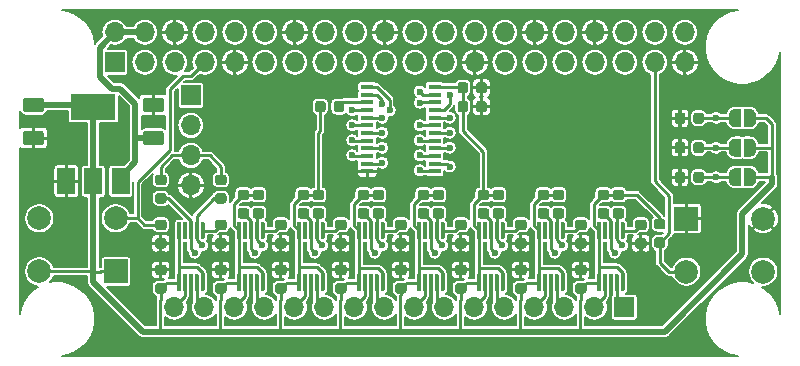
<source format=gtl>
G04 #@! TF.GenerationSoftware,KiCad,Pcbnew,(5.1.4)-1*
G04 #@! TF.CreationDate,2019-11-05T21:54:15-05:00*
G04 #@! TF.ProjectId,haptic-uhat,68617074-6963-42d7-9568-61742e6b6963,rev?*
G04 #@! TF.SameCoordinates,Original*
G04 #@! TF.FileFunction,Copper,L1,Top*
G04 #@! TF.FilePolarity,Positive*
%FSLAX46Y46*%
G04 Gerber Fmt 4.6, Leading zero omitted, Abs format (unit mm)*
G04 Created by KiCad (PCBNEW (5.1.4)-1) date 2019-11-05 21:54:15*
%MOMM*%
%LPD*%
G04 APERTURE LIST*
%ADD10C,2.000000*%
%ADD11R,2.000000X2.000000*%
%ADD12C,0.100000*%
%ADD13C,0.875000*%
%ADD14C,1.250000*%
%ADD15R,1.700000X1.700000*%
%ADD16O,1.700000X1.700000*%
%ADD17R,1.100000X0.400000*%
%ADD18C,0.300000*%
%ADD19C,0.500000*%
%ADD20R,1.500000X2.200000*%
%ADD21R,3.800000X2.200000*%
%ADD22C,0.600000*%
%ADD23C,0.250000*%
%ADD24C,0.500000*%
%ADD25C,0.160000*%
G04 APERTURE END LIST*
D10*
X75750000Y-47000000D03*
X69250000Y-47000000D03*
X75750000Y-42500000D03*
D11*
X69250000Y-42500000D03*
D12*
G36*
X67277691Y-44101053D02*
G01*
X67298926Y-44104203D01*
X67319750Y-44109419D01*
X67339962Y-44116651D01*
X67359368Y-44125830D01*
X67377781Y-44136866D01*
X67395024Y-44149654D01*
X67410930Y-44164070D01*
X67425346Y-44179976D01*
X67438134Y-44197219D01*
X67449170Y-44215632D01*
X67458349Y-44235038D01*
X67465581Y-44255250D01*
X67470797Y-44276074D01*
X67473947Y-44297309D01*
X67475000Y-44318750D01*
X67475000Y-44756250D01*
X67473947Y-44777691D01*
X67470797Y-44798926D01*
X67465581Y-44819750D01*
X67458349Y-44839962D01*
X67449170Y-44859368D01*
X67438134Y-44877781D01*
X67425346Y-44895024D01*
X67410930Y-44910930D01*
X67395024Y-44925346D01*
X67377781Y-44938134D01*
X67359368Y-44949170D01*
X67339962Y-44958349D01*
X67319750Y-44965581D01*
X67298926Y-44970797D01*
X67277691Y-44973947D01*
X67256250Y-44975000D01*
X66743750Y-44975000D01*
X66722309Y-44973947D01*
X66701074Y-44970797D01*
X66680250Y-44965581D01*
X66660038Y-44958349D01*
X66640632Y-44949170D01*
X66622219Y-44938134D01*
X66604976Y-44925346D01*
X66589070Y-44910930D01*
X66574654Y-44895024D01*
X66561866Y-44877781D01*
X66550830Y-44859368D01*
X66541651Y-44839962D01*
X66534419Y-44819750D01*
X66529203Y-44798926D01*
X66526053Y-44777691D01*
X66525000Y-44756250D01*
X66525000Y-44318750D01*
X66526053Y-44297309D01*
X66529203Y-44276074D01*
X66534419Y-44255250D01*
X66541651Y-44235038D01*
X66550830Y-44215632D01*
X66561866Y-44197219D01*
X66574654Y-44179976D01*
X66589070Y-44164070D01*
X66604976Y-44149654D01*
X66622219Y-44136866D01*
X66640632Y-44125830D01*
X66660038Y-44116651D01*
X66680250Y-44109419D01*
X66701074Y-44104203D01*
X66722309Y-44101053D01*
X66743750Y-44100000D01*
X67256250Y-44100000D01*
X67277691Y-44101053D01*
X67277691Y-44101053D01*
G37*
D13*
X67000000Y-44537500D03*
D12*
G36*
X67277691Y-42526053D02*
G01*
X67298926Y-42529203D01*
X67319750Y-42534419D01*
X67339962Y-42541651D01*
X67359368Y-42550830D01*
X67377781Y-42561866D01*
X67395024Y-42574654D01*
X67410930Y-42589070D01*
X67425346Y-42604976D01*
X67438134Y-42622219D01*
X67449170Y-42640632D01*
X67458349Y-42660038D01*
X67465581Y-42680250D01*
X67470797Y-42701074D01*
X67473947Y-42722309D01*
X67475000Y-42743750D01*
X67475000Y-43181250D01*
X67473947Y-43202691D01*
X67470797Y-43223926D01*
X67465581Y-43244750D01*
X67458349Y-43264962D01*
X67449170Y-43284368D01*
X67438134Y-43302781D01*
X67425346Y-43320024D01*
X67410930Y-43335930D01*
X67395024Y-43350346D01*
X67377781Y-43363134D01*
X67359368Y-43374170D01*
X67339962Y-43383349D01*
X67319750Y-43390581D01*
X67298926Y-43395797D01*
X67277691Y-43398947D01*
X67256250Y-43400000D01*
X66743750Y-43400000D01*
X66722309Y-43398947D01*
X66701074Y-43395797D01*
X66680250Y-43390581D01*
X66660038Y-43383349D01*
X66640632Y-43374170D01*
X66622219Y-43363134D01*
X66604976Y-43350346D01*
X66589070Y-43335930D01*
X66574654Y-43320024D01*
X66561866Y-43302781D01*
X66550830Y-43284368D01*
X66541651Y-43264962D01*
X66534419Y-43244750D01*
X66529203Y-43223926D01*
X66526053Y-43202691D01*
X66525000Y-43181250D01*
X66525000Y-42743750D01*
X66526053Y-42722309D01*
X66529203Y-42701074D01*
X66534419Y-42680250D01*
X66541651Y-42660038D01*
X66550830Y-42640632D01*
X66561866Y-42622219D01*
X66574654Y-42604976D01*
X66589070Y-42589070D01*
X66604976Y-42574654D01*
X66622219Y-42561866D01*
X66640632Y-42550830D01*
X66660038Y-42541651D01*
X66680250Y-42534419D01*
X66701074Y-42529203D01*
X66722309Y-42526053D01*
X66743750Y-42525000D01*
X67256250Y-42525000D01*
X67277691Y-42526053D01*
X67277691Y-42526053D01*
G37*
D13*
X67000000Y-42962500D03*
D12*
G36*
X14619504Y-32266204D02*
G01*
X14643773Y-32269804D01*
X14667571Y-32275765D01*
X14690671Y-32284030D01*
X14712849Y-32294520D01*
X14733893Y-32307133D01*
X14753598Y-32321747D01*
X14771777Y-32338223D01*
X14788253Y-32356402D01*
X14802867Y-32376107D01*
X14815480Y-32397151D01*
X14825970Y-32419329D01*
X14834235Y-32442429D01*
X14840196Y-32466227D01*
X14843796Y-32490496D01*
X14845000Y-32515000D01*
X14845000Y-33265000D01*
X14843796Y-33289504D01*
X14840196Y-33313773D01*
X14834235Y-33337571D01*
X14825970Y-33360671D01*
X14815480Y-33382849D01*
X14802867Y-33403893D01*
X14788253Y-33423598D01*
X14771777Y-33441777D01*
X14753598Y-33458253D01*
X14733893Y-33472867D01*
X14712849Y-33485480D01*
X14690671Y-33495970D01*
X14667571Y-33504235D01*
X14643773Y-33510196D01*
X14619504Y-33513796D01*
X14595000Y-33515000D01*
X13345000Y-33515000D01*
X13320496Y-33513796D01*
X13296227Y-33510196D01*
X13272429Y-33504235D01*
X13249329Y-33495970D01*
X13227151Y-33485480D01*
X13206107Y-33472867D01*
X13186402Y-33458253D01*
X13168223Y-33441777D01*
X13151747Y-33423598D01*
X13137133Y-33403893D01*
X13124520Y-33382849D01*
X13114030Y-33360671D01*
X13105765Y-33337571D01*
X13099804Y-33313773D01*
X13096204Y-33289504D01*
X13095000Y-33265000D01*
X13095000Y-32515000D01*
X13096204Y-32490496D01*
X13099804Y-32466227D01*
X13105765Y-32442429D01*
X13114030Y-32419329D01*
X13124520Y-32397151D01*
X13137133Y-32376107D01*
X13151747Y-32356402D01*
X13168223Y-32338223D01*
X13186402Y-32321747D01*
X13206107Y-32307133D01*
X13227151Y-32294520D01*
X13249329Y-32284030D01*
X13272429Y-32275765D01*
X13296227Y-32269804D01*
X13320496Y-32266204D01*
X13345000Y-32265000D01*
X14595000Y-32265000D01*
X14619504Y-32266204D01*
X14619504Y-32266204D01*
G37*
D14*
X13970000Y-32890000D03*
D12*
G36*
X14619504Y-35066204D02*
G01*
X14643773Y-35069804D01*
X14667571Y-35075765D01*
X14690671Y-35084030D01*
X14712849Y-35094520D01*
X14733893Y-35107133D01*
X14753598Y-35121747D01*
X14771777Y-35138223D01*
X14788253Y-35156402D01*
X14802867Y-35176107D01*
X14815480Y-35197151D01*
X14825970Y-35219329D01*
X14834235Y-35242429D01*
X14840196Y-35266227D01*
X14843796Y-35290496D01*
X14845000Y-35315000D01*
X14845000Y-36065000D01*
X14843796Y-36089504D01*
X14840196Y-36113773D01*
X14834235Y-36137571D01*
X14825970Y-36160671D01*
X14815480Y-36182849D01*
X14802867Y-36203893D01*
X14788253Y-36223598D01*
X14771777Y-36241777D01*
X14753598Y-36258253D01*
X14733893Y-36272867D01*
X14712849Y-36285480D01*
X14690671Y-36295970D01*
X14667571Y-36304235D01*
X14643773Y-36310196D01*
X14619504Y-36313796D01*
X14595000Y-36315000D01*
X13345000Y-36315000D01*
X13320496Y-36313796D01*
X13296227Y-36310196D01*
X13272429Y-36304235D01*
X13249329Y-36295970D01*
X13227151Y-36285480D01*
X13206107Y-36272867D01*
X13186402Y-36258253D01*
X13168223Y-36241777D01*
X13151747Y-36223598D01*
X13137133Y-36203893D01*
X13124520Y-36182849D01*
X13114030Y-36160671D01*
X13105765Y-36137571D01*
X13099804Y-36113773D01*
X13096204Y-36089504D01*
X13095000Y-36065000D01*
X13095000Y-35315000D01*
X13096204Y-35290496D01*
X13099804Y-35266227D01*
X13105765Y-35242429D01*
X13114030Y-35219329D01*
X13124520Y-35197151D01*
X13137133Y-35176107D01*
X13151747Y-35156402D01*
X13168223Y-35138223D01*
X13186402Y-35121747D01*
X13206107Y-35107133D01*
X13227151Y-35094520D01*
X13249329Y-35084030D01*
X13272429Y-35075765D01*
X13296227Y-35069804D01*
X13320496Y-35066204D01*
X13345000Y-35065000D01*
X14595000Y-35065000D01*
X14619504Y-35066204D01*
X14619504Y-35066204D01*
G37*
D14*
X13970000Y-35690000D03*
D12*
G36*
X30122691Y-44166053D02*
G01*
X30143926Y-44169203D01*
X30164750Y-44174419D01*
X30184962Y-44181651D01*
X30204368Y-44190830D01*
X30222781Y-44201866D01*
X30240024Y-44214654D01*
X30255930Y-44229070D01*
X30270346Y-44244976D01*
X30283134Y-44262219D01*
X30294170Y-44280632D01*
X30303349Y-44300038D01*
X30310581Y-44320250D01*
X30315797Y-44341074D01*
X30318947Y-44362309D01*
X30320000Y-44383750D01*
X30320000Y-44821250D01*
X30318947Y-44842691D01*
X30315797Y-44863926D01*
X30310581Y-44884750D01*
X30303349Y-44904962D01*
X30294170Y-44924368D01*
X30283134Y-44942781D01*
X30270346Y-44960024D01*
X30255930Y-44975930D01*
X30240024Y-44990346D01*
X30222781Y-45003134D01*
X30204368Y-45014170D01*
X30184962Y-45023349D01*
X30164750Y-45030581D01*
X30143926Y-45035797D01*
X30122691Y-45038947D01*
X30101250Y-45040000D01*
X29588750Y-45040000D01*
X29567309Y-45038947D01*
X29546074Y-45035797D01*
X29525250Y-45030581D01*
X29505038Y-45023349D01*
X29485632Y-45014170D01*
X29467219Y-45003134D01*
X29449976Y-44990346D01*
X29434070Y-44975930D01*
X29419654Y-44960024D01*
X29406866Y-44942781D01*
X29395830Y-44924368D01*
X29386651Y-44904962D01*
X29379419Y-44884750D01*
X29374203Y-44863926D01*
X29371053Y-44842691D01*
X29370000Y-44821250D01*
X29370000Y-44383750D01*
X29371053Y-44362309D01*
X29374203Y-44341074D01*
X29379419Y-44320250D01*
X29386651Y-44300038D01*
X29395830Y-44280632D01*
X29406866Y-44262219D01*
X29419654Y-44244976D01*
X29434070Y-44229070D01*
X29449976Y-44214654D01*
X29467219Y-44201866D01*
X29485632Y-44190830D01*
X29505038Y-44181651D01*
X29525250Y-44174419D01*
X29546074Y-44169203D01*
X29567309Y-44166053D01*
X29588750Y-44165000D01*
X30101250Y-44165000D01*
X30122691Y-44166053D01*
X30122691Y-44166053D01*
G37*
D13*
X29845000Y-44602500D03*
D12*
G36*
X30122691Y-42591053D02*
G01*
X30143926Y-42594203D01*
X30164750Y-42599419D01*
X30184962Y-42606651D01*
X30204368Y-42615830D01*
X30222781Y-42626866D01*
X30240024Y-42639654D01*
X30255930Y-42654070D01*
X30270346Y-42669976D01*
X30283134Y-42687219D01*
X30294170Y-42705632D01*
X30303349Y-42725038D01*
X30310581Y-42745250D01*
X30315797Y-42766074D01*
X30318947Y-42787309D01*
X30320000Y-42808750D01*
X30320000Y-43246250D01*
X30318947Y-43267691D01*
X30315797Y-43288926D01*
X30310581Y-43309750D01*
X30303349Y-43329962D01*
X30294170Y-43349368D01*
X30283134Y-43367781D01*
X30270346Y-43385024D01*
X30255930Y-43400930D01*
X30240024Y-43415346D01*
X30222781Y-43428134D01*
X30204368Y-43439170D01*
X30184962Y-43448349D01*
X30164750Y-43455581D01*
X30143926Y-43460797D01*
X30122691Y-43463947D01*
X30101250Y-43465000D01*
X29588750Y-43465000D01*
X29567309Y-43463947D01*
X29546074Y-43460797D01*
X29525250Y-43455581D01*
X29505038Y-43448349D01*
X29485632Y-43439170D01*
X29467219Y-43428134D01*
X29449976Y-43415346D01*
X29434070Y-43400930D01*
X29419654Y-43385024D01*
X29406866Y-43367781D01*
X29395830Y-43349368D01*
X29386651Y-43329962D01*
X29379419Y-43309750D01*
X29374203Y-43288926D01*
X29371053Y-43267691D01*
X29370000Y-43246250D01*
X29370000Y-42808750D01*
X29371053Y-42787309D01*
X29374203Y-42766074D01*
X29379419Y-42745250D01*
X29386651Y-42725038D01*
X29395830Y-42705632D01*
X29406866Y-42687219D01*
X29419654Y-42669976D01*
X29434070Y-42654070D01*
X29449976Y-42639654D01*
X29467219Y-42626866D01*
X29485632Y-42615830D01*
X29505038Y-42606651D01*
X29525250Y-42599419D01*
X29546074Y-42594203D01*
X29567309Y-42591053D01*
X29588750Y-42590000D01*
X30101250Y-42590000D01*
X30122691Y-42591053D01*
X30122691Y-42591053D01*
G37*
D13*
X29845000Y-43027500D03*
D15*
X20870000Y-29270000D03*
D16*
X20870000Y-26730000D03*
X23410000Y-29270000D03*
X23410000Y-26730000D03*
X25950000Y-29270000D03*
X25950000Y-26730000D03*
X28490000Y-29270000D03*
X28490000Y-26730000D03*
X31030000Y-29270000D03*
X31030000Y-26730000D03*
X33570000Y-29270000D03*
X33570000Y-26730000D03*
X36110000Y-29270000D03*
X36110000Y-26730000D03*
X38650000Y-29270000D03*
X38650000Y-26730000D03*
X41190000Y-29270000D03*
X41190000Y-26730000D03*
X43730000Y-29270000D03*
X43730000Y-26730000D03*
X46270000Y-29270000D03*
X46270000Y-26730000D03*
X48810000Y-29270000D03*
X48810000Y-26730000D03*
X51350000Y-29270000D03*
X51350000Y-26730000D03*
X53890000Y-29270000D03*
X53890000Y-26730000D03*
X56430000Y-29270000D03*
X56430000Y-26730000D03*
X58970000Y-29270000D03*
X58970000Y-26730000D03*
X61510000Y-29270000D03*
X61510000Y-26730000D03*
X64050000Y-29270000D03*
X64050000Y-26730000D03*
X66590000Y-29270000D03*
X66590000Y-26730000D03*
X69130000Y-29270000D03*
X69130000Y-26730000D03*
D17*
X42235000Y-31350000D03*
X42235000Y-32000000D03*
X42235000Y-32650000D03*
X42235000Y-33300000D03*
X42235000Y-33950000D03*
X42235000Y-34600000D03*
X42235000Y-35250000D03*
X42235000Y-35900000D03*
X42235000Y-36550000D03*
X42235000Y-37200000D03*
X42235000Y-37850000D03*
X42235000Y-38500000D03*
X47935000Y-38500000D03*
X47935000Y-37850000D03*
X47935000Y-37200000D03*
X47935000Y-36550000D03*
X47935000Y-35900000D03*
X47935000Y-35250000D03*
X47935000Y-34600000D03*
X47935000Y-33950000D03*
X47935000Y-33300000D03*
X47935000Y-32650000D03*
X47935000Y-32000000D03*
X47935000Y-31350000D03*
D12*
G36*
X52145191Y-32546053D02*
G01*
X52166426Y-32549203D01*
X52187250Y-32554419D01*
X52207462Y-32561651D01*
X52226868Y-32570830D01*
X52245281Y-32581866D01*
X52262524Y-32594654D01*
X52278430Y-32609070D01*
X52292846Y-32624976D01*
X52305634Y-32642219D01*
X52316670Y-32660632D01*
X52325849Y-32680038D01*
X52333081Y-32700250D01*
X52338297Y-32721074D01*
X52341447Y-32742309D01*
X52342500Y-32763750D01*
X52342500Y-33276250D01*
X52341447Y-33297691D01*
X52338297Y-33318926D01*
X52333081Y-33339750D01*
X52325849Y-33359962D01*
X52316670Y-33379368D01*
X52305634Y-33397781D01*
X52292846Y-33415024D01*
X52278430Y-33430930D01*
X52262524Y-33445346D01*
X52245281Y-33458134D01*
X52226868Y-33469170D01*
X52207462Y-33478349D01*
X52187250Y-33485581D01*
X52166426Y-33490797D01*
X52145191Y-33493947D01*
X52123750Y-33495000D01*
X51686250Y-33495000D01*
X51664809Y-33493947D01*
X51643574Y-33490797D01*
X51622750Y-33485581D01*
X51602538Y-33478349D01*
X51583132Y-33469170D01*
X51564719Y-33458134D01*
X51547476Y-33445346D01*
X51531570Y-33430930D01*
X51517154Y-33415024D01*
X51504366Y-33397781D01*
X51493330Y-33379368D01*
X51484151Y-33359962D01*
X51476919Y-33339750D01*
X51471703Y-33318926D01*
X51468553Y-33297691D01*
X51467500Y-33276250D01*
X51467500Y-32763750D01*
X51468553Y-32742309D01*
X51471703Y-32721074D01*
X51476919Y-32700250D01*
X51484151Y-32680038D01*
X51493330Y-32660632D01*
X51504366Y-32642219D01*
X51517154Y-32624976D01*
X51531570Y-32609070D01*
X51547476Y-32594654D01*
X51564719Y-32581866D01*
X51583132Y-32570830D01*
X51602538Y-32561651D01*
X51622750Y-32554419D01*
X51643574Y-32549203D01*
X51664809Y-32546053D01*
X51686250Y-32545000D01*
X52123750Y-32545000D01*
X52145191Y-32546053D01*
X52145191Y-32546053D01*
G37*
D13*
X51905000Y-33020000D03*
D12*
G36*
X50570191Y-32546053D02*
G01*
X50591426Y-32549203D01*
X50612250Y-32554419D01*
X50632462Y-32561651D01*
X50651868Y-32570830D01*
X50670281Y-32581866D01*
X50687524Y-32594654D01*
X50703430Y-32609070D01*
X50717846Y-32624976D01*
X50730634Y-32642219D01*
X50741670Y-32660632D01*
X50750849Y-32680038D01*
X50758081Y-32700250D01*
X50763297Y-32721074D01*
X50766447Y-32742309D01*
X50767500Y-32763750D01*
X50767500Y-33276250D01*
X50766447Y-33297691D01*
X50763297Y-33318926D01*
X50758081Y-33339750D01*
X50750849Y-33359962D01*
X50741670Y-33379368D01*
X50730634Y-33397781D01*
X50717846Y-33415024D01*
X50703430Y-33430930D01*
X50687524Y-33445346D01*
X50670281Y-33458134D01*
X50651868Y-33469170D01*
X50632462Y-33478349D01*
X50612250Y-33485581D01*
X50591426Y-33490797D01*
X50570191Y-33493947D01*
X50548750Y-33495000D01*
X50111250Y-33495000D01*
X50089809Y-33493947D01*
X50068574Y-33490797D01*
X50047750Y-33485581D01*
X50027538Y-33478349D01*
X50008132Y-33469170D01*
X49989719Y-33458134D01*
X49972476Y-33445346D01*
X49956570Y-33430930D01*
X49942154Y-33415024D01*
X49929366Y-33397781D01*
X49918330Y-33379368D01*
X49909151Y-33359962D01*
X49901919Y-33339750D01*
X49896703Y-33318926D01*
X49893553Y-33297691D01*
X49892500Y-33276250D01*
X49892500Y-32763750D01*
X49893553Y-32742309D01*
X49896703Y-32721074D01*
X49901919Y-32700250D01*
X49909151Y-32680038D01*
X49918330Y-32660632D01*
X49929366Y-32642219D01*
X49942154Y-32624976D01*
X49956570Y-32609070D01*
X49972476Y-32594654D01*
X49989719Y-32581866D01*
X50008132Y-32570830D01*
X50027538Y-32561651D01*
X50047750Y-32554419D01*
X50068574Y-32549203D01*
X50089809Y-32546053D01*
X50111250Y-32545000D01*
X50548750Y-32545000D01*
X50570191Y-32546053D01*
X50570191Y-32546053D01*
G37*
D13*
X50330000Y-33020000D03*
D12*
G36*
X50570191Y-30958553D02*
G01*
X50591426Y-30961703D01*
X50612250Y-30966919D01*
X50632462Y-30974151D01*
X50651868Y-30983330D01*
X50670281Y-30994366D01*
X50687524Y-31007154D01*
X50703430Y-31021570D01*
X50717846Y-31037476D01*
X50730634Y-31054719D01*
X50741670Y-31073132D01*
X50750849Y-31092538D01*
X50758081Y-31112750D01*
X50763297Y-31133574D01*
X50766447Y-31154809D01*
X50767500Y-31176250D01*
X50767500Y-31688750D01*
X50766447Y-31710191D01*
X50763297Y-31731426D01*
X50758081Y-31752250D01*
X50750849Y-31772462D01*
X50741670Y-31791868D01*
X50730634Y-31810281D01*
X50717846Y-31827524D01*
X50703430Y-31843430D01*
X50687524Y-31857846D01*
X50670281Y-31870634D01*
X50651868Y-31881670D01*
X50632462Y-31890849D01*
X50612250Y-31898081D01*
X50591426Y-31903297D01*
X50570191Y-31906447D01*
X50548750Y-31907500D01*
X50111250Y-31907500D01*
X50089809Y-31906447D01*
X50068574Y-31903297D01*
X50047750Y-31898081D01*
X50027538Y-31890849D01*
X50008132Y-31881670D01*
X49989719Y-31870634D01*
X49972476Y-31857846D01*
X49956570Y-31843430D01*
X49942154Y-31827524D01*
X49929366Y-31810281D01*
X49918330Y-31791868D01*
X49909151Y-31772462D01*
X49901919Y-31752250D01*
X49896703Y-31731426D01*
X49893553Y-31710191D01*
X49892500Y-31688750D01*
X49892500Y-31176250D01*
X49893553Y-31154809D01*
X49896703Y-31133574D01*
X49901919Y-31112750D01*
X49909151Y-31092538D01*
X49918330Y-31073132D01*
X49929366Y-31054719D01*
X49942154Y-31037476D01*
X49956570Y-31021570D01*
X49972476Y-31007154D01*
X49989719Y-30994366D01*
X50008132Y-30983330D01*
X50027538Y-30974151D01*
X50047750Y-30966919D01*
X50068574Y-30961703D01*
X50089809Y-30958553D01*
X50111250Y-30957500D01*
X50548750Y-30957500D01*
X50570191Y-30958553D01*
X50570191Y-30958553D01*
G37*
D13*
X50330000Y-31432500D03*
D12*
G36*
X52145191Y-30958553D02*
G01*
X52166426Y-30961703D01*
X52187250Y-30966919D01*
X52207462Y-30974151D01*
X52226868Y-30983330D01*
X52245281Y-30994366D01*
X52262524Y-31007154D01*
X52278430Y-31021570D01*
X52292846Y-31037476D01*
X52305634Y-31054719D01*
X52316670Y-31073132D01*
X52325849Y-31092538D01*
X52333081Y-31112750D01*
X52338297Y-31133574D01*
X52341447Y-31154809D01*
X52342500Y-31176250D01*
X52342500Y-31688750D01*
X52341447Y-31710191D01*
X52338297Y-31731426D01*
X52333081Y-31752250D01*
X52325849Y-31772462D01*
X52316670Y-31791868D01*
X52305634Y-31810281D01*
X52292846Y-31827524D01*
X52278430Y-31843430D01*
X52262524Y-31857846D01*
X52245281Y-31870634D01*
X52226868Y-31881670D01*
X52207462Y-31890849D01*
X52187250Y-31898081D01*
X52166426Y-31903297D01*
X52145191Y-31906447D01*
X52123750Y-31907500D01*
X51686250Y-31907500D01*
X51664809Y-31906447D01*
X51643574Y-31903297D01*
X51622750Y-31898081D01*
X51602538Y-31890849D01*
X51583132Y-31881670D01*
X51564719Y-31870634D01*
X51547476Y-31857846D01*
X51531570Y-31843430D01*
X51517154Y-31827524D01*
X51504366Y-31810281D01*
X51493330Y-31791868D01*
X51484151Y-31772462D01*
X51476919Y-31752250D01*
X51471703Y-31731426D01*
X51468553Y-31710191D01*
X51467500Y-31688750D01*
X51467500Y-31176250D01*
X51468553Y-31154809D01*
X51471703Y-31133574D01*
X51476919Y-31112750D01*
X51484151Y-31092538D01*
X51493330Y-31073132D01*
X51504366Y-31054719D01*
X51517154Y-31037476D01*
X51531570Y-31021570D01*
X51547476Y-31007154D01*
X51564719Y-30994366D01*
X51583132Y-30983330D01*
X51602538Y-30974151D01*
X51622750Y-30966919D01*
X51643574Y-30961703D01*
X51664809Y-30958553D01*
X51686250Y-30957500D01*
X52123750Y-30957500D01*
X52145191Y-30958553D01*
X52145191Y-30958553D01*
G37*
D13*
X51905000Y-31432500D03*
D12*
G36*
X35202691Y-44166053D02*
G01*
X35223926Y-44169203D01*
X35244750Y-44174419D01*
X35264962Y-44181651D01*
X35284368Y-44190830D01*
X35302781Y-44201866D01*
X35320024Y-44214654D01*
X35335930Y-44229070D01*
X35350346Y-44244976D01*
X35363134Y-44262219D01*
X35374170Y-44280632D01*
X35383349Y-44300038D01*
X35390581Y-44320250D01*
X35395797Y-44341074D01*
X35398947Y-44362309D01*
X35400000Y-44383750D01*
X35400000Y-44821250D01*
X35398947Y-44842691D01*
X35395797Y-44863926D01*
X35390581Y-44884750D01*
X35383349Y-44904962D01*
X35374170Y-44924368D01*
X35363134Y-44942781D01*
X35350346Y-44960024D01*
X35335930Y-44975930D01*
X35320024Y-44990346D01*
X35302781Y-45003134D01*
X35284368Y-45014170D01*
X35264962Y-45023349D01*
X35244750Y-45030581D01*
X35223926Y-45035797D01*
X35202691Y-45038947D01*
X35181250Y-45040000D01*
X34668750Y-45040000D01*
X34647309Y-45038947D01*
X34626074Y-45035797D01*
X34605250Y-45030581D01*
X34585038Y-45023349D01*
X34565632Y-45014170D01*
X34547219Y-45003134D01*
X34529976Y-44990346D01*
X34514070Y-44975930D01*
X34499654Y-44960024D01*
X34486866Y-44942781D01*
X34475830Y-44924368D01*
X34466651Y-44904962D01*
X34459419Y-44884750D01*
X34454203Y-44863926D01*
X34451053Y-44842691D01*
X34450000Y-44821250D01*
X34450000Y-44383750D01*
X34451053Y-44362309D01*
X34454203Y-44341074D01*
X34459419Y-44320250D01*
X34466651Y-44300038D01*
X34475830Y-44280632D01*
X34486866Y-44262219D01*
X34499654Y-44244976D01*
X34514070Y-44229070D01*
X34529976Y-44214654D01*
X34547219Y-44201866D01*
X34565632Y-44190830D01*
X34585038Y-44181651D01*
X34605250Y-44174419D01*
X34626074Y-44169203D01*
X34647309Y-44166053D01*
X34668750Y-44165000D01*
X35181250Y-44165000D01*
X35202691Y-44166053D01*
X35202691Y-44166053D01*
G37*
D13*
X34925000Y-44602500D03*
D12*
G36*
X35202691Y-42591053D02*
G01*
X35223926Y-42594203D01*
X35244750Y-42599419D01*
X35264962Y-42606651D01*
X35284368Y-42615830D01*
X35302781Y-42626866D01*
X35320024Y-42639654D01*
X35335930Y-42654070D01*
X35350346Y-42669976D01*
X35363134Y-42687219D01*
X35374170Y-42705632D01*
X35383349Y-42725038D01*
X35390581Y-42745250D01*
X35395797Y-42766074D01*
X35398947Y-42787309D01*
X35400000Y-42808750D01*
X35400000Y-43246250D01*
X35398947Y-43267691D01*
X35395797Y-43288926D01*
X35390581Y-43309750D01*
X35383349Y-43329962D01*
X35374170Y-43349368D01*
X35363134Y-43367781D01*
X35350346Y-43385024D01*
X35335930Y-43400930D01*
X35320024Y-43415346D01*
X35302781Y-43428134D01*
X35284368Y-43439170D01*
X35264962Y-43448349D01*
X35244750Y-43455581D01*
X35223926Y-43460797D01*
X35202691Y-43463947D01*
X35181250Y-43465000D01*
X34668750Y-43465000D01*
X34647309Y-43463947D01*
X34626074Y-43460797D01*
X34605250Y-43455581D01*
X34585038Y-43448349D01*
X34565632Y-43439170D01*
X34547219Y-43428134D01*
X34529976Y-43415346D01*
X34514070Y-43400930D01*
X34499654Y-43385024D01*
X34486866Y-43367781D01*
X34475830Y-43349368D01*
X34466651Y-43329962D01*
X34459419Y-43309750D01*
X34454203Y-43288926D01*
X34451053Y-43267691D01*
X34450000Y-43246250D01*
X34450000Y-42808750D01*
X34451053Y-42787309D01*
X34454203Y-42766074D01*
X34459419Y-42745250D01*
X34466651Y-42725038D01*
X34475830Y-42705632D01*
X34486866Y-42687219D01*
X34499654Y-42669976D01*
X34514070Y-42654070D01*
X34529976Y-42639654D01*
X34547219Y-42626866D01*
X34565632Y-42615830D01*
X34585038Y-42606651D01*
X34605250Y-42599419D01*
X34626074Y-42594203D01*
X34647309Y-42591053D01*
X34668750Y-42590000D01*
X35181250Y-42590000D01*
X35202691Y-42591053D01*
X35202691Y-42591053D01*
G37*
D13*
X34925000Y-43027500D03*
D12*
G36*
X40282691Y-44166053D02*
G01*
X40303926Y-44169203D01*
X40324750Y-44174419D01*
X40344962Y-44181651D01*
X40364368Y-44190830D01*
X40382781Y-44201866D01*
X40400024Y-44214654D01*
X40415930Y-44229070D01*
X40430346Y-44244976D01*
X40443134Y-44262219D01*
X40454170Y-44280632D01*
X40463349Y-44300038D01*
X40470581Y-44320250D01*
X40475797Y-44341074D01*
X40478947Y-44362309D01*
X40480000Y-44383750D01*
X40480000Y-44821250D01*
X40478947Y-44842691D01*
X40475797Y-44863926D01*
X40470581Y-44884750D01*
X40463349Y-44904962D01*
X40454170Y-44924368D01*
X40443134Y-44942781D01*
X40430346Y-44960024D01*
X40415930Y-44975930D01*
X40400024Y-44990346D01*
X40382781Y-45003134D01*
X40364368Y-45014170D01*
X40344962Y-45023349D01*
X40324750Y-45030581D01*
X40303926Y-45035797D01*
X40282691Y-45038947D01*
X40261250Y-45040000D01*
X39748750Y-45040000D01*
X39727309Y-45038947D01*
X39706074Y-45035797D01*
X39685250Y-45030581D01*
X39665038Y-45023349D01*
X39645632Y-45014170D01*
X39627219Y-45003134D01*
X39609976Y-44990346D01*
X39594070Y-44975930D01*
X39579654Y-44960024D01*
X39566866Y-44942781D01*
X39555830Y-44924368D01*
X39546651Y-44904962D01*
X39539419Y-44884750D01*
X39534203Y-44863926D01*
X39531053Y-44842691D01*
X39530000Y-44821250D01*
X39530000Y-44383750D01*
X39531053Y-44362309D01*
X39534203Y-44341074D01*
X39539419Y-44320250D01*
X39546651Y-44300038D01*
X39555830Y-44280632D01*
X39566866Y-44262219D01*
X39579654Y-44244976D01*
X39594070Y-44229070D01*
X39609976Y-44214654D01*
X39627219Y-44201866D01*
X39645632Y-44190830D01*
X39665038Y-44181651D01*
X39685250Y-44174419D01*
X39706074Y-44169203D01*
X39727309Y-44166053D01*
X39748750Y-44165000D01*
X40261250Y-44165000D01*
X40282691Y-44166053D01*
X40282691Y-44166053D01*
G37*
D13*
X40005000Y-44602500D03*
D12*
G36*
X40282691Y-42591053D02*
G01*
X40303926Y-42594203D01*
X40324750Y-42599419D01*
X40344962Y-42606651D01*
X40364368Y-42615830D01*
X40382781Y-42626866D01*
X40400024Y-42639654D01*
X40415930Y-42654070D01*
X40430346Y-42669976D01*
X40443134Y-42687219D01*
X40454170Y-42705632D01*
X40463349Y-42725038D01*
X40470581Y-42745250D01*
X40475797Y-42766074D01*
X40478947Y-42787309D01*
X40480000Y-42808750D01*
X40480000Y-43246250D01*
X40478947Y-43267691D01*
X40475797Y-43288926D01*
X40470581Y-43309750D01*
X40463349Y-43329962D01*
X40454170Y-43349368D01*
X40443134Y-43367781D01*
X40430346Y-43385024D01*
X40415930Y-43400930D01*
X40400024Y-43415346D01*
X40382781Y-43428134D01*
X40364368Y-43439170D01*
X40344962Y-43448349D01*
X40324750Y-43455581D01*
X40303926Y-43460797D01*
X40282691Y-43463947D01*
X40261250Y-43465000D01*
X39748750Y-43465000D01*
X39727309Y-43463947D01*
X39706074Y-43460797D01*
X39685250Y-43455581D01*
X39665038Y-43448349D01*
X39645632Y-43439170D01*
X39627219Y-43428134D01*
X39609976Y-43415346D01*
X39594070Y-43400930D01*
X39579654Y-43385024D01*
X39566866Y-43367781D01*
X39555830Y-43349368D01*
X39546651Y-43329962D01*
X39539419Y-43309750D01*
X39534203Y-43288926D01*
X39531053Y-43267691D01*
X39530000Y-43246250D01*
X39530000Y-42808750D01*
X39531053Y-42787309D01*
X39534203Y-42766074D01*
X39539419Y-42745250D01*
X39546651Y-42725038D01*
X39555830Y-42705632D01*
X39566866Y-42687219D01*
X39579654Y-42669976D01*
X39594070Y-42654070D01*
X39609976Y-42639654D01*
X39627219Y-42626866D01*
X39645632Y-42615830D01*
X39665038Y-42606651D01*
X39685250Y-42599419D01*
X39706074Y-42594203D01*
X39727309Y-42591053D01*
X39748750Y-42590000D01*
X40261250Y-42590000D01*
X40282691Y-42591053D01*
X40282691Y-42591053D01*
G37*
D13*
X40005000Y-43027500D03*
D12*
G36*
X25042691Y-47976053D02*
G01*
X25063926Y-47979203D01*
X25084750Y-47984419D01*
X25104962Y-47991651D01*
X25124368Y-48000830D01*
X25142781Y-48011866D01*
X25160024Y-48024654D01*
X25175930Y-48039070D01*
X25190346Y-48054976D01*
X25203134Y-48072219D01*
X25214170Y-48090632D01*
X25223349Y-48110038D01*
X25230581Y-48130250D01*
X25235797Y-48151074D01*
X25238947Y-48172309D01*
X25240000Y-48193750D01*
X25240000Y-48631250D01*
X25238947Y-48652691D01*
X25235797Y-48673926D01*
X25230581Y-48694750D01*
X25223349Y-48714962D01*
X25214170Y-48734368D01*
X25203134Y-48752781D01*
X25190346Y-48770024D01*
X25175930Y-48785930D01*
X25160024Y-48800346D01*
X25142781Y-48813134D01*
X25124368Y-48824170D01*
X25104962Y-48833349D01*
X25084750Y-48840581D01*
X25063926Y-48845797D01*
X25042691Y-48848947D01*
X25021250Y-48850000D01*
X24508750Y-48850000D01*
X24487309Y-48848947D01*
X24466074Y-48845797D01*
X24445250Y-48840581D01*
X24425038Y-48833349D01*
X24405632Y-48824170D01*
X24387219Y-48813134D01*
X24369976Y-48800346D01*
X24354070Y-48785930D01*
X24339654Y-48770024D01*
X24326866Y-48752781D01*
X24315830Y-48734368D01*
X24306651Y-48714962D01*
X24299419Y-48694750D01*
X24294203Y-48673926D01*
X24291053Y-48652691D01*
X24290000Y-48631250D01*
X24290000Y-48193750D01*
X24291053Y-48172309D01*
X24294203Y-48151074D01*
X24299419Y-48130250D01*
X24306651Y-48110038D01*
X24315830Y-48090632D01*
X24326866Y-48072219D01*
X24339654Y-48054976D01*
X24354070Y-48039070D01*
X24369976Y-48024654D01*
X24387219Y-48011866D01*
X24405632Y-48000830D01*
X24425038Y-47991651D01*
X24445250Y-47984419D01*
X24466074Y-47979203D01*
X24487309Y-47976053D01*
X24508750Y-47975000D01*
X25021250Y-47975000D01*
X25042691Y-47976053D01*
X25042691Y-47976053D01*
G37*
D13*
X24765000Y-48412500D03*
D12*
G36*
X25042691Y-46401053D02*
G01*
X25063926Y-46404203D01*
X25084750Y-46409419D01*
X25104962Y-46416651D01*
X25124368Y-46425830D01*
X25142781Y-46436866D01*
X25160024Y-46449654D01*
X25175930Y-46464070D01*
X25190346Y-46479976D01*
X25203134Y-46497219D01*
X25214170Y-46515632D01*
X25223349Y-46535038D01*
X25230581Y-46555250D01*
X25235797Y-46576074D01*
X25238947Y-46597309D01*
X25240000Y-46618750D01*
X25240000Y-47056250D01*
X25238947Y-47077691D01*
X25235797Y-47098926D01*
X25230581Y-47119750D01*
X25223349Y-47139962D01*
X25214170Y-47159368D01*
X25203134Y-47177781D01*
X25190346Y-47195024D01*
X25175930Y-47210930D01*
X25160024Y-47225346D01*
X25142781Y-47238134D01*
X25124368Y-47249170D01*
X25104962Y-47258349D01*
X25084750Y-47265581D01*
X25063926Y-47270797D01*
X25042691Y-47273947D01*
X25021250Y-47275000D01*
X24508750Y-47275000D01*
X24487309Y-47273947D01*
X24466074Y-47270797D01*
X24445250Y-47265581D01*
X24425038Y-47258349D01*
X24405632Y-47249170D01*
X24387219Y-47238134D01*
X24369976Y-47225346D01*
X24354070Y-47210930D01*
X24339654Y-47195024D01*
X24326866Y-47177781D01*
X24315830Y-47159368D01*
X24306651Y-47139962D01*
X24299419Y-47119750D01*
X24294203Y-47098926D01*
X24291053Y-47077691D01*
X24290000Y-47056250D01*
X24290000Y-46618750D01*
X24291053Y-46597309D01*
X24294203Y-46576074D01*
X24299419Y-46555250D01*
X24306651Y-46535038D01*
X24315830Y-46515632D01*
X24326866Y-46497219D01*
X24339654Y-46479976D01*
X24354070Y-46464070D01*
X24369976Y-46449654D01*
X24387219Y-46436866D01*
X24405632Y-46425830D01*
X24425038Y-46416651D01*
X24445250Y-46409419D01*
X24466074Y-46404203D01*
X24487309Y-46401053D01*
X24508750Y-46400000D01*
X25021250Y-46400000D01*
X25042691Y-46401053D01*
X25042691Y-46401053D01*
G37*
D13*
X24765000Y-46837500D03*
D12*
G36*
X30122691Y-47976053D02*
G01*
X30143926Y-47979203D01*
X30164750Y-47984419D01*
X30184962Y-47991651D01*
X30204368Y-48000830D01*
X30222781Y-48011866D01*
X30240024Y-48024654D01*
X30255930Y-48039070D01*
X30270346Y-48054976D01*
X30283134Y-48072219D01*
X30294170Y-48090632D01*
X30303349Y-48110038D01*
X30310581Y-48130250D01*
X30315797Y-48151074D01*
X30318947Y-48172309D01*
X30320000Y-48193750D01*
X30320000Y-48631250D01*
X30318947Y-48652691D01*
X30315797Y-48673926D01*
X30310581Y-48694750D01*
X30303349Y-48714962D01*
X30294170Y-48734368D01*
X30283134Y-48752781D01*
X30270346Y-48770024D01*
X30255930Y-48785930D01*
X30240024Y-48800346D01*
X30222781Y-48813134D01*
X30204368Y-48824170D01*
X30184962Y-48833349D01*
X30164750Y-48840581D01*
X30143926Y-48845797D01*
X30122691Y-48848947D01*
X30101250Y-48850000D01*
X29588750Y-48850000D01*
X29567309Y-48848947D01*
X29546074Y-48845797D01*
X29525250Y-48840581D01*
X29505038Y-48833349D01*
X29485632Y-48824170D01*
X29467219Y-48813134D01*
X29449976Y-48800346D01*
X29434070Y-48785930D01*
X29419654Y-48770024D01*
X29406866Y-48752781D01*
X29395830Y-48734368D01*
X29386651Y-48714962D01*
X29379419Y-48694750D01*
X29374203Y-48673926D01*
X29371053Y-48652691D01*
X29370000Y-48631250D01*
X29370000Y-48193750D01*
X29371053Y-48172309D01*
X29374203Y-48151074D01*
X29379419Y-48130250D01*
X29386651Y-48110038D01*
X29395830Y-48090632D01*
X29406866Y-48072219D01*
X29419654Y-48054976D01*
X29434070Y-48039070D01*
X29449976Y-48024654D01*
X29467219Y-48011866D01*
X29485632Y-48000830D01*
X29505038Y-47991651D01*
X29525250Y-47984419D01*
X29546074Y-47979203D01*
X29567309Y-47976053D01*
X29588750Y-47975000D01*
X30101250Y-47975000D01*
X30122691Y-47976053D01*
X30122691Y-47976053D01*
G37*
D13*
X29845000Y-48412500D03*
D12*
G36*
X30122691Y-46401053D02*
G01*
X30143926Y-46404203D01*
X30164750Y-46409419D01*
X30184962Y-46416651D01*
X30204368Y-46425830D01*
X30222781Y-46436866D01*
X30240024Y-46449654D01*
X30255930Y-46464070D01*
X30270346Y-46479976D01*
X30283134Y-46497219D01*
X30294170Y-46515632D01*
X30303349Y-46535038D01*
X30310581Y-46555250D01*
X30315797Y-46576074D01*
X30318947Y-46597309D01*
X30320000Y-46618750D01*
X30320000Y-47056250D01*
X30318947Y-47077691D01*
X30315797Y-47098926D01*
X30310581Y-47119750D01*
X30303349Y-47139962D01*
X30294170Y-47159368D01*
X30283134Y-47177781D01*
X30270346Y-47195024D01*
X30255930Y-47210930D01*
X30240024Y-47225346D01*
X30222781Y-47238134D01*
X30204368Y-47249170D01*
X30184962Y-47258349D01*
X30164750Y-47265581D01*
X30143926Y-47270797D01*
X30122691Y-47273947D01*
X30101250Y-47275000D01*
X29588750Y-47275000D01*
X29567309Y-47273947D01*
X29546074Y-47270797D01*
X29525250Y-47265581D01*
X29505038Y-47258349D01*
X29485632Y-47249170D01*
X29467219Y-47238134D01*
X29449976Y-47225346D01*
X29434070Y-47210930D01*
X29419654Y-47195024D01*
X29406866Y-47177781D01*
X29395830Y-47159368D01*
X29386651Y-47139962D01*
X29379419Y-47119750D01*
X29374203Y-47098926D01*
X29371053Y-47077691D01*
X29370000Y-47056250D01*
X29370000Y-46618750D01*
X29371053Y-46597309D01*
X29374203Y-46576074D01*
X29379419Y-46555250D01*
X29386651Y-46535038D01*
X29395830Y-46515632D01*
X29406866Y-46497219D01*
X29419654Y-46479976D01*
X29434070Y-46464070D01*
X29449976Y-46449654D01*
X29467219Y-46436866D01*
X29485632Y-46425830D01*
X29505038Y-46416651D01*
X29525250Y-46409419D01*
X29546074Y-46404203D01*
X29567309Y-46401053D01*
X29588750Y-46400000D01*
X30101250Y-46400000D01*
X30122691Y-46401053D01*
X30122691Y-46401053D01*
G37*
D13*
X29845000Y-46837500D03*
D12*
G36*
X35202691Y-47976053D02*
G01*
X35223926Y-47979203D01*
X35244750Y-47984419D01*
X35264962Y-47991651D01*
X35284368Y-48000830D01*
X35302781Y-48011866D01*
X35320024Y-48024654D01*
X35335930Y-48039070D01*
X35350346Y-48054976D01*
X35363134Y-48072219D01*
X35374170Y-48090632D01*
X35383349Y-48110038D01*
X35390581Y-48130250D01*
X35395797Y-48151074D01*
X35398947Y-48172309D01*
X35400000Y-48193750D01*
X35400000Y-48631250D01*
X35398947Y-48652691D01*
X35395797Y-48673926D01*
X35390581Y-48694750D01*
X35383349Y-48714962D01*
X35374170Y-48734368D01*
X35363134Y-48752781D01*
X35350346Y-48770024D01*
X35335930Y-48785930D01*
X35320024Y-48800346D01*
X35302781Y-48813134D01*
X35284368Y-48824170D01*
X35264962Y-48833349D01*
X35244750Y-48840581D01*
X35223926Y-48845797D01*
X35202691Y-48848947D01*
X35181250Y-48850000D01*
X34668750Y-48850000D01*
X34647309Y-48848947D01*
X34626074Y-48845797D01*
X34605250Y-48840581D01*
X34585038Y-48833349D01*
X34565632Y-48824170D01*
X34547219Y-48813134D01*
X34529976Y-48800346D01*
X34514070Y-48785930D01*
X34499654Y-48770024D01*
X34486866Y-48752781D01*
X34475830Y-48734368D01*
X34466651Y-48714962D01*
X34459419Y-48694750D01*
X34454203Y-48673926D01*
X34451053Y-48652691D01*
X34450000Y-48631250D01*
X34450000Y-48193750D01*
X34451053Y-48172309D01*
X34454203Y-48151074D01*
X34459419Y-48130250D01*
X34466651Y-48110038D01*
X34475830Y-48090632D01*
X34486866Y-48072219D01*
X34499654Y-48054976D01*
X34514070Y-48039070D01*
X34529976Y-48024654D01*
X34547219Y-48011866D01*
X34565632Y-48000830D01*
X34585038Y-47991651D01*
X34605250Y-47984419D01*
X34626074Y-47979203D01*
X34647309Y-47976053D01*
X34668750Y-47975000D01*
X35181250Y-47975000D01*
X35202691Y-47976053D01*
X35202691Y-47976053D01*
G37*
D13*
X34925000Y-48412500D03*
D12*
G36*
X35202691Y-46401053D02*
G01*
X35223926Y-46404203D01*
X35244750Y-46409419D01*
X35264962Y-46416651D01*
X35284368Y-46425830D01*
X35302781Y-46436866D01*
X35320024Y-46449654D01*
X35335930Y-46464070D01*
X35350346Y-46479976D01*
X35363134Y-46497219D01*
X35374170Y-46515632D01*
X35383349Y-46535038D01*
X35390581Y-46555250D01*
X35395797Y-46576074D01*
X35398947Y-46597309D01*
X35400000Y-46618750D01*
X35400000Y-47056250D01*
X35398947Y-47077691D01*
X35395797Y-47098926D01*
X35390581Y-47119750D01*
X35383349Y-47139962D01*
X35374170Y-47159368D01*
X35363134Y-47177781D01*
X35350346Y-47195024D01*
X35335930Y-47210930D01*
X35320024Y-47225346D01*
X35302781Y-47238134D01*
X35284368Y-47249170D01*
X35264962Y-47258349D01*
X35244750Y-47265581D01*
X35223926Y-47270797D01*
X35202691Y-47273947D01*
X35181250Y-47275000D01*
X34668750Y-47275000D01*
X34647309Y-47273947D01*
X34626074Y-47270797D01*
X34605250Y-47265581D01*
X34585038Y-47258349D01*
X34565632Y-47249170D01*
X34547219Y-47238134D01*
X34529976Y-47225346D01*
X34514070Y-47210930D01*
X34499654Y-47195024D01*
X34486866Y-47177781D01*
X34475830Y-47159368D01*
X34466651Y-47139962D01*
X34459419Y-47119750D01*
X34454203Y-47098926D01*
X34451053Y-47077691D01*
X34450000Y-47056250D01*
X34450000Y-46618750D01*
X34451053Y-46597309D01*
X34454203Y-46576074D01*
X34459419Y-46555250D01*
X34466651Y-46535038D01*
X34475830Y-46515632D01*
X34486866Y-46497219D01*
X34499654Y-46479976D01*
X34514070Y-46464070D01*
X34529976Y-46449654D01*
X34547219Y-46436866D01*
X34565632Y-46425830D01*
X34585038Y-46416651D01*
X34605250Y-46409419D01*
X34626074Y-46404203D01*
X34647309Y-46401053D01*
X34668750Y-46400000D01*
X35181250Y-46400000D01*
X35202691Y-46401053D01*
X35202691Y-46401053D01*
G37*
D13*
X34925000Y-46837500D03*
D12*
G36*
X45362691Y-44166053D02*
G01*
X45383926Y-44169203D01*
X45404750Y-44174419D01*
X45424962Y-44181651D01*
X45444368Y-44190830D01*
X45462781Y-44201866D01*
X45480024Y-44214654D01*
X45495930Y-44229070D01*
X45510346Y-44244976D01*
X45523134Y-44262219D01*
X45534170Y-44280632D01*
X45543349Y-44300038D01*
X45550581Y-44320250D01*
X45555797Y-44341074D01*
X45558947Y-44362309D01*
X45560000Y-44383750D01*
X45560000Y-44821250D01*
X45558947Y-44842691D01*
X45555797Y-44863926D01*
X45550581Y-44884750D01*
X45543349Y-44904962D01*
X45534170Y-44924368D01*
X45523134Y-44942781D01*
X45510346Y-44960024D01*
X45495930Y-44975930D01*
X45480024Y-44990346D01*
X45462781Y-45003134D01*
X45444368Y-45014170D01*
X45424962Y-45023349D01*
X45404750Y-45030581D01*
X45383926Y-45035797D01*
X45362691Y-45038947D01*
X45341250Y-45040000D01*
X44828750Y-45040000D01*
X44807309Y-45038947D01*
X44786074Y-45035797D01*
X44765250Y-45030581D01*
X44745038Y-45023349D01*
X44725632Y-45014170D01*
X44707219Y-45003134D01*
X44689976Y-44990346D01*
X44674070Y-44975930D01*
X44659654Y-44960024D01*
X44646866Y-44942781D01*
X44635830Y-44924368D01*
X44626651Y-44904962D01*
X44619419Y-44884750D01*
X44614203Y-44863926D01*
X44611053Y-44842691D01*
X44610000Y-44821250D01*
X44610000Y-44383750D01*
X44611053Y-44362309D01*
X44614203Y-44341074D01*
X44619419Y-44320250D01*
X44626651Y-44300038D01*
X44635830Y-44280632D01*
X44646866Y-44262219D01*
X44659654Y-44244976D01*
X44674070Y-44229070D01*
X44689976Y-44214654D01*
X44707219Y-44201866D01*
X44725632Y-44190830D01*
X44745038Y-44181651D01*
X44765250Y-44174419D01*
X44786074Y-44169203D01*
X44807309Y-44166053D01*
X44828750Y-44165000D01*
X45341250Y-44165000D01*
X45362691Y-44166053D01*
X45362691Y-44166053D01*
G37*
D13*
X45085000Y-44602500D03*
D12*
G36*
X45362691Y-42591053D02*
G01*
X45383926Y-42594203D01*
X45404750Y-42599419D01*
X45424962Y-42606651D01*
X45444368Y-42615830D01*
X45462781Y-42626866D01*
X45480024Y-42639654D01*
X45495930Y-42654070D01*
X45510346Y-42669976D01*
X45523134Y-42687219D01*
X45534170Y-42705632D01*
X45543349Y-42725038D01*
X45550581Y-42745250D01*
X45555797Y-42766074D01*
X45558947Y-42787309D01*
X45560000Y-42808750D01*
X45560000Y-43246250D01*
X45558947Y-43267691D01*
X45555797Y-43288926D01*
X45550581Y-43309750D01*
X45543349Y-43329962D01*
X45534170Y-43349368D01*
X45523134Y-43367781D01*
X45510346Y-43385024D01*
X45495930Y-43400930D01*
X45480024Y-43415346D01*
X45462781Y-43428134D01*
X45444368Y-43439170D01*
X45424962Y-43448349D01*
X45404750Y-43455581D01*
X45383926Y-43460797D01*
X45362691Y-43463947D01*
X45341250Y-43465000D01*
X44828750Y-43465000D01*
X44807309Y-43463947D01*
X44786074Y-43460797D01*
X44765250Y-43455581D01*
X44745038Y-43448349D01*
X44725632Y-43439170D01*
X44707219Y-43428134D01*
X44689976Y-43415346D01*
X44674070Y-43400930D01*
X44659654Y-43385024D01*
X44646866Y-43367781D01*
X44635830Y-43349368D01*
X44626651Y-43329962D01*
X44619419Y-43309750D01*
X44614203Y-43288926D01*
X44611053Y-43267691D01*
X44610000Y-43246250D01*
X44610000Y-42808750D01*
X44611053Y-42787309D01*
X44614203Y-42766074D01*
X44619419Y-42745250D01*
X44626651Y-42725038D01*
X44635830Y-42705632D01*
X44646866Y-42687219D01*
X44659654Y-42669976D01*
X44674070Y-42654070D01*
X44689976Y-42639654D01*
X44707219Y-42626866D01*
X44725632Y-42615830D01*
X44745038Y-42606651D01*
X44765250Y-42599419D01*
X44786074Y-42594203D01*
X44807309Y-42591053D01*
X44828750Y-42590000D01*
X45341250Y-42590000D01*
X45362691Y-42591053D01*
X45362691Y-42591053D01*
G37*
D13*
X45085000Y-43027500D03*
D12*
G36*
X50442691Y-42591053D02*
G01*
X50463926Y-42594203D01*
X50484750Y-42599419D01*
X50504962Y-42606651D01*
X50524368Y-42615830D01*
X50542781Y-42626866D01*
X50560024Y-42639654D01*
X50575930Y-42654070D01*
X50590346Y-42669976D01*
X50603134Y-42687219D01*
X50614170Y-42705632D01*
X50623349Y-42725038D01*
X50630581Y-42745250D01*
X50635797Y-42766074D01*
X50638947Y-42787309D01*
X50640000Y-42808750D01*
X50640000Y-43246250D01*
X50638947Y-43267691D01*
X50635797Y-43288926D01*
X50630581Y-43309750D01*
X50623349Y-43329962D01*
X50614170Y-43349368D01*
X50603134Y-43367781D01*
X50590346Y-43385024D01*
X50575930Y-43400930D01*
X50560024Y-43415346D01*
X50542781Y-43428134D01*
X50524368Y-43439170D01*
X50504962Y-43448349D01*
X50484750Y-43455581D01*
X50463926Y-43460797D01*
X50442691Y-43463947D01*
X50421250Y-43465000D01*
X49908750Y-43465000D01*
X49887309Y-43463947D01*
X49866074Y-43460797D01*
X49845250Y-43455581D01*
X49825038Y-43448349D01*
X49805632Y-43439170D01*
X49787219Y-43428134D01*
X49769976Y-43415346D01*
X49754070Y-43400930D01*
X49739654Y-43385024D01*
X49726866Y-43367781D01*
X49715830Y-43349368D01*
X49706651Y-43329962D01*
X49699419Y-43309750D01*
X49694203Y-43288926D01*
X49691053Y-43267691D01*
X49690000Y-43246250D01*
X49690000Y-42808750D01*
X49691053Y-42787309D01*
X49694203Y-42766074D01*
X49699419Y-42745250D01*
X49706651Y-42725038D01*
X49715830Y-42705632D01*
X49726866Y-42687219D01*
X49739654Y-42669976D01*
X49754070Y-42654070D01*
X49769976Y-42639654D01*
X49787219Y-42626866D01*
X49805632Y-42615830D01*
X49825038Y-42606651D01*
X49845250Y-42599419D01*
X49866074Y-42594203D01*
X49887309Y-42591053D01*
X49908750Y-42590000D01*
X50421250Y-42590000D01*
X50442691Y-42591053D01*
X50442691Y-42591053D01*
G37*
D13*
X50165000Y-43027500D03*
D12*
G36*
X50442691Y-44166053D02*
G01*
X50463926Y-44169203D01*
X50484750Y-44174419D01*
X50504962Y-44181651D01*
X50524368Y-44190830D01*
X50542781Y-44201866D01*
X50560024Y-44214654D01*
X50575930Y-44229070D01*
X50590346Y-44244976D01*
X50603134Y-44262219D01*
X50614170Y-44280632D01*
X50623349Y-44300038D01*
X50630581Y-44320250D01*
X50635797Y-44341074D01*
X50638947Y-44362309D01*
X50640000Y-44383750D01*
X50640000Y-44821250D01*
X50638947Y-44842691D01*
X50635797Y-44863926D01*
X50630581Y-44884750D01*
X50623349Y-44904962D01*
X50614170Y-44924368D01*
X50603134Y-44942781D01*
X50590346Y-44960024D01*
X50575930Y-44975930D01*
X50560024Y-44990346D01*
X50542781Y-45003134D01*
X50524368Y-45014170D01*
X50504962Y-45023349D01*
X50484750Y-45030581D01*
X50463926Y-45035797D01*
X50442691Y-45038947D01*
X50421250Y-45040000D01*
X49908750Y-45040000D01*
X49887309Y-45038947D01*
X49866074Y-45035797D01*
X49845250Y-45030581D01*
X49825038Y-45023349D01*
X49805632Y-45014170D01*
X49787219Y-45003134D01*
X49769976Y-44990346D01*
X49754070Y-44975930D01*
X49739654Y-44960024D01*
X49726866Y-44942781D01*
X49715830Y-44924368D01*
X49706651Y-44904962D01*
X49699419Y-44884750D01*
X49694203Y-44863926D01*
X49691053Y-44842691D01*
X49690000Y-44821250D01*
X49690000Y-44383750D01*
X49691053Y-44362309D01*
X49694203Y-44341074D01*
X49699419Y-44320250D01*
X49706651Y-44300038D01*
X49715830Y-44280632D01*
X49726866Y-44262219D01*
X49739654Y-44244976D01*
X49754070Y-44229070D01*
X49769976Y-44214654D01*
X49787219Y-44201866D01*
X49805632Y-44190830D01*
X49825038Y-44181651D01*
X49845250Y-44174419D01*
X49866074Y-44169203D01*
X49887309Y-44166053D01*
X49908750Y-44165000D01*
X50421250Y-44165000D01*
X50442691Y-44166053D01*
X50442691Y-44166053D01*
G37*
D13*
X50165000Y-44602500D03*
D12*
G36*
X55522691Y-44166053D02*
G01*
X55543926Y-44169203D01*
X55564750Y-44174419D01*
X55584962Y-44181651D01*
X55604368Y-44190830D01*
X55622781Y-44201866D01*
X55640024Y-44214654D01*
X55655930Y-44229070D01*
X55670346Y-44244976D01*
X55683134Y-44262219D01*
X55694170Y-44280632D01*
X55703349Y-44300038D01*
X55710581Y-44320250D01*
X55715797Y-44341074D01*
X55718947Y-44362309D01*
X55720000Y-44383750D01*
X55720000Y-44821250D01*
X55718947Y-44842691D01*
X55715797Y-44863926D01*
X55710581Y-44884750D01*
X55703349Y-44904962D01*
X55694170Y-44924368D01*
X55683134Y-44942781D01*
X55670346Y-44960024D01*
X55655930Y-44975930D01*
X55640024Y-44990346D01*
X55622781Y-45003134D01*
X55604368Y-45014170D01*
X55584962Y-45023349D01*
X55564750Y-45030581D01*
X55543926Y-45035797D01*
X55522691Y-45038947D01*
X55501250Y-45040000D01*
X54988750Y-45040000D01*
X54967309Y-45038947D01*
X54946074Y-45035797D01*
X54925250Y-45030581D01*
X54905038Y-45023349D01*
X54885632Y-45014170D01*
X54867219Y-45003134D01*
X54849976Y-44990346D01*
X54834070Y-44975930D01*
X54819654Y-44960024D01*
X54806866Y-44942781D01*
X54795830Y-44924368D01*
X54786651Y-44904962D01*
X54779419Y-44884750D01*
X54774203Y-44863926D01*
X54771053Y-44842691D01*
X54770000Y-44821250D01*
X54770000Y-44383750D01*
X54771053Y-44362309D01*
X54774203Y-44341074D01*
X54779419Y-44320250D01*
X54786651Y-44300038D01*
X54795830Y-44280632D01*
X54806866Y-44262219D01*
X54819654Y-44244976D01*
X54834070Y-44229070D01*
X54849976Y-44214654D01*
X54867219Y-44201866D01*
X54885632Y-44190830D01*
X54905038Y-44181651D01*
X54925250Y-44174419D01*
X54946074Y-44169203D01*
X54967309Y-44166053D01*
X54988750Y-44165000D01*
X55501250Y-44165000D01*
X55522691Y-44166053D01*
X55522691Y-44166053D01*
G37*
D13*
X55245000Y-44602500D03*
D12*
G36*
X55522691Y-42591053D02*
G01*
X55543926Y-42594203D01*
X55564750Y-42599419D01*
X55584962Y-42606651D01*
X55604368Y-42615830D01*
X55622781Y-42626866D01*
X55640024Y-42639654D01*
X55655930Y-42654070D01*
X55670346Y-42669976D01*
X55683134Y-42687219D01*
X55694170Y-42705632D01*
X55703349Y-42725038D01*
X55710581Y-42745250D01*
X55715797Y-42766074D01*
X55718947Y-42787309D01*
X55720000Y-42808750D01*
X55720000Y-43246250D01*
X55718947Y-43267691D01*
X55715797Y-43288926D01*
X55710581Y-43309750D01*
X55703349Y-43329962D01*
X55694170Y-43349368D01*
X55683134Y-43367781D01*
X55670346Y-43385024D01*
X55655930Y-43400930D01*
X55640024Y-43415346D01*
X55622781Y-43428134D01*
X55604368Y-43439170D01*
X55584962Y-43448349D01*
X55564750Y-43455581D01*
X55543926Y-43460797D01*
X55522691Y-43463947D01*
X55501250Y-43465000D01*
X54988750Y-43465000D01*
X54967309Y-43463947D01*
X54946074Y-43460797D01*
X54925250Y-43455581D01*
X54905038Y-43448349D01*
X54885632Y-43439170D01*
X54867219Y-43428134D01*
X54849976Y-43415346D01*
X54834070Y-43400930D01*
X54819654Y-43385024D01*
X54806866Y-43367781D01*
X54795830Y-43349368D01*
X54786651Y-43329962D01*
X54779419Y-43309750D01*
X54774203Y-43288926D01*
X54771053Y-43267691D01*
X54770000Y-43246250D01*
X54770000Y-42808750D01*
X54771053Y-42787309D01*
X54774203Y-42766074D01*
X54779419Y-42745250D01*
X54786651Y-42725038D01*
X54795830Y-42705632D01*
X54806866Y-42687219D01*
X54819654Y-42669976D01*
X54834070Y-42654070D01*
X54849976Y-42639654D01*
X54867219Y-42626866D01*
X54885632Y-42615830D01*
X54905038Y-42606651D01*
X54925250Y-42599419D01*
X54946074Y-42594203D01*
X54967309Y-42591053D01*
X54988750Y-42590000D01*
X55501250Y-42590000D01*
X55522691Y-42591053D01*
X55522691Y-42591053D01*
G37*
D13*
X55245000Y-43027500D03*
D12*
G36*
X40282691Y-46401053D02*
G01*
X40303926Y-46404203D01*
X40324750Y-46409419D01*
X40344962Y-46416651D01*
X40364368Y-46425830D01*
X40382781Y-46436866D01*
X40400024Y-46449654D01*
X40415930Y-46464070D01*
X40430346Y-46479976D01*
X40443134Y-46497219D01*
X40454170Y-46515632D01*
X40463349Y-46535038D01*
X40470581Y-46555250D01*
X40475797Y-46576074D01*
X40478947Y-46597309D01*
X40480000Y-46618750D01*
X40480000Y-47056250D01*
X40478947Y-47077691D01*
X40475797Y-47098926D01*
X40470581Y-47119750D01*
X40463349Y-47139962D01*
X40454170Y-47159368D01*
X40443134Y-47177781D01*
X40430346Y-47195024D01*
X40415930Y-47210930D01*
X40400024Y-47225346D01*
X40382781Y-47238134D01*
X40364368Y-47249170D01*
X40344962Y-47258349D01*
X40324750Y-47265581D01*
X40303926Y-47270797D01*
X40282691Y-47273947D01*
X40261250Y-47275000D01*
X39748750Y-47275000D01*
X39727309Y-47273947D01*
X39706074Y-47270797D01*
X39685250Y-47265581D01*
X39665038Y-47258349D01*
X39645632Y-47249170D01*
X39627219Y-47238134D01*
X39609976Y-47225346D01*
X39594070Y-47210930D01*
X39579654Y-47195024D01*
X39566866Y-47177781D01*
X39555830Y-47159368D01*
X39546651Y-47139962D01*
X39539419Y-47119750D01*
X39534203Y-47098926D01*
X39531053Y-47077691D01*
X39530000Y-47056250D01*
X39530000Y-46618750D01*
X39531053Y-46597309D01*
X39534203Y-46576074D01*
X39539419Y-46555250D01*
X39546651Y-46535038D01*
X39555830Y-46515632D01*
X39566866Y-46497219D01*
X39579654Y-46479976D01*
X39594070Y-46464070D01*
X39609976Y-46449654D01*
X39627219Y-46436866D01*
X39645632Y-46425830D01*
X39665038Y-46416651D01*
X39685250Y-46409419D01*
X39706074Y-46404203D01*
X39727309Y-46401053D01*
X39748750Y-46400000D01*
X40261250Y-46400000D01*
X40282691Y-46401053D01*
X40282691Y-46401053D01*
G37*
D13*
X40005000Y-46837500D03*
D12*
G36*
X40282691Y-47976053D02*
G01*
X40303926Y-47979203D01*
X40324750Y-47984419D01*
X40344962Y-47991651D01*
X40364368Y-48000830D01*
X40382781Y-48011866D01*
X40400024Y-48024654D01*
X40415930Y-48039070D01*
X40430346Y-48054976D01*
X40443134Y-48072219D01*
X40454170Y-48090632D01*
X40463349Y-48110038D01*
X40470581Y-48130250D01*
X40475797Y-48151074D01*
X40478947Y-48172309D01*
X40480000Y-48193750D01*
X40480000Y-48631250D01*
X40478947Y-48652691D01*
X40475797Y-48673926D01*
X40470581Y-48694750D01*
X40463349Y-48714962D01*
X40454170Y-48734368D01*
X40443134Y-48752781D01*
X40430346Y-48770024D01*
X40415930Y-48785930D01*
X40400024Y-48800346D01*
X40382781Y-48813134D01*
X40364368Y-48824170D01*
X40344962Y-48833349D01*
X40324750Y-48840581D01*
X40303926Y-48845797D01*
X40282691Y-48848947D01*
X40261250Y-48850000D01*
X39748750Y-48850000D01*
X39727309Y-48848947D01*
X39706074Y-48845797D01*
X39685250Y-48840581D01*
X39665038Y-48833349D01*
X39645632Y-48824170D01*
X39627219Y-48813134D01*
X39609976Y-48800346D01*
X39594070Y-48785930D01*
X39579654Y-48770024D01*
X39566866Y-48752781D01*
X39555830Y-48734368D01*
X39546651Y-48714962D01*
X39539419Y-48694750D01*
X39534203Y-48673926D01*
X39531053Y-48652691D01*
X39530000Y-48631250D01*
X39530000Y-48193750D01*
X39531053Y-48172309D01*
X39534203Y-48151074D01*
X39539419Y-48130250D01*
X39546651Y-48110038D01*
X39555830Y-48090632D01*
X39566866Y-48072219D01*
X39579654Y-48054976D01*
X39594070Y-48039070D01*
X39609976Y-48024654D01*
X39627219Y-48011866D01*
X39645632Y-48000830D01*
X39665038Y-47991651D01*
X39685250Y-47984419D01*
X39706074Y-47979203D01*
X39727309Y-47976053D01*
X39748750Y-47975000D01*
X40261250Y-47975000D01*
X40282691Y-47976053D01*
X40282691Y-47976053D01*
G37*
D13*
X40005000Y-48412500D03*
D12*
G36*
X45362691Y-46401053D02*
G01*
X45383926Y-46404203D01*
X45404750Y-46409419D01*
X45424962Y-46416651D01*
X45444368Y-46425830D01*
X45462781Y-46436866D01*
X45480024Y-46449654D01*
X45495930Y-46464070D01*
X45510346Y-46479976D01*
X45523134Y-46497219D01*
X45534170Y-46515632D01*
X45543349Y-46535038D01*
X45550581Y-46555250D01*
X45555797Y-46576074D01*
X45558947Y-46597309D01*
X45560000Y-46618750D01*
X45560000Y-47056250D01*
X45558947Y-47077691D01*
X45555797Y-47098926D01*
X45550581Y-47119750D01*
X45543349Y-47139962D01*
X45534170Y-47159368D01*
X45523134Y-47177781D01*
X45510346Y-47195024D01*
X45495930Y-47210930D01*
X45480024Y-47225346D01*
X45462781Y-47238134D01*
X45444368Y-47249170D01*
X45424962Y-47258349D01*
X45404750Y-47265581D01*
X45383926Y-47270797D01*
X45362691Y-47273947D01*
X45341250Y-47275000D01*
X44828750Y-47275000D01*
X44807309Y-47273947D01*
X44786074Y-47270797D01*
X44765250Y-47265581D01*
X44745038Y-47258349D01*
X44725632Y-47249170D01*
X44707219Y-47238134D01*
X44689976Y-47225346D01*
X44674070Y-47210930D01*
X44659654Y-47195024D01*
X44646866Y-47177781D01*
X44635830Y-47159368D01*
X44626651Y-47139962D01*
X44619419Y-47119750D01*
X44614203Y-47098926D01*
X44611053Y-47077691D01*
X44610000Y-47056250D01*
X44610000Y-46618750D01*
X44611053Y-46597309D01*
X44614203Y-46576074D01*
X44619419Y-46555250D01*
X44626651Y-46535038D01*
X44635830Y-46515632D01*
X44646866Y-46497219D01*
X44659654Y-46479976D01*
X44674070Y-46464070D01*
X44689976Y-46449654D01*
X44707219Y-46436866D01*
X44725632Y-46425830D01*
X44745038Y-46416651D01*
X44765250Y-46409419D01*
X44786074Y-46404203D01*
X44807309Y-46401053D01*
X44828750Y-46400000D01*
X45341250Y-46400000D01*
X45362691Y-46401053D01*
X45362691Y-46401053D01*
G37*
D13*
X45085000Y-46837500D03*
D12*
G36*
X45362691Y-47976053D02*
G01*
X45383926Y-47979203D01*
X45404750Y-47984419D01*
X45424962Y-47991651D01*
X45444368Y-48000830D01*
X45462781Y-48011866D01*
X45480024Y-48024654D01*
X45495930Y-48039070D01*
X45510346Y-48054976D01*
X45523134Y-48072219D01*
X45534170Y-48090632D01*
X45543349Y-48110038D01*
X45550581Y-48130250D01*
X45555797Y-48151074D01*
X45558947Y-48172309D01*
X45560000Y-48193750D01*
X45560000Y-48631250D01*
X45558947Y-48652691D01*
X45555797Y-48673926D01*
X45550581Y-48694750D01*
X45543349Y-48714962D01*
X45534170Y-48734368D01*
X45523134Y-48752781D01*
X45510346Y-48770024D01*
X45495930Y-48785930D01*
X45480024Y-48800346D01*
X45462781Y-48813134D01*
X45444368Y-48824170D01*
X45424962Y-48833349D01*
X45404750Y-48840581D01*
X45383926Y-48845797D01*
X45362691Y-48848947D01*
X45341250Y-48850000D01*
X44828750Y-48850000D01*
X44807309Y-48848947D01*
X44786074Y-48845797D01*
X44765250Y-48840581D01*
X44745038Y-48833349D01*
X44725632Y-48824170D01*
X44707219Y-48813134D01*
X44689976Y-48800346D01*
X44674070Y-48785930D01*
X44659654Y-48770024D01*
X44646866Y-48752781D01*
X44635830Y-48734368D01*
X44626651Y-48714962D01*
X44619419Y-48694750D01*
X44614203Y-48673926D01*
X44611053Y-48652691D01*
X44610000Y-48631250D01*
X44610000Y-48193750D01*
X44611053Y-48172309D01*
X44614203Y-48151074D01*
X44619419Y-48130250D01*
X44626651Y-48110038D01*
X44635830Y-48090632D01*
X44646866Y-48072219D01*
X44659654Y-48054976D01*
X44674070Y-48039070D01*
X44689976Y-48024654D01*
X44707219Y-48011866D01*
X44725632Y-48000830D01*
X44745038Y-47991651D01*
X44765250Y-47984419D01*
X44786074Y-47979203D01*
X44807309Y-47976053D01*
X44828750Y-47975000D01*
X45341250Y-47975000D01*
X45362691Y-47976053D01*
X45362691Y-47976053D01*
G37*
D13*
X45085000Y-48412500D03*
D12*
G36*
X50442691Y-47976053D02*
G01*
X50463926Y-47979203D01*
X50484750Y-47984419D01*
X50504962Y-47991651D01*
X50524368Y-48000830D01*
X50542781Y-48011866D01*
X50560024Y-48024654D01*
X50575930Y-48039070D01*
X50590346Y-48054976D01*
X50603134Y-48072219D01*
X50614170Y-48090632D01*
X50623349Y-48110038D01*
X50630581Y-48130250D01*
X50635797Y-48151074D01*
X50638947Y-48172309D01*
X50640000Y-48193750D01*
X50640000Y-48631250D01*
X50638947Y-48652691D01*
X50635797Y-48673926D01*
X50630581Y-48694750D01*
X50623349Y-48714962D01*
X50614170Y-48734368D01*
X50603134Y-48752781D01*
X50590346Y-48770024D01*
X50575930Y-48785930D01*
X50560024Y-48800346D01*
X50542781Y-48813134D01*
X50524368Y-48824170D01*
X50504962Y-48833349D01*
X50484750Y-48840581D01*
X50463926Y-48845797D01*
X50442691Y-48848947D01*
X50421250Y-48850000D01*
X49908750Y-48850000D01*
X49887309Y-48848947D01*
X49866074Y-48845797D01*
X49845250Y-48840581D01*
X49825038Y-48833349D01*
X49805632Y-48824170D01*
X49787219Y-48813134D01*
X49769976Y-48800346D01*
X49754070Y-48785930D01*
X49739654Y-48770024D01*
X49726866Y-48752781D01*
X49715830Y-48734368D01*
X49706651Y-48714962D01*
X49699419Y-48694750D01*
X49694203Y-48673926D01*
X49691053Y-48652691D01*
X49690000Y-48631250D01*
X49690000Y-48193750D01*
X49691053Y-48172309D01*
X49694203Y-48151074D01*
X49699419Y-48130250D01*
X49706651Y-48110038D01*
X49715830Y-48090632D01*
X49726866Y-48072219D01*
X49739654Y-48054976D01*
X49754070Y-48039070D01*
X49769976Y-48024654D01*
X49787219Y-48011866D01*
X49805632Y-48000830D01*
X49825038Y-47991651D01*
X49845250Y-47984419D01*
X49866074Y-47979203D01*
X49887309Y-47976053D01*
X49908750Y-47975000D01*
X50421250Y-47975000D01*
X50442691Y-47976053D01*
X50442691Y-47976053D01*
G37*
D13*
X50165000Y-48412500D03*
D12*
G36*
X50442691Y-46401053D02*
G01*
X50463926Y-46404203D01*
X50484750Y-46409419D01*
X50504962Y-46416651D01*
X50524368Y-46425830D01*
X50542781Y-46436866D01*
X50560024Y-46449654D01*
X50575930Y-46464070D01*
X50590346Y-46479976D01*
X50603134Y-46497219D01*
X50614170Y-46515632D01*
X50623349Y-46535038D01*
X50630581Y-46555250D01*
X50635797Y-46576074D01*
X50638947Y-46597309D01*
X50640000Y-46618750D01*
X50640000Y-47056250D01*
X50638947Y-47077691D01*
X50635797Y-47098926D01*
X50630581Y-47119750D01*
X50623349Y-47139962D01*
X50614170Y-47159368D01*
X50603134Y-47177781D01*
X50590346Y-47195024D01*
X50575930Y-47210930D01*
X50560024Y-47225346D01*
X50542781Y-47238134D01*
X50524368Y-47249170D01*
X50504962Y-47258349D01*
X50484750Y-47265581D01*
X50463926Y-47270797D01*
X50442691Y-47273947D01*
X50421250Y-47275000D01*
X49908750Y-47275000D01*
X49887309Y-47273947D01*
X49866074Y-47270797D01*
X49845250Y-47265581D01*
X49825038Y-47258349D01*
X49805632Y-47249170D01*
X49787219Y-47238134D01*
X49769976Y-47225346D01*
X49754070Y-47210930D01*
X49739654Y-47195024D01*
X49726866Y-47177781D01*
X49715830Y-47159368D01*
X49706651Y-47139962D01*
X49699419Y-47119750D01*
X49694203Y-47098926D01*
X49691053Y-47077691D01*
X49690000Y-47056250D01*
X49690000Y-46618750D01*
X49691053Y-46597309D01*
X49694203Y-46576074D01*
X49699419Y-46555250D01*
X49706651Y-46535038D01*
X49715830Y-46515632D01*
X49726866Y-46497219D01*
X49739654Y-46479976D01*
X49754070Y-46464070D01*
X49769976Y-46449654D01*
X49787219Y-46436866D01*
X49805632Y-46425830D01*
X49825038Y-46416651D01*
X49845250Y-46409419D01*
X49866074Y-46404203D01*
X49887309Y-46401053D01*
X49908750Y-46400000D01*
X50421250Y-46400000D01*
X50442691Y-46401053D01*
X50442691Y-46401053D01*
G37*
D13*
X50165000Y-46837500D03*
D12*
G36*
X60602691Y-42591053D02*
G01*
X60623926Y-42594203D01*
X60644750Y-42599419D01*
X60664962Y-42606651D01*
X60684368Y-42615830D01*
X60702781Y-42626866D01*
X60720024Y-42639654D01*
X60735930Y-42654070D01*
X60750346Y-42669976D01*
X60763134Y-42687219D01*
X60774170Y-42705632D01*
X60783349Y-42725038D01*
X60790581Y-42745250D01*
X60795797Y-42766074D01*
X60798947Y-42787309D01*
X60800000Y-42808750D01*
X60800000Y-43246250D01*
X60798947Y-43267691D01*
X60795797Y-43288926D01*
X60790581Y-43309750D01*
X60783349Y-43329962D01*
X60774170Y-43349368D01*
X60763134Y-43367781D01*
X60750346Y-43385024D01*
X60735930Y-43400930D01*
X60720024Y-43415346D01*
X60702781Y-43428134D01*
X60684368Y-43439170D01*
X60664962Y-43448349D01*
X60644750Y-43455581D01*
X60623926Y-43460797D01*
X60602691Y-43463947D01*
X60581250Y-43465000D01*
X60068750Y-43465000D01*
X60047309Y-43463947D01*
X60026074Y-43460797D01*
X60005250Y-43455581D01*
X59985038Y-43448349D01*
X59965632Y-43439170D01*
X59947219Y-43428134D01*
X59929976Y-43415346D01*
X59914070Y-43400930D01*
X59899654Y-43385024D01*
X59886866Y-43367781D01*
X59875830Y-43349368D01*
X59866651Y-43329962D01*
X59859419Y-43309750D01*
X59854203Y-43288926D01*
X59851053Y-43267691D01*
X59850000Y-43246250D01*
X59850000Y-42808750D01*
X59851053Y-42787309D01*
X59854203Y-42766074D01*
X59859419Y-42745250D01*
X59866651Y-42725038D01*
X59875830Y-42705632D01*
X59886866Y-42687219D01*
X59899654Y-42669976D01*
X59914070Y-42654070D01*
X59929976Y-42639654D01*
X59947219Y-42626866D01*
X59965632Y-42615830D01*
X59985038Y-42606651D01*
X60005250Y-42599419D01*
X60026074Y-42594203D01*
X60047309Y-42591053D01*
X60068750Y-42590000D01*
X60581250Y-42590000D01*
X60602691Y-42591053D01*
X60602691Y-42591053D01*
G37*
D13*
X60325000Y-43027500D03*
D12*
G36*
X60602691Y-44166053D02*
G01*
X60623926Y-44169203D01*
X60644750Y-44174419D01*
X60664962Y-44181651D01*
X60684368Y-44190830D01*
X60702781Y-44201866D01*
X60720024Y-44214654D01*
X60735930Y-44229070D01*
X60750346Y-44244976D01*
X60763134Y-44262219D01*
X60774170Y-44280632D01*
X60783349Y-44300038D01*
X60790581Y-44320250D01*
X60795797Y-44341074D01*
X60798947Y-44362309D01*
X60800000Y-44383750D01*
X60800000Y-44821250D01*
X60798947Y-44842691D01*
X60795797Y-44863926D01*
X60790581Y-44884750D01*
X60783349Y-44904962D01*
X60774170Y-44924368D01*
X60763134Y-44942781D01*
X60750346Y-44960024D01*
X60735930Y-44975930D01*
X60720024Y-44990346D01*
X60702781Y-45003134D01*
X60684368Y-45014170D01*
X60664962Y-45023349D01*
X60644750Y-45030581D01*
X60623926Y-45035797D01*
X60602691Y-45038947D01*
X60581250Y-45040000D01*
X60068750Y-45040000D01*
X60047309Y-45038947D01*
X60026074Y-45035797D01*
X60005250Y-45030581D01*
X59985038Y-45023349D01*
X59965632Y-45014170D01*
X59947219Y-45003134D01*
X59929976Y-44990346D01*
X59914070Y-44975930D01*
X59899654Y-44960024D01*
X59886866Y-44942781D01*
X59875830Y-44924368D01*
X59866651Y-44904962D01*
X59859419Y-44884750D01*
X59854203Y-44863926D01*
X59851053Y-44842691D01*
X59850000Y-44821250D01*
X59850000Y-44383750D01*
X59851053Y-44362309D01*
X59854203Y-44341074D01*
X59859419Y-44320250D01*
X59866651Y-44300038D01*
X59875830Y-44280632D01*
X59886866Y-44262219D01*
X59899654Y-44244976D01*
X59914070Y-44229070D01*
X59929976Y-44214654D01*
X59947219Y-44201866D01*
X59965632Y-44190830D01*
X59985038Y-44181651D01*
X60005250Y-44174419D01*
X60026074Y-44169203D01*
X60047309Y-44166053D01*
X60068750Y-44165000D01*
X60581250Y-44165000D01*
X60602691Y-44166053D01*
X60602691Y-44166053D01*
G37*
D13*
X60325000Y-44602500D03*
D12*
G36*
X65682691Y-44166053D02*
G01*
X65703926Y-44169203D01*
X65724750Y-44174419D01*
X65744962Y-44181651D01*
X65764368Y-44190830D01*
X65782781Y-44201866D01*
X65800024Y-44214654D01*
X65815930Y-44229070D01*
X65830346Y-44244976D01*
X65843134Y-44262219D01*
X65854170Y-44280632D01*
X65863349Y-44300038D01*
X65870581Y-44320250D01*
X65875797Y-44341074D01*
X65878947Y-44362309D01*
X65880000Y-44383750D01*
X65880000Y-44821250D01*
X65878947Y-44842691D01*
X65875797Y-44863926D01*
X65870581Y-44884750D01*
X65863349Y-44904962D01*
X65854170Y-44924368D01*
X65843134Y-44942781D01*
X65830346Y-44960024D01*
X65815930Y-44975930D01*
X65800024Y-44990346D01*
X65782781Y-45003134D01*
X65764368Y-45014170D01*
X65744962Y-45023349D01*
X65724750Y-45030581D01*
X65703926Y-45035797D01*
X65682691Y-45038947D01*
X65661250Y-45040000D01*
X65148750Y-45040000D01*
X65127309Y-45038947D01*
X65106074Y-45035797D01*
X65085250Y-45030581D01*
X65065038Y-45023349D01*
X65045632Y-45014170D01*
X65027219Y-45003134D01*
X65009976Y-44990346D01*
X64994070Y-44975930D01*
X64979654Y-44960024D01*
X64966866Y-44942781D01*
X64955830Y-44924368D01*
X64946651Y-44904962D01*
X64939419Y-44884750D01*
X64934203Y-44863926D01*
X64931053Y-44842691D01*
X64930000Y-44821250D01*
X64930000Y-44383750D01*
X64931053Y-44362309D01*
X64934203Y-44341074D01*
X64939419Y-44320250D01*
X64946651Y-44300038D01*
X64955830Y-44280632D01*
X64966866Y-44262219D01*
X64979654Y-44244976D01*
X64994070Y-44229070D01*
X65009976Y-44214654D01*
X65027219Y-44201866D01*
X65045632Y-44190830D01*
X65065038Y-44181651D01*
X65085250Y-44174419D01*
X65106074Y-44169203D01*
X65127309Y-44166053D01*
X65148750Y-44165000D01*
X65661250Y-44165000D01*
X65682691Y-44166053D01*
X65682691Y-44166053D01*
G37*
D13*
X65405000Y-44602500D03*
D12*
G36*
X65682691Y-42591053D02*
G01*
X65703926Y-42594203D01*
X65724750Y-42599419D01*
X65744962Y-42606651D01*
X65764368Y-42615830D01*
X65782781Y-42626866D01*
X65800024Y-42639654D01*
X65815930Y-42654070D01*
X65830346Y-42669976D01*
X65843134Y-42687219D01*
X65854170Y-42705632D01*
X65863349Y-42725038D01*
X65870581Y-42745250D01*
X65875797Y-42766074D01*
X65878947Y-42787309D01*
X65880000Y-42808750D01*
X65880000Y-43246250D01*
X65878947Y-43267691D01*
X65875797Y-43288926D01*
X65870581Y-43309750D01*
X65863349Y-43329962D01*
X65854170Y-43349368D01*
X65843134Y-43367781D01*
X65830346Y-43385024D01*
X65815930Y-43400930D01*
X65800024Y-43415346D01*
X65782781Y-43428134D01*
X65764368Y-43439170D01*
X65744962Y-43448349D01*
X65724750Y-43455581D01*
X65703926Y-43460797D01*
X65682691Y-43463947D01*
X65661250Y-43465000D01*
X65148750Y-43465000D01*
X65127309Y-43463947D01*
X65106074Y-43460797D01*
X65085250Y-43455581D01*
X65065038Y-43448349D01*
X65045632Y-43439170D01*
X65027219Y-43428134D01*
X65009976Y-43415346D01*
X64994070Y-43400930D01*
X64979654Y-43385024D01*
X64966866Y-43367781D01*
X64955830Y-43349368D01*
X64946651Y-43329962D01*
X64939419Y-43309750D01*
X64934203Y-43288926D01*
X64931053Y-43267691D01*
X64930000Y-43246250D01*
X64930000Y-42808750D01*
X64931053Y-42787309D01*
X64934203Y-42766074D01*
X64939419Y-42745250D01*
X64946651Y-42725038D01*
X64955830Y-42705632D01*
X64966866Y-42687219D01*
X64979654Y-42669976D01*
X64994070Y-42654070D01*
X65009976Y-42639654D01*
X65027219Y-42626866D01*
X65045632Y-42615830D01*
X65065038Y-42606651D01*
X65085250Y-42599419D01*
X65106074Y-42594203D01*
X65127309Y-42591053D01*
X65148750Y-42590000D01*
X65661250Y-42590000D01*
X65682691Y-42591053D01*
X65682691Y-42591053D01*
G37*
D13*
X65405000Y-43027500D03*
D12*
G36*
X55522691Y-47976053D02*
G01*
X55543926Y-47979203D01*
X55564750Y-47984419D01*
X55584962Y-47991651D01*
X55604368Y-48000830D01*
X55622781Y-48011866D01*
X55640024Y-48024654D01*
X55655930Y-48039070D01*
X55670346Y-48054976D01*
X55683134Y-48072219D01*
X55694170Y-48090632D01*
X55703349Y-48110038D01*
X55710581Y-48130250D01*
X55715797Y-48151074D01*
X55718947Y-48172309D01*
X55720000Y-48193750D01*
X55720000Y-48631250D01*
X55718947Y-48652691D01*
X55715797Y-48673926D01*
X55710581Y-48694750D01*
X55703349Y-48714962D01*
X55694170Y-48734368D01*
X55683134Y-48752781D01*
X55670346Y-48770024D01*
X55655930Y-48785930D01*
X55640024Y-48800346D01*
X55622781Y-48813134D01*
X55604368Y-48824170D01*
X55584962Y-48833349D01*
X55564750Y-48840581D01*
X55543926Y-48845797D01*
X55522691Y-48848947D01*
X55501250Y-48850000D01*
X54988750Y-48850000D01*
X54967309Y-48848947D01*
X54946074Y-48845797D01*
X54925250Y-48840581D01*
X54905038Y-48833349D01*
X54885632Y-48824170D01*
X54867219Y-48813134D01*
X54849976Y-48800346D01*
X54834070Y-48785930D01*
X54819654Y-48770024D01*
X54806866Y-48752781D01*
X54795830Y-48734368D01*
X54786651Y-48714962D01*
X54779419Y-48694750D01*
X54774203Y-48673926D01*
X54771053Y-48652691D01*
X54770000Y-48631250D01*
X54770000Y-48193750D01*
X54771053Y-48172309D01*
X54774203Y-48151074D01*
X54779419Y-48130250D01*
X54786651Y-48110038D01*
X54795830Y-48090632D01*
X54806866Y-48072219D01*
X54819654Y-48054976D01*
X54834070Y-48039070D01*
X54849976Y-48024654D01*
X54867219Y-48011866D01*
X54885632Y-48000830D01*
X54905038Y-47991651D01*
X54925250Y-47984419D01*
X54946074Y-47979203D01*
X54967309Y-47976053D01*
X54988750Y-47975000D01*
X55501250Y-47975000D01*
X55522691Y-47976053D01*
X55522691Y-47976053D01*
G37*
D13*
X55245000Y-48412500D03*
D12*
G36*
X55522691Y-46401053D02*
G01*
X55543926Y-46404203D01*
X55564750Y-46409419D01*
X55584962Y-46416651D01*
X55604368Y-46425830D01*
X55622781Y-46436866D01*
X55640024Y-46449654D01*
X55655930Y-46464070D01*
X55670346Y-46479976D01*
X55683134Y-46497219D01*
X55694170Y-46515632D01*
X55703349Y-46535038D01*
X55710581Y-46555250D01*
X55715797Y-46576074D01*
X55718947Y-46597309D01*
X55720000Y-46618750D01*
X55720000Y-47056250D01*
X55718947Y-47077691D01*
X55715797Y-47098926D01*
X55710581Y-47119750D01*
X55703349Y-47139962D01*
X55694170Y-47159368D01*
X55683134Y-47177781D01*
X55670346Y-47195024D01*
X55655930Y-47210930D01*
X55640024Y-47225346D01*
X55622781Y-47238134D01*
X55604368Y-47249170D01*
X55584962Y-47258349D01*
X55564750Y-47265581D01*
X55543926Y-47270797D01*
X55522691Y-47273947D01*
X55501250Y-47275000D01*
X54988750Y-47275000D01*
X54967309Y-47273947D01*
X54946074Y-47270797D01*
X54925250Y-47265581D01*
X54905038Y-47258349D01*
X54885632Y-47249170D01*
X54867219Y-47238134D01*
X54849976Y-47225346D01*
X54834070Y-47210930D01*
X54819654Y-47195024D01*
X54806866Y-47177781D01*
X54795830Y-47159368D01*
X54786651Y-47139962D01*
X54779419Y-47119750D01*
X54774203Y-47098926D01*
X54771053Y-47077691D01*
X54770000Y-47056250D01*
X54770000Y-46618750D01*
X54771053Y-46597309D01*
X54774203Y-46576074D01*
X54779419Y-46555250D01*
X54786651Y-46535038D01*
X54795830Y-46515632D01*
X54806866Y-46497219D01*
X54819654Y-46479976D01*
X54834070Y-46464070D01*
X54849976Y-46449654D01*
X54867219Y-46436866D01*
X54885632Y-46425830D01*
X54905038Y-46416651D01*
X54925250Y-46409419D01*
X54946074Y-46404203D01*
X54967309Y-46401053D01*
X54988750Y-46400000D01*
X55501250Y-46400000D01*
X55522691Y-46401053D01*
X55522691Y-46401053D01*
G37*
D13*
X55245000Y-46837500D03*
D12*
G36*
X60602691Y-47976053D02*
G01*
X60623926Y-47979203D01*
X60644750Y-47984419D01*
X60664962Y-47991651D01*
X60684368Y-48000830D01*
X60702781Y-48011866D01*
X60720024Y-48024654D01*
X60735930Y-48039070D01*
X60750346Y-48054976D01*
X60763134Y-48072219D01*
X60774170Y-48090632D01*
X60783349Y-48110038D01*
X60790581Y-48130250D01*
X60795797Y-48151074D01*
X60798947Y-48172309D01*
X60800000Y-48193750D01*
X60800000Y-48631250D01*
X60798947Y-48652691D01*
X60795797Y-48673926D01*
X60790581Y-48694750D01*
X60783349Y-48714962D01*
X60774170Y-48734368D01*
X60763134Y-48752781D01*
X60750346Y-48770024D01*
X60735930Y-48785930D01*
X60720024Y-48800346D01*
X60702781Y-48813134D01*
X60684368Y-48824170D01*
X60664962Y-48833349D01*
X60644750Y-48840581D01*
X60623926Y-48845797D01*
X60602691Y-48848947D01*
X60581250Y-48850000D01*
X60068750Y-48850000D01*
X60047309Y-48848947D01*
X60026074Y-48845797D01*
X60005250Y-48840581D01*
X59985038Y-48833349D01*
X59965632Y-48824170D01*
X59947219Y-48813134D01*
X59929976Y-48800346D01*
X59914070Y-48785930D01*
X59899654Y-48770024D01*
X59886866Y-48752781D01*
X59875830Y-48734368D01*
X59866651Y-48714962D01*
X59859419Y-48694750D01*
X59854203Y-48673926D01*
X59851053Y-48652691D01*
X59850000Y-48631250D01*
X59850000Y-48193750D01*
X59851053Y-48172309D01*
X59854203Y-48151074D01*
X59859419Y-48130250D01*
X59866651Y-48110038D01*
X59875830Y-48090632D01*
X59886866Y-48072219D01*
X59899654Y-48054976D01*
X59914070Y-48039070D01*
X59929976Y-48024654D01*
X59947219Y-48011866D01*
X59965632Y-48000830D01*
X59985038Y-47991651D01*
X60005250Y-47984419D01*
X60026074Y-47979203D01*
X60047309Y-47976053D01*
X60068750Y-47975000D01*
X60581250Y-47975000D01*
X60602691Y-47976053D01*
X60602691Y-47976053D01*
G37*
D13*
X60325000Y-48412500D03*
D12*
G36*
X60602691Y-46401053D02*
G01*
X60623926Y-46404203D01*
X60644750Y-46409419D01*
X60664962Y-46416651D01*
X60684368Y-46425830D01*
X60702781Y-46436866D01*
X60720024Y-46449654D01*
X60735930Y-46464070D01*
X60750346Y-46479976D01*
X60763134Y-46497219D01*
X60774170Y-46515632D01*
X60783349Y-46535038D01*
X60790581Y-46555250D01*
X60795797Y-46576074D01*
X60798947Y-46597309D01*
X60800000Y-46618750D01*
X60800000Y-47056250D01*
X60798947Y-47077691D01*
X60795797Y-47098926D01*
X60790581Y-47119750D01*
X60783349Y-47139962D01*
X60774170Y-47159368D01*
X60763134Y-47177781D01*
X60750346Y-47195024D01*
X60735930Y-47210930D01*
X60720024Y-47225346D01*
X60702781Y-47238134D01*
X60684368Y-47249170D01*
X60664962Y-47258349D01*
X60644750Y-47265581D01*
X60623926Y-47270797D01*
X60602691Y-47273947D01*
X60581250Y-47275000D01*
X60068750Y-47275000D01*
X60047309Y-47273947D01*
X60026074Y-47270797D01*
X60005250Y-47265581D01*
X59985038Y-47258349D01*
X59965632Y-47249170D01*
X59947219Y-47238134D01*
X59929976Y-47225346D01*
X59914070Y-47210930D01*
X59899654Y-47195024D01*
X59886866Y-47177781D01*
X59875830Y-47159368D01*
X59866651Y-47139962D01*
X59859419Y-47119750D01*
X59854203Y-47098926D01*
X59851053Y-47077691D01*
X59850000Y-47056250D01*
X59850000Y-46618750D01*
X59851053Y-46597309D01*
X59854203Y-46576074D01*
X59859419Y-46555250D01*
X59866651Y-46535038D01*
X59875830Y-46515632D01*
X59886866Y-46497219D01*
X59899654Y-46479976D01*
X59914070Y-46464070D01*
X59929976Y-46449654D01*
X59947219Y-46436866D01*
X59965632Y-46425830D01*
X59985038Y-46416651D01*
X60005250Y-46409419D01*
X60026074Y-46404203D01*
X60047309Y-46401053D01*
X60068750Y-46400000D01*
X60581250Y-46400000D01*
X60602691Y-46401053D01*
X60602691Y-46401053D01*
G37*
D13*
X60325000Y-46837500D03*
D15*
X64000000Y-50000000D03*
D16*
X61460000Y-50000000D03*
X58920000Y-50000000D03*
X56380000Y-50000000D03*
X53840000Y-50000000D03*
X51300000Y-50000000D03*
X48760000Y-50000000D03*
X46220000Y-50000000D03*
X43680000Y-50000000D03*
X41140000Y-50000000D03*
X38600000Y-50000000D03*
X36060000Y-50000000D03*
X33520000Y-50000000D03*
X30980000Y-50000000D03*
X28440000Y-50000000D03*
X25900000Y-50000000D03*
D12*
G36*
X70527691Y-38526053D02*
G01*
X70548926Y-38529203D01*
X70569750Y-38534419D01*
X70589962Y-38541651D01*
X70609368Y-38550830D01*
X70627781Y-38561866D01*
X70645024Y-38574654D01*
X70660930Y-38589070D01*
X70675346Y-38604976D01*
X70688134Y-38622219D01*
X70699170Y-38640632D01*
X70708349Y-38660038D01*
X70715581Y-38680250D01*
X70720797Y-38701074D01*
X70723947Y-38722309D01*
X70725000Y-38743750D01*
X70725000Y-39256250D01*
X70723947Y-39277691D01*
X70720797Y-39298926D01*
X70715581Y-39319750D01*
X70708349Y-39339962D01*
X70699170Y-39359368D01*
X70688134Y-39377781D01*
X70675346Y-39395024D01*
X70660930Y-39410930D01*
X70645024Y-39425346D01*
X70627781Y-39438134D01*
X70609368Y-39449170D01*
X70589962Y-39458349D01*
X70569750Y-39465581D01*
X70548926Y-39470797D01*
X70527691Y-39473947D01*
X70506250Y-39475000D01*
X70068750Y-39475000D01*
X70047309Y-39473947D01*
X70026074Y-39470797D01*
X70005250Y-39465581D01*
X69985038Y-39458349D01*
X69965632Y-39449170D01*
X69947219Y-39438134D01*
X69929976Y-39425346D01*
X69914070Y-39410930D01*
X69899654Y-39395024D01*
X69886866Y-39377781D01*
X69875830Y-39359368D01*
X69866651Y-39339962D01*
X69859419Y-39319750D01*
X69854203Y-39298926D01*
X69851053Y-39277691D01*
X69850000Y-39256250D01*
X69850000Y-38743750D01*
X69851053Y-38722309D01*
X69854203Y-38701074D01*
X69859419Y-38680250D01*
X69866651Y-38660038D01*
X69875830Y-38640632D01*
X69886866Y-38622219D01*
X69899654Y-38604976D01*
X69914070Y-38589070D01*
X69929976Y-38574654D01*
X69947219Y-38561866D01*
X69965632Y-38550830D01*
X69985038Y-38541651D01*
X70005250Y-38534419D01*
X70026074Y-38529203D01*
X70047309Y-38526053D01*
X70068750Y-38525000D01*
X70506250Y-38525000D01*
X70527691Y-38526053D01*
X70527691Y-38526053D01*
G37*
D13*
X70287500Y-39000000D03*
D12*
G36*
X68952691Y-38526053D02*
G01*
X68973926Y-38529203D01*
X68994750Y-38534419D01*
X69014962Y-38541651D01*
X69034368Y-38550830D01*
X69052781Y-38561866D01*
X69070024Y-38574654D01*
X69085930Y-38589070D01*
X69100346Y-38604976D01*
X69113134Y-38622219D01*
X69124170Y-38640632D01*
X69133349Y-38660038D01*
X69140581Y-38680250D01*
X69145797Y-38701074D01*
X69148947Y-38722309D01*
X69150000Y-38743750D01*
X69150000Y-39256250D01*
X69148947Y-39277691D01*
X69145797Y-39298926D01*
X69140581Y-39319750D01*
X69133349Y-39339962D01*
X69124170Y-39359368D01*
X69113134Y-39377781D01*
X69100346Y-39395024D01*
X69085930Y-39410930D01*
X69070024Y-39425346D01*
X69052781Y-39438134D01*
X69034368Y-39449170D01*
X69014962Y-39458349D01*
X68994750Y-39465581D01*
X68973926Y-39470797D01*
X68952691Y-39473947D01*
X68931250Y-39475000D01*
X68493750Y-39475000D01*
X68472309Y-39473947D01*
X68451074Y-39470797D01*
X68430250Y-39465581D01*
X68410038Y-39458349D01*
X68390632Y-39449170D01*
X68372219Y-39438134D01*
X68354976Y-39425346D01*
X68339070Y-39410930D01*
X68324654Y-39395024D01*
X68311866Y-39377781D01*
X68300830Y-39359368D01*
X68291651Y-39339962D01*
X68284419Y-39319750D01*
X68279203Y-39298926D01*
X68276053Y-39277691D01*
X68275000Y-39256250D01*
X68275000Y-38743750D01*
X68276053Y-38722309D01*
X68279203Y-38701074D01*
X68284419Y-38680250D01*
X68291651Y-38660038D01*
X68300830Y-38640632D01*
X68311866Y-38622219D01*
X68324654Y-38604976D01*
X68339070Y-38589070D01*
X68354976Y-38574654D01*
X68372219Y-38561866D01*
X68390632Y-38550830D01*
X68410038Y-38541651D01*
X68430250Y-38534419D01*
X68451074Y-38529203D01*
X68472309Y-38526053D01*
X68493750Y-38525000D01*
X68931250Y-38525000D01*
X68952691Y-38526053D01*
X68952691Y-38526053D01*
G37*
D13*
X68712500Y-39000000D03*
D12*
G36*
X68952691Y-36026053D02*
G01*
X68973926Y-36029203D01*
X68994750Y-36034419D01*
X69014962Y-36041651D01*
X69034368Y-36050830D01*
X69052781Y-36061866D01*
X69070024Y-36074654D01*
X69085930Y-36089070D01*
X69100346Y-36104976D01*
X69113134Y-36122219D01*
X69124170Y-36140632D01*
X69133349Y-36160038D01*
X69140581Y-36180250D01*
X69145797Y-36201074D01*
X69148947Y-36222309D01*
X69150000Y-36243750D01*
X69150000Y-36756250D01*
X69148947Y-36777691D01*
X69145797Y-36798926D01*
X69140581Y-36819750D01*
X69133349Y-36839962D01*
X69124170Y-36859368D01*
X69113134Y-36877781D01*
X69100346Y-36895024D01*
X69085930Y-36910930D01*
X69070024Y-36925346D01*
X69052781Y-36938134D01*
X69034368Y-36949170D01*
X69014962Y-36958349D01*
X68994750Y-36965581D01*
X68973926Y-36970797D01*
X68952691Y-36973947D01*
X68931250Y-36975000D01*
X68493750Y-36975000D01*
X68472309Y-36973947D01*
X68451074Y-36970797D01*
X68430250Y-36965581D01*
X68410038Y-36958349D01*
X68390632Y-36949170D01*
X68372219Y-36938134D01*
X68354976Y-36925346D01*
X68339070Y-36910930D01*
X68324654Y-36895024D01*
X68311866Y-36877781D01*
X68300830Y-36859368D01*
X68291651Y-36839962D01*
X68284419Y-36819750D01*
X68279203Y-36798926D01*
X68276053Y-36777691D01*
X68275000Y-36756250D01*
X68275000Y-36243750D01*
X68276053Y-36222309D01*
X68279203Y-36201074D01*
X68284419Y-36180250D01*
X68291651Y-36160038D01*
X68300830Y-36140632D01*
X68311866Y-36122219D01*
X68324654Y-36104976D01*
X68339070Y-36089070D01*
X68354976Y-36074654D01*
X68372219Y-36061866D01*
X68390632Y-36050830D01*
X68410038Y-36041651D01*
X68430250Y-36034419D01*
X68451074Y-36029203D01*
X68472309Y-36026053D01*
X68493750Y-36025000D01*
X68931250Y-36025000D01*
X68952691Y-36026053D01*
X68952691Y-36026053D01*
G37*
D13*
X68712500Y-36500000D03*
D12*
G36*
X70527691Y-36026053D02*
G01*
X70548926Y-36029203D01*
X70569750Y-36034419D01*
X70589962Y-36041651D01*
X70609368Y-36050830D01*
X70627781Y-36061866D01*
X70645024Y-36074654D01*
X70660930Y-36089070D01*
X70675346Y-36104976D01*
X70688134Y-36122219D01*
X70699170Y-36140632D01*
X70708349Y-36160038D01*
X70715581Y-36180250D01*
X70720797Y-36201074D01*
X70723947Y-36222309D01*
X70725000Y-36243750D01*
X70725000Y-36756250D01*
X70723947Y-36777691D01*
X70720797Y-36798926D01*
X70715581Y-36819750D01*
X70708349Y-36839962D01*
X70699170Y-36859368D01*
X70688134Y-36877781D01*
X70675346Y-36895024D01*
X70660930Y-36910930D01*
X70645024Y-36925346D01*
X70627781Y-36938134D01*
X70609368Y-36949170D01*
X70589962Y-36958349D01*
X70569750Y-36965581D01*
X70548926Y-36970797D01*
X70527691Y-36973947D01*
X70506250Y-36975000D01*
X70068750Y-36975000D01*
X70047309Y-36973947D01*
X70026074Y-36970797D01*
X70005250Y-36965581D01*
X69985038Y-36958349D01*
X69965632Y-36949170D01*
X69947219Y-36938134D01*
X69929976Y-36925346D01*
X69914070Y-36910930D01*
X69899654Y-36895024D01*
X69886866Y-36877781D01*
X69875830Y-36859368D01*
X69866651Y-36839962D01*
X69859419Y-36819750D01*
X69854203Y-36798926D01*
X69851053Y-36777691D01*
X69850000Y-36756250D01*
X69850000Y-36243750D01*
X69851053Y-36222309D01*
X69854203Y-36201074D01*
X69859419Y-36180250D01*
X69866651Y-36160038D01*
X69875830Y-36140632D01*
X69886866Y-36122219D01*
X69899654Y-36104976D01*
X69914070Y-36089070D01*
X69929976Y-36074654D01*
X69947219Y-36061866D01*
X69965632Y-36050830D01*
X69985038Y-36041651D01*
X70005250Y-36034419D01*
X70026074Y-36029203D01*
X70047309Y-36026053D01*
X70068750Y-36025000D01*
X70506250Y-36025000D01*
X70527691Y-36026053D01*
X70527691Y-36026053D01*
G37*
D13*
X70287500Y-36500000D03*
D12*
G36*
X70527691Y-33526053D02*
G01*
X70548926Y-33529203D01*
X70569750Y-33534419D01*
X70589962Y-33541651D01*
X70609368Y-33550830D01*
X70627781Y-33561866D01*
X70645024Y-33574654D01*
X70660930Y-33589070D01*
X70675346Y-33604976D01*
X70688134Y-33622219D01*
X70699170Y-33640632D01*
X70708349Y-33660038D01*
X70715581Y-33680250D01*
X70720797Y-33701074D01*
X70723947Y-33722309D01*
X70725000Y-33743750D01*
X70725000Y-34256250D01*
X70723947Y-34277691D01*
X70720797Y-34298926D01*
X70715581Y-34319750D01*
X70708349Y-34339962D01*
X70699170Y-34359368D01*
X70688134Y-34377781D01*
X70675346Y-34395024D01*
X70660930Y-34410930D01*
X70645024Y-34425346D01*
X70627781Y-34438134D01*
X70609368Y-34449170D01*
X70589962Y-34458349D01*
X70569750Y-34465581D01*
X70548926Y-34470797D01*
X70527691Y-34473947D01*
X70506250Y-34475000D01*
X70068750Y-34475000D01*
X70047309Y-34473947D01*
X70026074Y-34470797D01*
X70005250Y-34465581D01*
X69985038Y-34458349D01*
X69965632Y-34449170D01*
X69947219Y-34438134D01*
X69929976Y-34425346D01*
X69914070Y-34410930D01*
X69899654Y-34395024D01*
X69886866Y-34377781D01*
X69875830Y-34359368D01*
X69866651Y-34339962D01*
X69859419Y-34319750D01*
X69854203Y-34298926D01*
X69851053Y-34277691D01*
X69850000Y-34256250D01*
X69850000Y-33743750D01*
X69851053Y-33722309D01*
X69854203Y-33701074D01*
X69859419Y-33680250D01*
X69866651Y-33660038D01*
X69875830Y-33640632D01*
X69886866Y-33622219D01*
X69899654Y-33604976D01*
X69914070Y-33589070D01*
X69929976Y-33574654D01*
X69947219Y-33561866D01*
X69965632Y-33550830D01*
X69985038Y-33541651D01*
X70005250Y-33534419D01*
X70026074Y-33529203D01*
X70047309Y-33526053D01*
X70068750Y-33525000D01*
X70506250Y-33525000D01*
X70527691Y-33526053D01*
X70527691Y-33526053D01*
G37*
D13*
X70287500Y-34000000D03*
D12*
G36*
X68952691Y-33526053D02*
G01*
X68973926Y-33529203D01*
X68994750Y-33534419D01*
X69014962Y-33541651D01*
X69034368Y-33550830D01*
X69052781Y-33561866D01*
X69070024Y-33574654D01*
X69085930Y-33589070D01*
X69100346Y-33604976D01*
X69113134Y-33622219D01*
X69124170Y-33640632D01*
X69133349Y-33660038D01*
X69140581Y-33680250D01*
X69145797Y-33701074D01*
X69148947Y-33722309D01*
X69150000Y-33743750D01*
X69150000Y-34256250D01*
X69148947Y-34277691D01*
X69145797Y-34298926D01*
X69140581Y-34319750D01*
X69133349Y-34339962D01*
X69124170Y-34359368D01*
X69113134Y-34377781D01*
X69100346Y-34395024D01*
X69085930Y-34410930D01*
X69070024Y-34425346D01*
X69052781Y-34438134D01*
X69034368Y-34449170D01*
X69014962Y-34458349D01*
X68994750Y-34465581D01*
X68973926Y-34470797D01*
X68952691Y-34473947D01*
X68931250Y-34475000D01*
X68493750Y-34475000D01*
X68472309Y-34473947D01*
X68451074Y-34470797D01*
X68430250Y-34465581D01*
X68410038Y-34458349D01*
X68390632Y-34449170D01*
X68372219Y-34438134D01*
X68354976Y-34425346D01*
X68339070Y-34410930D01*
X68324654Y-34395024D01*
X68311866Y-34377781D01*
X68300830Y-34359368D01*
X68291651Y-34339962D01*
X68284419Y-34319750D01*
X68279203Y-34298926D01*
X68276053Y-34277691D01*
X68275000Y-34256250D01*
X68275000Y-33743750D01*
X68276053Y-33722309D01*
X68279203Y-33701074D01*
X68284419Y-33680250D01*
X68291651Y-33660038D01*
X68300830Y-33640632D01*
X68311866Y-33622219D01*
X68324654Y-33604976D01*
X68339070Y-33589070D01*
X68354976Y-33574654D01*
X68372219Y-33561866D01*
X68390632Y-33550830D01*
X68410038Y-33541651D01*
X68430250Y-33534419D01*
X68451074Y-33529203D01*
X68472309Y-33526053D01*
X68493750Y-33525000D01*
X68931250Y-33525000D01*
X68952691Y-33526053D01*
X68952691Y-33526053D01*
G37*
D13*
X68712500Y-34000000D03*
D12*
G36*
X40080191Y-32546053D02*
G01*
X40101426Y-32549203D01*
X40122250Y-32554419D01*
X40142462Y-32561651D01*
X40161868Y-32570830D01*
X40180281Y-32581866D01*
X40197524Y-32594654D01*
X40213430Y-32609070D01*
X40227846Y-32624976D01*
X40240634Y-32642219D01*
X40251670Y-32660632D01*
X40260849Y-32680038D01*
X40268081Y-32700250D01*
X40273297Y-32721074D01*
X40276447Y-32742309D01*
X40277500Y-32763750D01*
X40277500Y-33276250D01*
X40276447Y-33297691D01*
X40273297Y-33318926D01*
X40268081Y-33339750D01*
X40260849Y-33359962D01*
X40251670Y-33379368D01*
X40240634Y-33397781D01*
X40227846Y-33415024D01*
X40213430Y-33430930D01*
X40197524Y-33445346D01*
X40180281Y-33458134D01*
X40161868Y-33469170D01*
X40142462Y-33478349D01*
X40122250Y-33485581D01*
X40101426Y-33490797D01*
X40080191Y-33493947D01*
X40058750Y-33495000D01*
X39621250Y-33495000D01*
X39599809Y-33493947D01*
X39578574Y-33490797D01*
X39557750Y-33485581D01*
X39537538Y-33478349D01*
X39518132Y-33469170D01*
X39499719Y-33458134D01*
X39482476Y-33445346D01*
X39466570Y-33430930D01*
X39452154Y-33415024D01*
X39439366Y-33397781D01*
X39428330Y-33379368D01*
X39419151Y-33359962D01*
X39411919Y-33339750D01*
X39406703Y-33318926D01*
X39403553Y-33297691D01*
X39402500Y-33276250D01*
X39402500Y-32763750D01*
X39403553Y-32742309D01*
X39406703Y-32721074D01*
X39411919Y-32700250D01*
X39419151Y-32680038D01*
X39428330Y-32660632D01*
X39439366Y-32642219D01*
X39452154Y-32624976D01*
X39466570Y-32609070D01*
X39482476Y-32594654D01*
X39499719Y-32581866D01*
X39518132Y-32570830D01*
X39537538Y-32561651D01*
X39557750Y-32554419D01*
X39578574Y-32549203D01*
X39599809Y-32546053D01*
X39621250Y-32545000D01*
X40058750Y-32545000D01*
X40080191Y-32546053D01*
X40080191Y-32546053D01*
G37*
D13*
X39840000Y-33020000D03*
D12*
G36*
X38505191Y-32546053D02*
G01*
X38526426Y-32549203D01*
X38547250Y-32554419D01*
X38567462Y-32561651D01*
X38586868Y-32570830D01*
X38605281Y-32581866D01*
X38622524Y-32594654D01*
X38638430Y-32609070D01*
X38652846Y-32624976D01*
X38665634Y-32642219D01*
X38676670Y-32660632D01*
X38685849Y-32680038D01*
X38693081Y-32700250D01*
X38698297Y-32721074D01*
X38701447Y-32742309D01*
X38702500Y-32763750D01*
X38702500Y-33276250D01*
X38701447Y-33297691D01*
X38698297Y-33318926D01*
X38693081Y-33339750D01*
X38685849Y-33359962D01*
X38676670Y-33379368D01*
X38665634Y-33397781D01*
X38652846Y-33415024D01*
X38638430Y-33430930D01*
X38622524Y-33445346D01*
X38605281Y-33458134D01*
X38586868Y-33469170D01*
X38567462Y-33478349D01*
X38547250Y-33485581D01*
X38526426Y-33490797D01*
X38505191Y-33493947D01*
X38483750Y-33495000D01*
X38046250Y-33495000D01*
X38024809Y-33493947D01*
X38003574Y-33490797D01*
X37982750Y-33485581D01*
X37962538Y-33478349D01*
X37943132Y-33469170D01*
X37924719Y-33458134D01*
X37907476Y-33445346D01*
X37891570Y-33430930D01*
X37877154Y-33415024D01*
X37864366Y-33397781D01*
X37853330Y-33379368D01*
X37844151Y-33359962D01*
X37836919Y-33339750D01*
X37831703Y-33318926D01*
X37828553Y-33297691D01*
X37827500Y-33276250D01*
X37827500Y-32763750D01*
X37828553Y-32742309D01*
X37831703Y-32721074D01*
X37836919Y-32700250D01*
X37844151Y-32680038D01*
X37853330Y-32660632D01*
X37864366Y-32642219D01*
X37877154Y-32624976D01*
X37891570Y-32609070D01*
X37907476Y-32594654D01*
X37924719Y-32581866D01*
X37943132Y-32570830D01*
X37962538Y-32561651D01*
X37982750Y-32554419D01*
X38003574Y-32549203D01*
X38024809Y-32546053D01*
X38046250Y-32545000D01*
X38483750Y-32545000D01*
X38505191Y-32546053D01*
X38505191Y-32546053D01*
G37*
D13*
X38265000Y-33020000D03*
D12*
G36*
X28387351Y-47195361D02*
G01*
X28394632Y-47196441D01*
X28401771Y-47198229D01*
X28408701Y-47200709D01*
X28415355Y-47203856D01*
X28421668Y-47207640D01*
X28427579Y-47212024D01*
X28433033Y-47216967D01*
X28437976Y-47222421D01*
X28442360Y-47228332D01*
X28446144Y-47234645D01*
X28449291Y-47241299D01*
X28451771Y-47248229D01*
X28453559Y-47255368D01*
X28454639Y-47262649D01*
X28455000Y-47270000D01*
X28455000Y-48570000D01*
X28454639Y-48577351D01*
X28453559Y-48584632D01*
X28451771Y-48591771D01*
X28449291Y-48598701D01*
X28446144Y-48605355D01*
X28442360Y-48611668D01*
X28437976Y-48617579D01*
X28433033Y-48623033D01*
X28427579Y-48627976D01*
X28421668Y-48632360D01*
X28415355Y-48636144D01*
X28408701Y-48639291D01*
X28401771Y-48641771D01*
X28394632Y-48643559D01*
X28387351Y-48644639D01*
X28380000Y-48645000D01*
X28230000Y-48645000D01*
X28222649Y-48644639D01*
X28215368Y-48643559D01*
X28208229Y-48641771D01*
X28201299Y-48639291D01*
X28194645Y-48636144D01*
X28188332Y-48632360D01*
X28182421Y-48627976D01*
X28176967Y-48623033D01*
X28172024Y-48617579D01*
X28167640Y-48611668D01*
X28163856Y-48605355D01*
X28160709Y-48598701D01*
X28158229Y-48591771D01*
X28156441Y-48584632D01*
X28155361Y-48577351D01*
X28155000Y-48570000D01*
X28155000Y-47270000D01*
X28155361Y-47262649D01*
X28156441Y-47255368D01*
X28158229Y-47248229D01*
X28160709Y-47241299D01*
X28163856Y-47234645D01*
X28167640Y-47228332D01*
X28172024Y-47222421D01*
X28176967Y-47216967D01*
X28182421Y-47212024D01*
X28188332Y-47207640D01*
X28194645Y-47203856D01*
X28201299Y-47200709D01*
X28208229Y-47198229D01*
X28215368Y-47196441D01*
X28222649Y-47195361D01*
X28230000Y-47195000D01*
X28380000Y-47195000D01*
X28387351Y-47195361D01*
X28387351Y-47195361D01*
G37*
D18*
X28305000Y-47920000D03*
D12*
G36*
X27887351Y-47195361D02*
G01*
X27894632Y-47196441D01*
X27901771Y-47198229D01*
X27908701Y-47200709D01*
X27915355Y-47203856D01*
X27921668Y-47207640D01*
X27927579Y-47212024D01*
X27933033Y-47216967D01*
X27937976Y-47222421D01*
X27942360Y-47228332D01*
X27946144Y-47234645D01*
X27949291Y-47241299D01*
X27951771Y-47248229D01*
X27953559Y-47255368D01*
X27954639Y-47262649D01*
X27955000Y-47270000D01*
X27955000Y-48570000D01*
X27954639Y-48577351D01*
X27953559Y-48584632D01*
X27951771Y-48591771D01*
X27949291Y-48598701D01*
X27946144Y-48605355D01*
X27942360Y-48611668D01*
X27937976Y-48617579D01*
X27933033Y-48623033D01*
X27927579Y-48627976D01*
X27921668Y-48632360D01*
X27915355Y-48636144D01*
X27908701Y-48639291D01*
X27901771Y-48641771D01*
X27894632Y-48643559D01*
X27887351Y-48644639D01*
X27880000Y-48645000D01*
X27730000Y-48645000D01*
X27722649Y-48644639D01*
X27715368Y-48643559D01*
X27708229Y-48641771D01*
X27701299Y-48639291D01*
X27694645Y-48636144D01*
X27688332Y-48632360D01*
X27682421Y-48627976D01*
X27676967Y-48623033D01*
X27672024Y-48617579D01*
X27667640Y-48611668D01*
X27663856Y-48605355D01*
X27660709Y-48598701D01*
X27658229Y-48591771D01*
X27656441Y-48584632D01*
X27655361Y-48577351D01*
X27655000Y-48570000D01*
X27655000Y-47270000D01*
X27655361Y-47262649D01*
X27656441Y-47255368D01*
X27658229Y-47248229D01*
X27660709Y-47241299D01*
X27663856Y-47234645D01*
X27667640Y-47228332D01*
X27672024Y-47222421D01*
X27676967Y-47216967D01*
X27682421Y-47212024D01*
X27688332Y-47207640D01*
X27694645Y-47203856D01*
X27701299Y-47200709D01*
X27708229Y-47198229D01*
X27715368Y-47196441D01*
X27722649Y-47195361D01*
X27730000Y-47195000D01*
X27880000Y-47195000D01*
X27887351Y-47195361D01*
X27887351Y-47195361D01*
G37*
D18*
X27805000Y-47920000D03*
D12*
G36*
X27387351Y-47195361D02*
G01*
X27394632Y-47196441D01*
X27401771Y-47198229D01*
X27408701Y-47200709D01*
X27415355Y-47203856D01*
X27421668Y-47207640D01*
X27427579Y-47212024D01*
X27433033Y-47216967D01*
X27437976Y-47222421D01*
X27442360Y-47228332D01*
X27446144Y-47234645D01*
X27449291Y-47241299D01*
X27451771Y-47248229D01*
X27453559Y-47255368D01*
X27454639Y-47262649D01*
X27455000Y-47270000D01*
X27455000Y-48570000D01*
X27454639Y-48577351D01*
X27453559Y-48584632D01*
X27451771Y-48591771D01*
X27449291Y-48598701D01*
X27446144Y-48605355D01*
X27442360Y-48611668D01*
X27437976Y-48617579D01*
X27433033Y-48623033D01*
X27427579Y-48627976D01*
X27421668Y-48632360D01*
X27415355Y-48636144D01*
X27408701Y-48639291D01*
X27401771Y-48641771D01*
X27394632Y-48643559D01*
X27387351Y-48644639D01*
X27380000Y-48645000D01*
X27230000Y-48645000D01*
X27222649Y-48644639D01*
X27215368Y-48643559D01*
X27208229Y-48641771D01*
X27201299Y-48639291D01*
X27194645Y-48636144D01*
X27188332Y-48632360D01*
X27182421Y-48627976D01*
X27176967Y-48623033D01*
X27172024Y-48617579D01*
X27167640Y-48611668D01*
X27163856Y-48605355D01*
X27160709Y-48598701D01*
X27158229Y-48591771D01*
X27156441Y-48584632D01*
X27155361Y-48577351D01*
X27155000Y-48570000D01*
X27155000Y-47270000D01*
X27155361Y-47262649D01*
X27156441Y-47255368D01*
X27158229Y-47248229D01*
X27160709Y-47241299D01*
X27163856Y-47234645D01*
X27167640Y-47228332D01*
X27172024Y-47222421D01*
X27176967Y-47216967D01*
X27182421Y-47212024D01*
X27188332Y-47207640D01*
X27194645Y-47203856D01*
X27201299Y-47200709D01*
X27208229Y-47198229D01*
X27215368Y-47196441D01*
X27222649Y-47195361D01*
X27230000Y-47195000D01*
X27380000Y-47195000D01*
X27387351Y-47195361D01*
X27387351Y-47195361D01*
G37*
D18*
X27305000Y-47920000D03*
D12*
G36*
X26887351Y-47195361D02*
G01*
X26894632Y-47196441D01*
X26901771Y-47198229D01*
X26908701Y-47200709D01*
X26915355Y-47203856D01*
X26921668Y-47207640D01*
X26927579Y-47212024D01*
X26933033Y-47216967D01*
X26937976Y-47222421D01*
X26942360Y-47228332D01*
X26946144Y-47234645D01*
X26949291Y-47241299D01*
X26951771Y-47248229D01*
X26953559Y-47255368D01*
X26954639Y-47262649D01*
X26955000Y-47270000D01*
X26955000Y-48570000D01*
X26954639Y-48577351D01*
X26953559Y-48584632D01*
X26951771Y-48591771D01*
X26949291Y-48598701D01*
X26946144Y-48605355D01*
X26942360Y-48611668D01*
X26937976Y-48617579D01*
X26933033Y-48623033D01*
X26927579Y-48627976D01*
X26921668Y-48632360D01*
X26915355Y-48636144D01*
X26908701Y-48639291D01*
X26901771Y-48641771D01*
X26894632Y-48643559D01*
X26887351Y-48644639D01*
X26880000Y-48645000D01*
X26730000Y-48645000D01*
X26722649Y-48644639D01*
X26715368Y-48643559D01*
X26708229Y-48641771D01*
X26701299Y-48639291D01*
X26694645Y-48636144D01*
X26688332Y-48632360D01*
X26682421Y-48627976D01*
X26676967Y-48623033D01*
X26672024Y-48617579D01*
X26667640Y-48611668D01*
X26663856Y-48605355D01*
X26660709Y-48598701D01*
X26658229Y-48591771D01*
X26656441Y-48584632D01*
X26655361Y-48577351D01*
X26655000Y-48570000D01*
X26655000Y-47270000D01*
X26655361Y-47262649D01*
X26656441Y-47255368D01*
X26658229Y-47248229D01*
X26660709Y-47241299D01*
X26663856Y-47234645D01*
X26667640Y-47228332D01*
X26672024Y-47222421D01*
X26676967Y-47216967D01*
X26682421Y-47212024D01*
X26688332Y-47207640D01*
X26694645Y-47203856D01*
X26701299Y-47200709D01*
X26708229Y-47198229D01*
X26715368Y-47196441D01*
X26722649Y-47195361D01*
X26730000Y-47195000D01*
X26880000Y-47195000D01*
X26887351Y-47195361D01*
X26887351Y-47195361D01*
G37*
D18*
X26805000Y-47920000D03*
D12*
G36*
X26387351Y-47195361D02*
G01*
X26394632Y-47196441D01*
X26401771Y-47198229D01*
X26408701Y-47200709D01*
X26415355Y-47203856D01*
X26421668Y-47207640D01*
X26427579Y-47212024D01*
X26433033Y-47216967D01*
X26437976Y-47222421D01*
X26442360Y-47228332D01*
X26446144Y-47234645D01*
X26449291Y-47241299D01*
X26451771Y-47248229D01*
X26453559Y-47255368D01*
X26454639Y-47262649D01*
X26455000Y-47270000D01*
X26455000Y-48570000D01*
X26454639Y-48577351D01*
X26453559Y-48584632D01*
X26451771Y-48591771D01*
X26449291Y-48598701D01*
X26446144Y-48605355D01*
X26442360Y-48611668D01*
X26437976Y-48617579D01*
X26433033Y-48623033D01*
X26427579Y-48627976D01*
X26421668Y-48632360D01*
X26415355Y-48636144D01*
X26408701Y-48639291D01*
X26401771Y-48641771D01*
X26394632Y-48643559D01*
X26387351Y-48644639D01*
X26380000Y-48645000D01*
X26230000Y-48645000D01*
X26222649Y-48644639D01*
X26215368Y-48643559D01*
X26208229Y-48641771D01*
X26201299Y-48639291D01*
X26194645Y-48636144D01*
X26188332Y-48632360D01*
X26182421Y-48627976D01*
X26176967Y-48623033D01*
X26172024Y-48617579D01*
X26167640Y-48611668D01*
X26163856Y-48605355D01*
X26160709Y-48598701D01*
X26158229Y-48591771D01*
X26156441Y-48584632D01*
X26155361Y-48577351D01*
X26155000Y-48570000D01*
X26155000Y-47270000D01*
X26155361Y-47262649D01*
X26156441Y-47255368D01*
X26158229Y-47248229D01*
X26160709Y-47241299D01*
X26163856Y-47234645D01*
X26167640Y-47228332D01*
X26172024Y-47222421D01*
X26176967Y-47216967D01*
X26182421Y-47212024D01*
X26188332Y-47207640D01*
X26194645Y-47203856D01*
X26201299Y-47200709D01*
X26208229Y-47198229D01*
X26215368Y-47196441D01*
X26222649Y-47195361D01*
X26230000Y-47195000D01*
X26380000Y-47195000D01*
X26387351Y-47195361D01*
X26387351Y-47195361D01*
G37*
D18*
X26305000Y-47920000D03*
D12*
G36*
X26387351Y-42795361D02*
G01*
X26394632Y-42796441D01*
X26401771Y-42798229D01*
X26408701Y-42800709D01*
X26415355Y-42803856D01*
X26421668Y-42807640D01*
X26427579Y-42812024D01*
X26433033Y-42816967D01*
X26437976Y-42822421D01*
X26442360Y-42828332D01*
X26446144Y-42834645D01*
X26449291Y-42841299D01*
X26451771Y-42848229D01*
X26453559Y-42855368D01*
X26454639Y-42862649D01*
X26455000Y-42870000D01*
X26455000Y-44170000D01*
X26454639Y-44177351D01*
X26453559Y-44184632D01*
X26451771Y-44191771D01*
X26449291Y-44198701D01*
X26446144Y-44205355D01*
X26442360Y-44211668D01*
X26437976Y-44217579D01*
X26433033Y-44223033D01*
X26427579Y-44227976D01*
X26421668Y-44232360D01*
X26415355Y-44236144D01*
X26408701Y-44239291D01*
X26401771Y-44241771D01*
X26394632Y-44243559D01*
X26387351Y-44244639D01*
X26380000Y-44245000D01*
X26230000Y-44245000D01*
X26222649Y-44244639D01*
X26215368Y-44243559D01*
X26208229Y-44241771D01*
X26201299Y-44239291D01*
X26194645Y-44236144D01*
X26188332Y-44232360D01*
X26182421Y-44227976D01*
X26176967Y-44223033D01*
X26172024Y-44217579D01*
X26167640Y-44211668D01*
X26163856Y-44205355D01*
X26160709Y-44198701D01*
X26158229Y-44191771D01*
X26156441Y-44184632D01*
X26155361Y-44177351D01*
X26155000Y-44170000D01*
X26155000Y-42870000D01*
X26155361Y-42862649D01*
X26156441Y-42855368D01*
X26158229Y-42848229D01*
X26160709Y-42841299D01*
X26163856Y-42834645D01*
X26167640Y-42828332D01*
X26172024Y-42822421D01*
X26176967Y-42816967D01*
X26182421Y-42812024D01*
X26188332Y-42807640D01*
X26194645Y-42803856D01*
X26201299Y-42800709D01*
X26208229Y-42798229D01*
X26215368Y-42796441D01*
X26222649Y-42795361D01*
X26230000Y-42795000D01*
X26380000Y-42795000D01*
X26387351Y-42795361D01*
X26387351Y-42795361D01*
G37*
D18*
X26305000Y-43520000D03*
D12*
G36*
X26887351Y-42795361D02*
G01*
X26894632Y-42796441D01*
X26901771Y-42798229D01*
X26908701Y-42800709D01*
X26915355Y-42803856D01*
X26921668Y-42807640D01*
X26927579Y-42812024D01*
X26933033Y-42816967D01*
X26937976Y-42822421D01*
X26942360Y-42828332D01*
X26946144Y-42834645D01*
X26949291Y-42841299D01*
X26951771Y-42848229D01*
X26953559Y-42855368D01*
X26954639Y-42862649D01*
X26955000Y-42870000D01*
X26955000Y-44170000D01*
X26954639Y-44177351D01*
X26953559Y-44184632D01*
X26951771Y-44191771D01*
X26949291Y-44198701D01*
X26946144Y-44205355D01*
X26942360Y-44211668D01*
X26937976Y-44217579D01*
X26933033Y-44223033D01*
X26927579Y-44227976D01*
X26921668Y-44232360D01*
X26915355Y-44236144D01*
X26908701Y-44239291D01*
X26901771Y-44241771D01*
X26894632Y-44243559D01*
X26887351Y-44244639D01*
X26880000Y-44245000D01*
X26730000Y-44245000D01*
X26722649Y-44244639D01*
X26715368Y-44243559D01*
X26708229Y-44241771D01*
X26701299Y-44239291D01*
X26694645Y-44236144D01*
X26688332Y-44232360D01*
X26682421Y-44227976D01*
X26676967Y-44223033D01*
X26672024Y-44217579D01*
X26667640Y-44211668D01*
X26663856Y-44205355D01*
X26660709Y-44198701D01*
X26658229Y-44191771D01*
X26656441Y-44184632D01*
X26655361Y-44177351D01*
X26655000Y-44170000D01*
X26655000Y-42870000D01*
X26655361Y-42862649D01*
X26656441Y-42855368D01*
X26658229Y-42848229D01*
X26660709Y-42841299D01*
X26663856Y-42834645D01*
X26667640Y-42828332D01*
X26672024Y-42822421D01*
X26676967Y-42816967D01*
X26682421Y-42812024D01*
X26688332Y-42807640D01*
X26694645Y-42803856D01*
X26701299Y-42800709D01*
X26708229Y-42798229D01*
X26715368Y-42796441D01*
X26722649Y-42795361D01*
X26730000Y-42795000D01*
X26880000Y-42795000D01*
X26887351Y-42795361D01*
X26887351Y-42795361D01*
G37*
D18*
X26805000Y-43520000D03*
D12*
G36*
X27387351Y-42795361D02*
G01*
X27394632Y-42796441D01*
X27401771Y-42798229D01*
X27408701Y-42800709D01*
X27415355Y-42803856D01*
X27421668Y-42807640D01*
X27427579Y-42812024D01*
X27433033Y-42816967D01*
X27437976Y-42822421D01*
X27442360Y-42828332D01*
X27446144Y-42834645D01*
X27449291Y-42841299D01*
X27451771Y-42848229D01*
X27453559Y-42855368D01*
X27454639Y-42862649D01*
X27455000Y-42870000D01*
X27455000Y-44170000D01*
X27454639Y-44177351D01*
X27453559Y-44184632D01*
X27451771Y-44191771D01*
X27449291Y-44198701D01*
X27446144Y-44205355D01*
X27442360Y-44211668D01*
X27437976Y-44217579D01*
X27433033Y-44223033D01*
X27427579Y-44227976D01*
X27421668Y-44232360D01*
X27415355Y-44236144D01*
X27408701Y-44239291D01*
X27401771Y-44241771D01*
X27394632Y-44243559D01*
X27387351Y-44244639D01*
X27380000Y-44245000D01*
X27230000Y-44245000D01*
X27222649Y-44244639D01*
X27215368Y-44243559D01*
X27208229Y-44241771D01*
X27201299Y-44239291D01*
X27194645Y-44236144D01*
X27188332Y-44232360D01*
X27182421Y-44227976D01*
X27176967Y-44223033D01*
X27172024Y-44217579D01*
X27167640Y-44211668D01*
X27163856Y-44205355D01*
X27160709Y-44198701D01*
X27158229Y-44191771D01*
X27156441Y-44184632D01*
X27155361Y-44177351D01*
X27155000Y-44170000D01*
X27155000Y-42870000D01*
X27155361Y-42862649D01*
X27156441Y-42855368D01*
X27158229Y-42848229D01*
X27160709Y-42841299D01*
X27163856Y-42834645D01*
X27167640Y-42828332D01*
X27172024Y-42822421D01*
X27176967Y-42816967D01*
X27182421Y-42812024D01*
X27188332Y-42807640D01*
X27194645Y-42803856D01*
X27201299Y-42800709D01*
X27208229Y-42798229D01*
X27215368Y-42796441D01*
X27222649Y-42795361D01*
X27230000Y-42795000D01*
X27380000Y-42795000D01*
X27387351Y-42795361D01*
X27387351Y-42795361D01*
G37*
D18*
X27305000Y-43520000D03*
D12*
G36*
X27887351Y-42795361D02*
G01*
X27894632Y-42796441D01*
X27901771Y-42798229D01*
X27908701Y-42800709D01*
X27915355Y-42803856D01*
X27921668Y-42807640D01*
X27927579Y-42812024D01*
X27933033Y-42816967D01*
X27937976Y-42822421D01*
X27942360Y-42828332D01*
X27946144Y-42834645D01*
X27949291Y-42841299D01*
X27951771Y-42848229D01*
X27953559Y-42855368D01*
X27954639Y-42862649D01*
X27955000Y-42870000D01*
X27955000Y-44170000D01*
X27954639Y-44177351D01*
X27953559Y-44184632D01*
X27951771Y-44191771D01*
X27949291Y-44198701D01*
X27946144Y-44205355D01*
X27942360Y-44211668D01*
X27937976Y-44217579D01*
X27933033Y-44223033D01*
X27927579Y-44227976D01*
X27921668Y-44232360D01*
X27915355Y-44236144D01*
X27908701Y-44239291D01*
X27901771Y-44241771D01*
X27894632Y-44243559D01*
X27887351Y-44244639D01*
X27880000Y-44245000D01*
X27730000Y-44245000D01*
X27722649Y-44244639D01*
X27715368Y-44243559D01*
X27708229Y-44241771D01*
X27701299Y-44239291D01*
X27694645Y-44236144D01*
X27688332Y-44232360D01*
X27682421Y-44227976D01*
X27676967Y-44223033D01*
X27672024Y-44217579D01*
X27667640Y-44211668D01*
X27663856Y-44205355D01*
X27660709Y-44198701D01*
X27658229Y-44191771D01*
X27656441Y-44184632D01*
X27655361Y-44177351D01*
X27655000Y-44170000D01*
X27655000Y-42870000D01*
X27655361Y-42862649D01*
X27656441Y-42855368D01*
X27658229Y-42848229D01*
X27660709Y-42841299D01*
X27663856Y-42834645D01*
X27667640Y-42828332D01*
X27672024Y-42822421D01*
X27676967Y-42816967D01*
X27682421Y-42812024D01*
X27688332Y-42807640D01*
X27694645Y-42803856D01*
X27701299Y-42800709D01*
X27708229Y-42798229D01*
X27715368Y-42796441D01*
X27722649Y-42795361D01*
X27730000Y-42795000D01*
X27880000Y-42795000D01*
X27887351Y-42795361D01*
X27887351Y-42795361D01*
G37*
D18*
X27805000Y-43520000D03*
D12*
G36*
X28387351Y-42795361D02*
G01*
X28394632Y-42796441D01*
X28401771Y-42798229D01*
X28408701Y-42800709D01*
X28415355Y-42803856D01*
X28421668Y-42807640D01*
X28427579Y-42812024D01*
X28433033Y-42816967D01*
X28437976Y-42822421D01*
X28442360Y-42828332D01*
X28446144Y-42834645D01*
X28449291Y-42841299D01*
X28451771Y-42848229D01*
X28453559Y-42855368D01*
X28454639Y-42862649D01*
X28455000Y-42870000D01*
X28455000Y-44170000D01*
X28454639Y-44177351D01*
X28453559Y-44184632D01*
X28451771Y-44191771D01*
X28449291Y-44198701D01*
X28446144Y-44205355D01*
X28442360Y-44211668D01*
X28437976Y-44217579D01*
X28433033Y-44223033D01*
X28427579Y-44227976D01*
X28421668Y-44232360D01*
X28415355Y-44236144D01*
X28408701Y-44239291D01*
X28401771Y-44241771D01*
X28394632Y-44243559D01*
X28387351Y-44244639D01*
X28380000Y-44245000D01*
X28230000Y-44245000D01*
X28222649Y-44244639D01*
X28215368Y-44243559D01*
X28208229Y-44241771D01*
X28201299Y-44239291D01*
X28194645Y-44236144D01*
X28188332Y-44232360D01*
X28182421Y-44227976D01*
X28176967Y-44223033D01*
X28172024Y-44217579D01*
X28167640Y-44211668D01*
X28163856Y-44205355D01*
X28160709Y-44198701D01*
X28158229Y-44191771D01*
X28156441Y-44184632D01*
X28155361Y-44177351D01*
X28155000Y-44170000D01*
X28155000Y-42870000D01*
X28155361Y-42862649D01*
X28156441Y-42855368D01*
X28158229Y-42848229D01*
X28160709Y-42841299D01*
X28163856Y-42834645D01*
X28167640Y-42828332D01*
X28172024Y-42822421D01*
X28176967Y-42816967D01*
X28182421Y-42812024D01*
X28188332Y-42807640D01*
X28194645Y-42803856D01*
X28201299Y-42800709D01*
X28208229Y-42798229D01*
X28215368Y-42796441D01*
X28222649Y-42795361D01*
X28230000Y-42795000D01*
X28380000Y-42795000D01*
X28387351Y-42795361D01*
X28387351Y-42795361D01*
G37*
D18*
X28305000Y-43520000D03*
D12*
G36*
X33467351Y-42795361D02*
G01*
X33474632Y-42796441D01*
X33481771Y-42798229D01*
X33488701Y-42800709D01*
X33495355Y-42803856D01*
X33501668Y-42807640D01*
X33507579Y-42812024D01*
X33513033Y-42816967D01*
X33517976Y-42822421D01*
X33522360Y-42828332D01*
X33526144Y-42834645D01*
X33529291Y-42841299D01*
X33531771Y-42848229D01*
X33533559Y-42855368D01*
X33534639Y-42862649D01*
X33535000Y-42870000D01*
X33535000Y-44170000D01*
X33534639Y-44177351D01*
X33533559Y-44184632D01*
X33531771Y-44191771D01*
X33529291Y-44198701D01*
X33526144Y-44205355D01*
X33522360Y-44211668D01*
X33517976Y-44217579D01*
X33513033Y-44223033D01*
X33507579Y-44227976D01*
X33501668Y-44232360D01*
X33495355Y-44236144D01*
X33488701Y-44239291D01*
X33481771Y-44241771D01*
X33474632Y-44243559D01*
X33467351Y-44244639D01*
X33460000Y-44245000D01*
X33310000Y-44245000D01*
X33302649Y-44244639D01*
X33295368Y-44243559D01*
X33288229Y-44241771D01*
X33281299Y-44239291D01*
X33274645Y-44236144D01*
X33268332Y-44232360D01*
X33262421Y-44227976D01*
X33256967Y-44223033D01*
X33252024Y-44217579D01*
X33247640Y-44211668D01*
X33243856Y-44205355D01*
X33240709Y-44198701D01*
X33238229Y-44191771D01*
X33236441Y-44184632D01*
X33235361Y-44177351D01*
X33235000Y-44170000D01*
X33235000Y-42870000D01*
X33235361Y-42862649D01*
X33236441Y-42855368D01*
X33238229Y-42848229D01*
X33240709Y-42841299D01*
X33243856Y-42834645D01*
X33247640Y-42828332D01*
X33252024Y-42822421D01*
X33256967Y-42816967D01*
X33262421Y-42812024D01*
X33268332Y-42807640D01*
X33274645Y-42803856D01*
X33281299Y-42800709D01*
X33288229Y-42798229D01*
X33295368Y-42796441D01*
X33302649Y-42795361D01*
X33310000Y-42795000D01*
X33460000Y-42795000D01*
X33467351Y-42795361D01*
X33467351Y-42795361D01*
G37*
D18*
X33385000Y-43520000D03*
D12*
G36*
X32967351Y-42795361D02*
G01*
X32974632Y-42796441D01*
X32981771Y-42798229D01*
X32988701Y-42800709D01*
X32995355Y-42803856D01*
X33001668Y-42807640D01*
X33007579Y-42812024D01*
X33013033Y-42816967D01*
X33017976Y-42822421D01*
X33022360Y-42828332D01*
X33026144Y-42834645D01*
X33029291Y-42841299D01*
X33031771Y-42848229D01*
X33033559Y-42855368D01*
X33034639Y-42862649D01*
X33035000Y-42870000D01*
X33035000Y-44170000D01*
X33034639Y-44177351D01*
X33033559Y-44184632D01*
X33031771Y-44191771D01*
X33029291Y-44198701D01*
X33026144Y-44205355D01*
X33022360Y-44211668D01*
X33017976Y-44217579D01*
X33013033Y-44223033D01*
X33007579Y-44227976D01*
X33001668Y-44232360D01*
X32995355Y-44236144D01*
X32988701Y-44239291D01*
X32981771Y-44241771D01*
X32974632Y-44243559D01*
X32967351Y-44244639D01*
X32960000Y-44245000D01*
X32810000Y-44245000D01*
X32802649Y-44244639D01*
X32795368Y-44243559D01*
X32788229Y-44241771D01*
X32781299Y-44239291D01*
X32774645Y-44236144D01*
X32768332Y-44232360D01*
X32762421Y-44227976D01*
X32756967Y-44223033D01*
X32752024Y-44217579D01*
X32747640Y-44211668D01*
X32743856Y-44205355D01*
X32740709Y-44198701D01*
X32738229Y-44191771D01*
X32736441Y-44184632D01*
X32735361Y-44177351D01*
X32735000Y-44170000D01*
X32735000Y-42870000D01*
X32735361Y-42862649D01*
X32736441Y-42855368D01*
X32738229Y-42848229D01*
X32740709Y-42841299D01*
X32743856Y-42834645D01*
X32747640Y-42828332D01*
X32752024Y-42822421D01*
X32756967Y-42816967D01*
X32762421Y-42812024D01*
X32768332Y-42807640D01*
X32774645Y-42803856D01*
X32781299Y-42800709D01*
X32788229Y-42798229D01*
X32795368Y-42796441D01*
X32802649Y-42795361D01*
X32810000Y-42795000D01*
X32960000Y-42795000D01*
X32967351Y-42795361D01*
X32967351Y-42795361D01*
G37*
D18*
X32885000Y-43520000D03*
D12*
G36*
X32467351Y-42795361D02*
G01*
X32474632Y-42796441D01*
X32481771Y-42798229D01*
X32488701Y-42800709D01*
X32495355Y-42803856D01*
X32501668Y-42807640D01*
X32507579Y-42812024D01*
X32513033Y-42816967D01*
X32517976Y-42822421D01*
X32522360Y-42828332D01*
X32526144Y-42834645D01*
X32529291Y-42841299D01*
X32531771Y-42848229D01*
X32533559Y-42855368D01*
X32534639Y-42862649D01*
X32535000Y-42870000D01*
X32535000Y-44170000D01*
X32534639Y-44177351D01*
X32533559Y-44184632D01*
X32531771Y-44191771D01*
X32529291Y-44198701D01*
X32526144Y-44205355D01*
X32522360Y-44211668D01*
X32517976Y-44217579D01*
X32513033Y-44223033D01*
X32507579Y-44227976D01*
X32501668Y-44232360D01*
X32495355Y-44236144D01*
X32488701Y-44239291D01*
X32481771Y-44241771D01*
X32474632Y-44243559D01*
X32467351Y-44244639D01*
X32460000Y-44245000D01*
X32310000Y-44245000D01*
X32302649Y-44244639D01*
X32295368Y-44243559D01*
X32288229Y-44241771D01*
X32281299Y-44239291D01*
X32274645Y-44236144D01*
X32268332Y-44232360D01*
X32262421Y-44227976D01*
X32256967Y-44223033D01*
X32252024Y-44217579D01*
X32247640Y-44211668D01*
X32243856Y-44205355D01*
X32240709Y-44198701D01*
X32238229Y-44191771D01*
X32236441Y-44184632D01*
X32235361Y-44177351D01*
X32235000Y-44170000D01*
X32235000Y-42870000D01*
X32235361Y-42862649D01*
X32236441Y-42855368D01*
X32238229Y-42848229D01*
X32240709Y-42841299D01*
X32243856Y-42834645D01*
X32247640Y-42828332D01*
X32252024Y-42822421D01*
X32256967Y-42816967D01*
X32262421Y-42812024D01*
X32268332Y-42807640D01*
X32274645Y-42803856D01*
X32281299Y-42800709D01*
X32288229Y-42798229D01*
X32295368Y-42796441D01*
X32302649Y-42795361D01*
X32310000Y-42795000D01*
X32460000Y-42795000D01*
X32467351Y-42795361D01*
X32467351Y-42795361D01*
G37*
D18*
X32385000Y-43520000D03*
D12*
G36*
X31967351Y-42795361D02*
G01*
X31974632Y-42796441D01*
X31981771Y-42798229D01*
X31988701Y-42800709D01*
X31995355Y-42803856D01*
X32001668Y-42807640D01*
X32007579Y-42812024D01*
X32013033Y-42816967D01*
X32017976Y-42822421D01*
X32022360Y-42828332D01*
X32026144Y-42834645D01*
X32029291Y-42841299D01*
X32031771Y-42848229D01*
X32033559Y-42855368D01*
X32034639Y-42862649D01*
X32035000Y-42870000D01*
X32035000Y-44170000D01*
X32034639Y-44177351D01*
X32033559Y-44184632D01*
X32031771Y-44191771D01*
X32029291Y-44198701D01*
X32026144Y-44205355D01*
X32022360Y-44211668D01*
X32017976Y-44217579D01*
X32013033Y-44223033D01*
X32007579Y-44227976D01*
X32001668Y-44232360D01*
X31995355Y-44236144D01*
X31988701Y-44239291D01*
X31981771Y-44241771D01*
X31974632Y-44243559D01*
X31967351Y-44244639D01*
X31960000Y-44245000D01*
X31810000Y-44245000D01*
X31802649Y-44244639D01*
X31795368Y-44243559D01*
X31788229Y-44241771D01*
X31781299Y-44239291D01*
X31774645Y-44236144D01*
X31768332Y-44232360D01*
X31762421Y-44227976D01*
X31756967Y-44223033D01*
X31752024Y-44217579D01*
X31747640Y-44211668D01*
X31743856Y-44205355D01*
X31740709Y-44198701D01*
X31738229Y-44191771D01*
X31736441Y-44184632D01*
X31735361Y-44177351D01*
X31735000Y-44170000D01*
X31735000Y-42870000D01*
X31735361Y-42862649D01*
X31736441Y-42855368D01*
X31738229Y-42848229D01*
X31740709Y-42841299D01*
X31743856Y-42834645D01*
X31747640Y-42828332D01*
X31752024Y-42822421D01*
X31756967Y-42816967D01*
X31762421Y-42812024D01*
X31768332Y-42807640D01*
X31774645Y-42803856D01*
X31781299Y-42800709D01*
X31788229Y-42798229D01*
X31795368Y-42796441D01*
X31802649Y-42795361D01*
X31810000Y-42795000D01*
X31960000Y-42795000D01*
X31967351Y-42795361D01*
X31967351Y-42795361D01*
G37*
D18*
X31885000Y-43520000D03*
D12*
G36*
X31467351Y-42795361D02*
G01*
X31474632Y-42796441D01*
X31481771Y-42798229D01*
X31488701Y-42800709D01*
X31495355Y-42803856D01*
X31501668Y-42807640D01*
X31507579Y-42812024D01*
X31513033Y-42816967D01*
X31517976Y-42822421D01*
X31522360Y-42828332D01*
X31526144Y-42834645D01*
X31529291Y-42841299D01*
X31531771Y-42848229D01*
X31533559Y-42855368D01*
X31534639Y-42862649D01*
X31535000Y-42870000D01*
X31535000Y-44170000D01*
X31534639Y-44177351D01*
X31533559Y-44184632D01*
X31531771Y-44191771D01*
X31529291Y-44198701D01*
X31526144Y-44205355D01*
X31522360Y-44211668D01*
X31517976Y-44217579D01*
X31513033Y-44223033D01*
X31507579Y-44227976D01*
X31501668Y-44232360D01*
X31495355Y-44236144D01*
X31488701Y-44239291D01*
X31481771Y-44241771D01*
X31474632Y-44243559D01*
X31467351Y-44244639D01*
X31460000Y-44245000D01*
X31310000Y-44245000D01*
X31302649Y-44244639D01*
X31295368Y-44243559D01*
X31288229Y-44241771D01*
X31281299Y-44239291D01*
X31274645Y-44236144D01*
X31268332Y-44232360D01*
X31262421Y-44227976D01*
X31256967Y-44223033D01*
X31252024Y-44217579D01*
X31247640Y-44211668D01*
X31243856Y-44205355D01*
X31240709Y-44198701D01*
X31238229Y-44191771D01*
X31236441Y-44184632D01*
X31235361Y-44177351D01*
X31235000Y-44170000D01*
X31235000Y-42870000D01*
X31235361Y-42862649D01*
X31236441Y-42855368D01*
X31238229Y-42848229D01*
X31240709Y-42841299D01*
X31243856Y-42834645D01*
X31247640Y-42828332D01*
X31252024Y-42822421D01*
X31256967Y-42816967D01*
X31262421Y-42812024D01*
X31268332Y-42807640D01*
X31274645Y-42803856D01*
X31281299Y-42800709D01*
X31288229Y-42798229D01*
X31295368Y-42796441D01*
X31302649Y-42795361D01*
X31310000Y-42795000D01*
X31460000Y-42795000D01*
X31467351Y-42795361D01*
X31467351Y-42795361D01*
G37*
D18*
X31385000Y-43520000D03*
D12*
G36*
X31467351Y-47195361D02*
G01*
X31474632Y-47196441D01*
X31481771Y-47198229D01*
X31488701Y-47200709D01*
X31495355Y-47203856D01*
X31501668Y-47207640D01*
X31507579Y-47212024D01*
X31513033Y-47216967D01*
X31517976Y-47222421D01*
X31522360Y-47228332D01*
X31526144Y-47234645D01*
X31529291Y-47241299D01*
X31531771Y-47248229D01*
X31533559Y-47255368D01*
X31534639Y-47262649D01*
X31535000Y-47270000D01*
X31535000Y-48570000D01*
X31534639Y-48577351D01*
X31533559Y-48584632D01*
X31531771Y-48591771D01*
X31529291Y-48598701D01*
X31526144Y-48605355D01*
X31522360Y-48611668D01*
X31517976Y-48617579D01*
X31513033Y-48623033D01*
X31507579Y-48627976D01*
X31501668Y-48632360D01*
X31495355Y-48636144D01*
X31488701Y-48639291D01*
X31481771Y-48641771D01*
X31474632Y-48643559D01*
X31467351Y-48644639D01*
X31460000Y-48645000D01*
X31310000Y-48645000D01*
X31302649Y-48644639D01*
X31295368Y-48643559D01*
X31288229Y-48641771D01*
X31281299Y-48639291D01*
X31274645Y-48636144D01*
X31268332Y-48632360D01*
X31262421Y-48627976D01*
X31256967Y-48623033D01*
X31252024Y-48617579D01*
X31247640Y-48611668D01*
X31243856Y-48605355D01*
X31240709Y-48598701D01*
X31238229Y-48591771D01*
X31236441Y-48584632D01*
X31235361Y-48577351D01*
X31235000Y-48570000D01*
X31235000Y-47270000D01*
X31235361Y-47262649D01*
X31236441Y-47255368D01*
X31238229Y-47248229D01*
X31240709Y-47241299D01*
X31243856Y-47234645D01*
X31247640Y-47228332D01*
X31252024Y-47222421D01*
X31256967Y-47216967D01*
X31262421Y-47212024D01*
X31268332Y-47207640D01*
X31274645Y-47203856D01*
X31281299Y-47200709D01*
X31288229Y-47198229D01*
X31295368Y-47196441D01*
X31302649Y-47195361D01*
X31310000Y-47195000D01*
X31460000Y-47195000D01*
X31467351Y-47195361D01*
X31467351Y-47195361D01*
G37*
D18*
X31385000Y-47920000D03*
D12*
G36*
X31967351Y-47195361D02*
G01*
X31974632Y-47196441D01*
X31981771Y-47198229D01*
X31988701Y-47200709D01*
X31995355Y-47203856D01*
X32001668Y-47207640D01*
X32007579Y-47212024D01*
X32013033Y-47216967D01*
X32017976Y-47222421D01*
X32022360Y-47228332D01*
X32026144Y-47234645D01*
X32029291Y-47241299D01*
X32031771Y-47248229D01*
X32033559Y-47255368D01*
X32034639Y-47262649D01*
X32035000Y-47270000D01*
X32035000Y-48570000D01*
X32034639Y-48577351D01*
X32033559Y-48584632D01*
X32031771Y-48591771D01*
X32029291Y-48598701D01*
X32026144Y-48605355D01*
X32022360Y-48611668D01*
X32017976Y-48617579D01*
X32013033Y-48623033D01*
X32007579Y-48627976D01*
X32001668Y-48632360D01*
X31995355Y-48636144D01*
X31988701Y-48639291D01*
X31981771Y-48641771D01*
X31974632Y-48643559D01*
X31967351Y-48644639D01*
X31960000Y-48645000D01*
X31810000Y-48645000D01*
X31802649Y-48644639D01*
X31795368Y-48643559D01*
X31788229Y-48641771D01*
X31781299Y-48639291D01*
X31774645Y-48636144D01*
X31768332Y-48632360D01*
X31762421Y-48627976D01*
X31756967Y-48623033D01*
X31752024Y-48617579D01*
X31747640Y-48611668D01*
X31743856Y-48605355D01*
X31740709Y-48598701D01*
X31738229Y-48591771D01*
X31736441Y-48584632D01*
X31735361Y-48577351D01*
X31735000Y-48570000D01*
X31735000Y-47270000D01*
X31735361Y-47262649D01*
X31736441Y-47255368D01*
X31738229Y-47248229D01*
X31740709Y-47241299D01*
X31743856Y-47234645D01*
X31747640Y-47228332D01*
X31752024Y-47222421D01*
X31756967Y-47216967D01*
X31762421Y-47212024D01*
X31768332Y-47207640D01*
X31774645Y-47203856D01*
X31781299Y-47200709D01*
X31788229Y-47198229D01*
X31795368Y-47196441D01*
X31802649Y-47195361D01*
X31810000Y-47195000D01*
X31960000Y-47195000D01*
X31967351Y-47195361D01*
X31967351Y-47195361D01*
G37*
D18*
X31885000Y-47920000D03*
D12*
G36*
X32467351Y-47195361D02*
G01*
X32474632Y-47196441D01*
X32481771Y-47198229D01*
X32488701Y-47200709D01*
X32495355Y-47203856D01*
X32501668Y-47207640D01*
X32507579Y-47212024D01*
X32513033Y-47216967D01*
X32517976Y-47222421D01*
X32522360Y-47228332D01*
X32526144Y-47234645D01*
X32529291Y-47241299D01*
X32531771Y-47248229D01*
X32533559Y-47255368D01*
X32534639Y-47262649D01*
X32535000Y-47270000D01*
X32535000Y-48570000D01*
X32534639Y-48577351D01*
X32533559Y-48584632D01*
X32531771Y-48591771D01*
X32529291Y-48598701D01*
X32526144Y-48605355D01*
X32522360Y-48611668D01*
X32517976Y-48617579D01*
X32513033Y-48623033D01*
X32507579Y-48627976D01*
X32501668Y-48632360D01*
X32495355Y-48636144D01*
X32488701Y-48639291D01*
X32481771Y-48641771D01*
X32474632Y-48643559D01*
X32467351Y-48644639D01*
X32460000Y-48645000D01*
X32310000Y-48645000D01*
X32302649Y-48644639D01*
X32295368Y-48643559D01*
X32288229Y-48641771D01*
X32281299Y-48639291D01*
X32274645Y-48636144D01*
X32268332Y-48632360D01*
X32262421Y-48627976D01*
X32256967Y-48623033D01*
X32252024Y-48617579D01*
X32247640Y-48611668D01*
X32243856Y-48605355D01*
X32240709Y-48598701D01*
X32238229Y-48591771D01*
X32236441Y-48584632D01*
X32235361Y-48577351D01*
X32235000Y-48570000D01*
X32235000Y-47270000D01*
X32235361Y-47262649D01*
X32236441Y-47255368D01*
X32238229Y-47248229D01*
X32240709Y-47241299D01*
X32243856Y-47234645D01*
X32247640Y-47228332D01*
X32252024Y-47222421D01*
X32256967Y-47216967D01*
X32262421Y-47212024D01*
X32268332Y-47207640D01*
X32274645Y-47203856D01*
X32281299Y-47200709D01*
X32288229Y-47198229D01*
X32295368Y-47196441D01*
X32302649Y-47195361D01*
X32310000Y-47195000D01*
X32460000Y-47195000D01*
X32467351Y-47195361D01*
X32467351Y-47195361D01*
G37*
D18*
X32385000Y-47920000D03*
D12*
G36*
X32967351Y-47195361D02*
G01*
X32974632Y-47196441D01*
X32981771Y-47198229D01*
X32988701Y-47200709D01*
X32995355Y-47203856D01*
X33001668Y-47207640D01*
X33007579Y-47212024D01*
X33013033Y-47216967D01*
X33017976Y-47222421D01*
X33022360Y-47228332D01*
X33026144Y-47234645D01*
X33029291Y-47241299D01*
X33031771Y-47248229D01*
X33033559Y-47255368D01*
X33034639Y-47262649D01*
X33035000Y-47270000D01*
X33035000Y-48570000D01*
X33034639Y-48577351D01*
X33033559Y-48584632D01*
X33031771Y-48591771D01*
X33029291Y-48598701D01*
X33026144Y-48605355D01*
X33022360Y-48611668D01*
X33017976Y-48617579D01*
X33013033Y-48623033D01*
X33007579Y-48627976D01*
X33001668Y-48632360D01*
X32995355Y-48636144D01*
X32988701Y-48639291D01*
X32981771Y-48641771D01*
X32974632Y-48643559D01*
X32967351Y-48644639D01*
X32960000Y-48645000D01*
X32810000Y-48645000D01*
X32802649Y-48644639D01*
X32795368Y-48643559D01*
X32788229Y-48641771D01*
X32781299Y-48639291D01*
X32774645Y-48636144D01*
X32768332Y-48632360D01*
X32762421Y-48627976D01*
X32756967Y-48623033D01*
X32752024Y-48617579D01*
X32747640Y-48611668D01*
X32743856Y-48605355D01*
X32740709Y-48598701D01*
X32738229Y-48591771D01*
X32736441Y-48584632D01*
X32735361Y-48577351D01*
X32735000Y-48570000D01*
X32735000Y-47270000D01*
X32735361Y-47262649D01*
X32736441Y-47255368D01*
X32738229Y-47248229D01*
X32740709Y-47241299D01*
X32743856Y-47234645D01*
X32747640Y-47228332D01*
X32752024Y-47222421D01*
X32756967Y-47216967D01*
X32762421Y-47212024D01*
X32768332Y-47207640D01*
X32774645Y-47203856D01*
X32781299Y-47200709D01*
X32788229Y-47198229D01*
X32795368Y-47196441D01*
X32802649Y-47195361D01*
X32810000Y-47195000D01*
X32960000Y-47195000D01*
X32967351Y-47195361D01*
X32967351Y-47195361D01*
G37*
D18*
X32885000Y-47920000D03*
D12*
G36*
X33467351Y-47195361D02*
G01*
X33474632Y-47196441D01*
X33481771Y-47198229D01*
X33488701Y-47200709D01*
X33495355Y-47203856D01*
X33501668Y-47207640D01*
X33507579Y-47212024D01*
X33513033Y-47216967D01*
X33517976Y-47222421D01*
X33522360Y-47228332D01*
X33526144Y-47234645D01*
X33529291Y-47241299D01*
X33531771Y-47248229D01*
X33533559Y-47255368D01*
X33534639Y-47262649D01*
X33535000Y-47270000D01*
X33535000Y-48570000D01*
X33534639Y-48577351D01*
X33533559Y-48584632D01*
X33531771Y-48591771D01*
X33529291Y-48598701D01*
X33526144Y-48605355D01*
X33522360Y-48611668D01*
X33517976Y-48617579D01*
X33513033Y-48623033D01*
X33507579Y-48627976D01*
X33501668Y-48632360D01*
X33495355Y-48636144D01*
X33488701Y-48639291D01*
X33481771Y-48641771D01*
X33474632Y-48643559D01*
X33467351Y-48644639D01*
X33460000Y-48645000D01*
X33310000Y-48645000D01*
X33302649Y-48644639D01*
X33295368Y-48643559D01*
X33288229Y-48641771D01*
X33281299Y-48639291D01*
X33274645Y-48636144D01*
X33268332Y-48632360D01*
X33262421Y-48627976D01*
X33256967Y-48623033D01*
X33252024Y-48617579D01*
X33247640Y-48611668D01*
X33243856Y-48605355D01*
X33240709Y-48598701D01*
X33238229Y-48591771D01*
X33236441Y-48584632D01*
X33235361Y-48577351D01*
X33235000Y-48570000D01*
X33235000Y-47270000D01*
X33235361Y-47262649D01*
X33236441Y-47255368D01*
X33238229Y-47248229D01*
X33240709Y-47241299D01*
X33243856Y-47234645D01*
X33247640Y-47228332D01*
X33252024Y-47222421D01*
X33256967Y-47216967D01*
X33262421Y-47212024D01*
X33268332Y-47207640D01*
X33274645Y-47203856D01*
X33281299Y-47200709D01*
X33288229Y-47198229D01*
X33295368Y-47196441D01*
X33302649Y-47195361D01*
X33310000Y-47195000D01*
X33460000Y-47195000D01*
X33467351Y-47195361D01*
X33467351Y-47195361D01*
G37*
D18*
X33385000Y-47920000D03*
D12*
G36*
X38547351Y-42795361D02*
G01*
X38554632Y-42796441D01*
X38561771Y-42798229D01*
X38568701Y-42800709D01*
X38575355Y-42803856D01*
X38581668Y-42807640D01*
X38587579Y-42812024D01*
X38593033Y-42816967D01*
X38597976Y-42822421D01*
X38602360Y-42828332D01*
X38606144Y-42834645D01*
X38609291Y-42841299D01*
X38611771Y-42848229D01*
X38613559Y-42855368D01*
X38614639Y-42862649D01*
X38615000Y-42870000D01*
X38615000Y-44170000D01*
X38614639Y-44177351D01*
X38613559Y-44184632D01*
X38611771Y-44191771D01*
X38609291Y-44198701D01*
X38606144Y-44205355D01*
X38602360Y-44211668D01*
X38597976Y-44217579D01*
X38593033Y-44223033D01*
X38587579Y-44227976D01*
X38581668Y-44232360D01*
X38575355Y-44236144D01*
X38568701Y-44239291D01*
X38561771Y-44241771D01*
X38554632Y-44243559D01*
X38547351Y-44244639D01*
X38540000Y-44245000D01*
X38390000Y-44245000D01*
X38382649Y-44244639D01*
X38375368Y-44243559D01*
X38368229Y-44241771D01*
X38361299Y-44239291D01*
X38354645Y-44236144D01*
X38348332Y-44232360D01*
X38342421Y-44227976D01*
X38336967Y-44223033D01*
X38332024Y-44217579D01*
X38327640Y-44211668D01*
X38323856Y-44205355D01*
X38320709Y-44198701D01*
X38318229Y-44191771D01*
X38316441Y-44184632D01*
X38315361Y-44177351D01*
X38315000Y-44170000D01*
X38315000Y-42870000D01*
X38315361Y-42862649D01*
X38316441Y-42855368D01*
X38318229Y-42848229D01*
X38320709Y-42841299D01*
X38323856Y-42834645D01*
X38327640Y-42828332D01*
X38332024Y-42822421D01*
X38336967Y-42816967D01*
X38342421Y-42812024D01*
X38348332Y-42807640D01*
X38354645Y-42803856D01*
X38361299Y-42800709D01*
X38368229Y-42798229D01*
X38375368Y-42796441D01*
X38382649Y-42795361D01*
X38390000Y-42795000D01*
X38540000Y-42795000D01*
X38547351Y-42795361D01*
X38547351Y-42795361D01*
G37*
D18*
X38465000Y-43520000D03*
D12*
G36*
X38047351Y-42795361D02*
G01*
X38054632Y-42796441D01*
X38061771Y-42798229D01*
X38068701Y-42800709D01*
X38075355Y-42803856D01*
X38081668Y-42807640D01*
X38087579Y-42812024D01*
X38093033Y-42816967D01*
X38097976Y-42822421D01*
X38102360Y-42828332D01*
X38106144Y-42834645D01*
X38109291Y-42841299D01*
X38111771Y-42848229D01*
X38113559Y-42855368D01*
X38114639Y-42862649D01*
X38115000Y-42870000D01*
X38115000Y-44170000D01*
X38114639Y-44177351D01*
X38113559Y-44184632D01*
X38111771Y-44191771D01*
X38109291Y-44198701D01*
X38106144Y-44205355D01*
X38102360Y-44211668D01*
X38097976Y-44217579D01*
X38093033Y-44223033D01*
X38087579Y-44227976D01*
X38081668Y-44232360D01*
X38075355Y-44236144D01*
X38068701Y-44239291D01*
X38061771Y-44241771D01*
X38054632Y-44243559D01*
X38047351Y-44244639D01*
X38040000Y-44245000D01*
X37890000Y-44245000D01*
X37882649Y-44244639D01*
X37875368Y-44243559D01*
X37868229Y-44241771D01*
X37861299Y-44239291D01*
X37854645Y-44236144D01*
X37848332Y-44232360D01*
X37842421Y-44227976D01*
X37836967Y-44223033D01*
X37832024Y-44217579D01*
X37827640Y-44211668D01*
X37823856Y-44205355D01*
X37820709Y-44198701D01*
X37818229Y-44191771D01*
X37816441Y-44184632D01*
X37815361Y-44177351D01*
X37815000Y-44170000D01*
X37815000Y-42870000D01*
X37815361Y-42862649D01*
X37816441Y-42855368D01*
X37818229Y-42848229D01*
X37820709Y-42841299D01*
X37823856Y-42834645D01*
X37827640Y-42828332D01*
X37832024Y-42822421D01*
X37836967Y-42816967D01*
X37842421Y-42812024D01*
X37848332Y-42807640D01*
X37854645Y-42803856D01*
X37861299Y-42800709D01*
X37868229Y-42798229D01*
X37875368Y-42796441D01*
X37882649Y-42795361D01*
X37890000Y-42795000D01*
X38040000Y-42795000D01*
X38047351Y-42795361D01*
X38047351Y-42795361D01*
G37*
D18*
X37965000Y-43520000D03*
D12*
G36*
X37547351Y-42795361D02*
G01*
X37554632Y-42796441D01*
X37561771Y-42798229D01*
X37568701Y-42800709D01*
X37575355Y-42803856D01*
X37581668Y-42807640D01*
X37587579Y-42812024D01*
X37593033Y-42816967D01*
X37597976Y-42822421D01*
X37602360Y-42828332D01*
X37606144Y-42834645D01*
X37609291Y-42841299D01*
X37611771Y-42848229D01*
X37613559Y-42855368D01*
X37614639Y-42862649D01*
X37615000Y-42870000D01*
X37615000Y-44170000D01*
X37614639Y-44177351D01*
X37613559Y-44184632D01*
X37611771Y-44191771D01*
X37609291Y-44198701D01*
X37606144Y-44205355D01*
X37602360Y-44211668D01*
X37597976Y-44217579D01*
X37593033Y-44223033D01*
X37587579Y-44227976D01*
X37581668Y-44232360D01*
X37575355Y-44236144D01*
X37568701Y-44239291D01*
X37561771Y-44241771D01*
X37554632Y-44243559D01*
X37547351Y-44244639D01*
X37540000Y-44245000D01*
X37390000Y-44245000D01*
X37382649Y-44244639D01*
X37375368Y-44243559D01*
X37368229Y-44241771D01*
X37361299Y-44239291D01*
X37354645Y-44236144D01*
X37348332Y-44232360D01*
X37342421Y-44227976D01*
X37336967Y-44223033D01*
X37332024Y-44217579D01*
X37327640Y-44211668D01*
X37323856Y-44205355D01*
X37320709Y-44198701D01*
X37318229Y-44191771D01*
X37316441Y-44184632D01*
X37315361Y-44177351D01*
X37315000Y-44170000D01*
X37315000Y-42870000D01*
X37315361Y-42862649D01*
X37316441Y-42855368D01*
X37318229Y-42848229D01*
X37320709Y-42841299D01*
X37323856Y-42834645D01*
X37327640Y-42828332D01*
X37332024Y-42822421D01*
X37336967Y-42816967D01*
X37342421Y-42812024D01*
X37348332Y-42807640D01*
X37354645Y-42803856D01*
X37361299Y-42800709D01*
X37368229Y-42798229D01*
X37375368Y-42796441D01*
X37382649Y-42795361D01*
X37390000Y-42795000D01*
X37540000Y-42795000D01*
X37547351Y-42795361D01*
X37547351Y-42795361D01*
G37*
D18*
X37465000Y-43520000D03*
D12*
G36*
X37047351Y-42795361D02*
G01*
X37054632Y-42796441D01*
X37061771Y-42798229D01*
X37068701Y-42800709D01*
X37075355Y-42803856D01*
X37081668Y-42807640D01*
X37087579Y-42812024D01*
X37093033Y-42816967D01*
X37097976Y-42822421D01*
X37102360Y-42828332D01*
X37106144Y-42834645D01*
X37109291Y-42841299D01*
X37111771Y-42848229D01*
X37113559Y-42855368D01*
X37114639Y-42862649D01*
X37115000Y-42870000D01*
X37115000Y-44170000D01*
X37114639Y-44177351D01*
X37113559Y-44184632D01*
X37111771Y-44191771D01*
X37109291Y-44198701D01*
X37106144Y-44205355D01*
X37102360Y-44211668D01*
X37097976Y-44217579D01*
X37093033Y-44223033D01*
X37087579Y-44227976D01*
X37081668Y-44232360D01*
X37075355Y-44236144D01*
X37068701Y-44239291D01*
X37061771Y-44241771D01*
X37054632Y-44243559D01*
X37047351Y-44244639D01*
X37040000Y-44245000D01*
X36890000Y-44245000D01*
X36882649Y-44244639D01*
X36875368Y-44243559D01*
X36868229Y-44241771D01*
X36861299Y-44239291D01*
X36854645Y-44236144D01*
X36848332Y-44232360D01*
X36842421Y-44227976D01*
X36836967Y-44223033D01*
X36832024Y-44217579D01*
X36827640Y-44211668D01*
X36823856Y-44205355D01*
X36820709Y-44198701D01*
X36818229Y-44191771D01*
X36816441Y-44184632D01*
X36815361Y-44177351D01*
X36815000Y-44170000D01*
X36815000Y-42870000D01*
X36815361Y-42862649D01*
X36816441Y-42855368D01*
X36818229Y-42848229D01*
X36820709Y-42841299D01*
X36823856Y-42834645D01*
X36827640Y-42828332D01*
X36832024Y-42822421D01*
X36836967Y-42816967D01*
X36842421Y-42812024D01*
X36848332Y-42807640D01*
X36854645Y-42803856D01*
X36861299Y-42800709D01*
X36868229Y-42798229D01*
X36875368Y-42796441D01*
X36882649Y-42795361D01*
X36890000Y-42795000D01*
X37040000Y-42795000D01*
X37047351Y-42795361D01*
X37047351Y-42795361D01*
G37*
D18*
X36965000Y-43520000D03*
D12*
G36*
X36547351Y-42795361D02*
G01*
X36554632Y-42796441D01*
X36561771Y-42798229D01*
X36568701Y-42800709D01*
X36575355Y-42803856D01*
X36581668Y-42807640D01*
X36587579Y-42812024D01*
X36593033Y-42816967D01*
X36597976Y-42822421D01*
X36602360Y-42828332D01*
X36606144Y-42834645D01*
X36609291Y-42841299D01*
X36611771Y-42848229D01*
X36613559Y-42855368D01*
X36614639Y-42862649D01*
X36615000Y-42870000D01*
X36615000Y-44170000D01*
X36614639Y-44177351D01*
X36613559Y-44184632D01*
X36611771Y-44191771D01*
X36609291Y-44198701D01*
X36606144Y-44205355D01*
X36602360Y-44211668D01*
X36597976Y-44217579D01*
X36593033Y-44223033D01*
X36587579Y-44227976D01*
X36581668Y-44232360D01*
X36575355Y-44236144D01*
X36568701Y-44239291D01*
X36561771Y-44241771D01*
X36554632Y-44243559D01*
X36547351Y-44244639D01*
X36540000Y-44245000D01*
X36390000Y-44245000D01*
X36382649Y-44244639D01*
X36375368Y-44243559D01*
X36368229Y-44241771D01*
X36361299Y-44239291D01*
X36354645Y-44236144D01*
X36348332Y-44232360D01*
X36342421Y-44227976D01*
X36336967Y-44223033D01*
X36332024Y-44217579D01*
X36327640Y-44211668D01*
X36323856Y-44205355D01*
X36320709Y-44198701D01*
X36318229Y-44191771D01*
X36316441Y-44184632D01*
X36315361Y-44177351D01*
X36315000Y-44170000D01*
X36315000Y-42870000D01*
X36315361Y-42862649D01*
X36316441Y-42855368D01*
X36318229Y-42848229D01*
X36320709Y-42841299D01*
X36323856Y-42834645D01*
X36327640Y-42828332D01*
X36332024Y-42822421D01*
X36336967Y-42816967D01*
X36342421Y-42812024D01*
X36348332Y-42807640D01*
X36354645Y-42803856D01*
X36361299Y-42800709D01*
X36368229Y-42798229D01*
X36375368Y-42796441D01*
X36382649Y-42795361D01*
X36390000Y-42795000D01*
X36540000Y-42795000D01*
X36547351Y-42795361D01*
X36547351Y-42795361D01*
G37*
D18*
X36465000Y-43520000D03*
D12*
G36*
X36547351Y-47195361D02*
G01*
X36554632Y-47196441D01*
X36561771Y-47198229D01*
X36568701Y-47200709D01*
X36575355Y-47203856D01*
X36581668Y-47207640D01*
X36587579Y-47212024D01*
X36593033Y-47216967D01*
X36597976Y-47222421D01*
X36602360Y-47228332D01*
X36606144Y-47234645D01*
X36609291Y-47241299D01*
X36611771Y-47248229D01*
X36613559Y-47255368D01*
X36614639Y-47262649D01*
X36615000Y-47270000D01*
X36615000Y-48570000D01*
X36614639Y-48577351D01*
X36613559Y-48584632D01*
X36611771Y-48591771D01*
X36609291Y-48598701D01*
X36606144Y-48605355D01*
X36602360Y-48611668D01*
X36597976Y-48617579D01*
X36593033Y-48623033D01*
X36587579Y-48627976D01*
X36581668Y-48632360D01*
X36575355Y-48636144D01*
X36568701Y-48639291D01*
X36561771Y-48641771D01*
X36554632Y-48643559D01*
X36547351Y-48644639D01*
X36540000Y-48645000D01*
X36390000Y-48645000D01*
X36382649Y-48644639D01*
X36375368Y-48643559D01*
X36368229Y-48641771D01*
X36361299Y-48639291D01*
X36354645Y-48636144D01*
X36348332Y-48632360D01*
X36342421Y-48627976D01*
X36336967Y-48623033D01*
X36332024Y-48617579D01*
X36327640Y-48611668D01*
X36323856Y-48605355D01*
X36320709Y-48598701D01*
X36318229Y-48591771D01*
X36316441Y-48584632D01*
X36315361Y-48577351D01*
X36315000Y-48570000D01*
X36315000Y-47270000D01*
X36315361Y-47262649D01*
X36316441Y-47255368D01*
X36318229Y-47248229D01*
X36320709Y-47241299D01*
X36323856Y-47234645D01*
X36327640Y-47228332D01*
X36332024Y-47222421D01*
X36336967Y-47216967D01*
X36342421Y-47212024D01*
X36348332Y-47207640D01*
X36354645Y-47203856D01*
X36361299Y-47200709D01*
X36368229Y-47198229D01*
X36375368Y-47196441D01*
X36382649Y-47195361D01*
X36390000Y-47195000D01*
X36540000Y-47195000D01*
X36547351Y-47195361D01*
X36547351Y-47195361D01*
G37*
D18*
X36465000Y-47920000D03*
D12*
G36*
X37047351Y-47195361D02*
G01*
X37054632Y-47196441D01*
X37061771Y-47198229D01*
X37068701Y-47200709D01*
X37075355Y-47203856D01*
X37081668Y-47207640D01*
X37087579Y-47212024D01*
X37093033Y-47216967D01*
X37097976Y-47222421D01*
X37102360Y-47228332D01*
X37106144Y-47234645D01*
X37109291Y-47241299D01*
X37111771Y-47248229D01*
X37113559Y-47255368D01*
X37114639Y-47262649D01*
X37115000Y-47270000D01*
X37115000Y-48570000D01*
X37114639Y-48577351D01*
X37113559Y-48584632D01*
X37111771Y-48591771D01*
X37109291Y-48598701D01*
X37106144Y-48605355D01*
X37102360Y-48611668D01*
X37097976Y-48617579D01*
X37093033Y-48623033D01*
X37087579Y-48627976D01*
X37081668Y-48632360D01*
X37075355Y-48636144D01*
X37068701Y-48639291D01*
X37061771Y-48641771D01*
X37054632Y-48643559D01*
X37047351Y-48644639D01*
X37040000Y-48645000D01*
X36890000Y-48645000D01*
X36882649Y-48644639D01*
X36875368Y-48643559D01*
X36868229Y-48641771D01*
X36861299Y-48639291D01*
X36854645Y-48636144D01*
X36848332Y-48632360D01*
X36842421Y-48627976D01*
X36836967Y-48623033D01*
X36832024Y-48617579D01*
X36827640Y-48611668D01*
X36823856Y-48605355D01*
X36820709Y-48598701D01*
X36818229Y-48591771D01*
X36816441Y-48584632D01*
X36815361Y-48577351D01*
X36815000Y-48570000D01*
X36815000Y-47270000D01*
X36815361Y-47262649D01*
X36816441Y-47255368D01*
X36818229Y-47248229D01*
X36820709Y-47241299D01*
X36823856Y-47234645D01*
X36827640Y-47228332D01*
X36832024Y-47222421D01*
X36836967Y-47216967D01*
X36842421Y-47212024D01*
X36848332Y-47207640D01*
X36854645Y-47203856D01*
X36861299Y-47200709D01*
X36868229Y-47198229D01*
X36875368Y-47196441D01*
X36882649Y-47195361D01*
X36890000Y-47195000D01*
X37040000Y-47195000D01*
X37047351Y-47195361D01*
X37047351Y-47195361D01*
G37*
D18*
X36965000Y-47920000D03*
D12*
G36*
X37547351Y-47195361D02*
G01*
X37554632Y-47196441D01*
X37561771Y-47198229D01*
X37568701Y-47200709D01*
X37575355Y-47203856D01*
X37581668Y-47207640D01*
X37587579Y-47212024D01*
X37593033Y-47216967D01*
X37597976Y-47222421D01*
X37602360Y-47228332D01*
X37606144Y-47234645D01*
X37609291Y-47241299D01*
X37611771Y-47248229D01*
X37613559Y-47255368D01*
X37614639Y-47262649D01*
X37615000Y-47270000D01*
X37615000Y-48570000D01*
X37614639Y-48577351D01*
X37613559Y-48584632D01*
X37611771Y-48591771D01*
X37609291Y-48598701D01*
X37606144Y-48605355D01*
X37602360Y-48611668D01*
X37597976Y-48617579D01*
X37593033Y-48623033D01*
X37587579Y-48627976D01*
X37581668Y-48632360D01*
X37575355Y-48636144D01*
X37568701Y-48639291D01*
X37561771Y-48641771D01*
X37554632Y-48643559D01*
X37547351Y-48644639D01*
X37540000Y-48645000D01*
X37390000Y-48645000D01*
X37382649Y-48644639D01*
X37375368Y-48643559D01*
X37368229Y-48641771D01*
X37361299Y-48639291D01*
X37354645Y-48636144D01*
X37348332Y-48632360D01*
X37342421Y-48627976D01*
X37336967Y-48623033D01*
X37332024Y-48617579D01*
X37327640Y-48611668D01*
X37323856Y-48605355D01*
X37320709Y-48598701D01*
X37318229Y-48591771D01*
X37316441Y-48584632D01*
X37315361Y-48577351D01*
X37315000Y-48570000D01*
X37315000Y-47270000D01*
X37315361Y-47262649D01*
X37316441Y-47255368D01*
X37318229Y-47248229D01*
X37320709Y-47241299D01*
X37323856Y-47234645D01*
X37327640Y-47228332D01*
X37332024Y-47222421D01*
X37336967Y-47216967D01*
X37342421Y-47212024D01*
X37348332Y-47207640D01*
X37354645Y-47203856D01*
X37361299Y-47200709D01*
X37368229Y-47198229D01*
X37375368Y-47196441D01*
X37382649Y-47195361D01*
X37390000Y-47195000D01*
X37540000Y-47195000D01*
X37547351Y-47195361D01*
X37547351Y-47195361D01*
G37*
D18*
X37465000Y-47920000D03*
D12*
G36*
X38047351Y-47195361D02*
G01*
X38054632Y-47196441D01*
X38061771Y-47198229D01*
X38068701Y-47200709D01*
X38075355Y-47203856D01*
X38081668Y-47207640D01*
X38087579Y-47212024D01*
X38093033Y-47216967D01*
X38097976Y-47222421D01*
X38102360Y-47228332D01*
X38106144Y-47234645D01*
X38109291Y-47241299D01*
X38111771Y-47248229D01*
X38113559Y-47255368D01*
X38114639Y-47262649D01*
X38115000Y-47270000D01*
X38115000Y-48570000D01*
X38114639Y-48577351D01*
X38113559Y-48584632D01*
X38111771Y-48591771D01*
X38109291Y-48598701D01*
X38106144Y-48605355D01*
X38102360Y-48611668D01*
X38097976Y-48617579D01*
X38093033Y-48623033D01*
X38087579Y-48627976D01*
X38081668Y-48632360D01*
X38075355Y-48636144D01*
X38068701Y-48639291D01*
X38061771Y-48641771D01*
X38054632Y-48643559D01*
X38047351Y-48644639D01*
X38040000Y-48645000D01*
X37890000Y-48645000D01*
X37882649Y-48644639D01*
X37875368Y-48643559D01*
X37868229Y-48641771D01*
X37861299Y-48639291D01*
X37854645Y-48636144D01*
X37848332Y-48632360D01*
X37842421Y-48627976D01*
X37836967Y-48623033D01*
X37832024Y-48617579D01*
X37827640Y-48611668D01*
X37823856Y-48605355D01*
X37820709Y-48598701D01*
X37818229Y-48591771D01*
X37816441Y-48584632D01*
X37815361Y-48577351D01*
X37815000Y-48570000D01*
X37815000Y-47270000D01*
X37815361Y-47262649D01*
X37816441Y-47255368D01*
X37818229Y-47248229D01*
X37820709Y-47241299D01*
X37823856Y-47234645D01*
X37827640Y-47228332D01*
X37832024Y-47222421D01*
X37836967Y-47216967D01*
X37842421Y-47212024D01*
X37848332Y-47207640D01*
X37854645Y-47203856D01*
X37861299Y-47200709D01*
X37868229Y-47198229D01*
X37875368Y-47196441D01*
X37882649Y-47195361D01*
X37890000Y-47195000D01*
X38040000Y-47195000D01*
X38047351Y-47195361D01*
X38047351Y-47195361D01*
G37*
D18*
X37965000Y-47920000D03*
D12*
G36*
X38547351Y-47195361D02*
G01*
X38554632Y-47196441D01*
X38561771Y-47198229D01*
X38568701Y-47200709D01*
X38575355Y-47203856D01*
X38581668Y-47207640D01*
X38587579Y-47212024D01*
X38593033Y-47216967D01*
X38597976Y-47222421D01*
X38602360Y-47228332D01*
X38606144Y-47234645D01*
X38609291Y-47241299D01*
X38611771Y-47248229D01*
X38613559Y-47255368D01*
X38614639Y-47262649D01*
X38615000Y-47270000D01*
X38615000Y-48570000D01*
X38614639Y-48577351D01*
X38613559Y-48584632D01*
X38611771Y-48591771D01*
X38609291Y-48598701D01*
X38606144Y-48605355D01*
X38602360Y-48611668D01*
X38597976Y-48617579D01*
X38593033Y-48623033D01*
X38587579Y-48627976D01*
X38581668Y-48632360D01*
X38575355Y-48636144D01*
X38568701Y-48639291D01*
X38561771Y-48641771D01*
X38554632Y-48643559D01*
X38547351Y-48644639D01*
X38540000Y-48645000D01*
X38390000Y-48645000D01*
X38382649Y-48644639D01*
X38375368Y-48643559D01*
X38368229Y-48641771D01*
X38361299Y-48639291D01*
X38354645Y-48636144D01*
X38348332Y-48632360D01*
X38342421Y-48627976D01*
X38336967Y-48623033D01*
X38332024Y-48617579D01*
X38327640Y-48611668D01*
X38323856Y-48605355D01*
X38320709Y-48598701D01*
X38318229Y-48591771D01*
X38316441Y-48584632D01*
X38315361Y-48577351D01*
X38315000Y-48570000D01*
X38315000Y-47270000D01*
X38315361Y-47262649D01*
X38316441Y-47255368D01*
X38318229Y-47248229D01*
X38320709Y-47241299D01*
X38323856Y-47234645D01*
X38327640Y-47228332D01*
X38332024Y-47222421D01*
X38336967Y-47216967D01*
X38342421Y-47212024D01*
X38348332Y-47207640D01*
X38354645Y-47203856D01*
X38361299Y-47200709D01*
X38368229Y-47198229D01*
X38375368Y-47196441D01*
X38382649Y-47195361D01*
X38390000Y-47195000D01*
X38540000Y-47195000D01*
X38547351Y-47195361D01*
X38547351Y-47195361D01*
G37*
D18*
X38465000Y-47920000D03*
D12*
G36*
X43627351Y-47195361D02*
G01*
X43634632Y-47196441D01*
X43641771Y-47198229D01*
X43648701Y-47200709D01*
X43655355Y-47203856D01*
X43661668Y-47207640D01*
X43667579Y-47212024D01*
X43673033Y-47216967D01*
X43677976Y-47222421D01*
X43682360Y-47228332D01*
X43686144Y-47234645D01*
X43689291Y-47241299D01*
X43691771Y-47248229D01*
X43693559Y-47255368D01*
X43694639Y-47262649D01*
X43695000Y-47270000D01*
X43695000Y-48570000D01*
X43694639Y-48577351D01*
X43693559Y-48584632D01*
X43691771Y-48591771D01*
X43689291Y-48598701D01*
X43686144Y-48605355D01*
X43682360Y-48611668D01*
X43677976Y-48617579D01*
X43673033Y-48623033D01*
X43667579Y-48627976D01*
X43661668Y-48632360D01*
X43655355Y-48636144D01*
X43648701Y-48639291D01*
X43641771Y-48641771D01*
X43634632Y-48643559D01*
X43627351Y-48644639D01*
X43620000Y-48645000D01*
X43470000Y-48645000D01*
X43462649Y-48644639D01*
X43455368Y-48643559D01*
X43448229Y-48641771D01*
X43441299Y-48639291D01*
X43434645Y-48636144D01*
X43428332Y-48632360D01*
X43422421Y-48627976D01*
X43416967Y-48623033D01*
X43412024Y-48617579D01*
X43407640Y-48611668D01*
X43403856Y-48605355D01*
X43400709Y-48598701D01*
X43398229Y-48591771D01*
X43396441Y-48584632D01*
X43395361Y-48577351D01*
X43395000Y-48570000D01*
X43395000Y-47270000D01*
X43395361Y-47262649D01*
X43396441Y-47255368D01*
X43398229Y-47248229D01*
X43400709Y-47241299D01*
X43403856Y-47234645D01*
X43407640Y-47228332D01*
X43412024Y-47222421D01*
X43416967Y-47216967D01*
X43422421Y-47212024D01*
X43428332Y-47207640D01*
X43434645Y-47203856D01*
X43441299Y-47200709D01*
X43448229Y-47198229D01*
X43455368Y-47196441D01*
X43462649Y-47195361D01*
X43470000Y-47195000D01*
X43620000Y-47195000D01*
X43627351Y-47195361D01*
X43627351Y-47195361D01*
G37*
D18*
X43545000Y-47920000D03*
D12*
G36*
X43127351Y-47195361D02*
G01*
X43134632Y-47196441D01*
X43141771Y-47198229D01*
X43148701Y-47200709D01*
X43155355Y-47203856D01*
X43161668Y-47207640D01*
X43167579Y-47212024D01*
X43173033Y-47216967D01*
X43177976Y-47222421D01*
X43182360Y-47228332D01*
X43186144Y-47234645D01*
X43189291Y-47241299D01*
X43191771Y-47248229D01*
X43193559Y-47255368D01*
X43194639Y-47262649D01*
X43195000Y-47270000D01*
X43195000Y-48570000D01*
X43194639Y-48577351D01*
X43193559Y-48584632D01*
X43191771Y-48591771D01*
X43189291Y-48598701D01*
X43186144Y-48605355D01*
X43182360Y-48611668D01*
X43177976Y-48617579D01*
X43173033Y-48623033D01*
X43167579Y-48627976D01*
X43161668Y-48632360D01*
X43155355Y-48636144D01*
X43148701Y-48639291D01*
X43141771Y-48641771D01*
X43134632Y-48643559D01*
X43127351Y-48644639D01*
X43120000Y-48645000D01*
X42970000Y-48645000D01*
X42962649Y-48644639D01*
X42955368Y-48643559D01*
X42948229Y-48641771D01*
X42941299Y-48639291D01*
X42934645Y-48636144D01*
X42928332Y-48632360D01*
X42922421Y-48627976D01*
X42916967Y-48623033D01*
X42912024Y-48617579D01*
X42907640Y-48611668D01*
X42903856Y-48605355D01*
X42900709Y-48598701D01*
X42898229Y-48591771D01*
X42896441Y-48584632D01*
X42895361Y-48577351D01*
X42895000Y-48570000D01*
X42895000Y-47270000D01*
X42895361Y-47262649D01*
X42896441Y-47255368D01*
X42898229Y-47248229D01*
X42900709Y-47241299D01*
X42903856Y-47234645D01*
X42907640Y-47228332D01*
X42912024Y-47222421D01*
X42916967Y-47216967D01*
X42922421Y-47212024D01*
X42928332Y-47207640D01*
X42934645Y-47203856D01*
X42941299Y-47200709D01*
X42948229Y-47198229D01*
X42955368Y-47196441D01*
X42962649Y-47195361D01*
X42970000Y-47195000D01*
X43120000Y-47195000D01*
X43127351Y-47195361D01*
X43127351Y-47195361D01*
G37*
D18*
X43045000Y-47920000D03*
D12*
G36*
X42627351Y-47195361D02*
G01*
X42634632Y-47196441D01*
X42641771Y-47198229D01*
X42648701Y-47200709D01*
X42655355Y-47203856D01*
X42661668Y-47207640D01*
X42667579Y-47212024D01*
X42673033Y-47216967D01*
X42677976Y-47222421D01*
X42682360Y-47228332D01*
X42686144Y-47234645D01*
X42689291Y-47241299D01*
X42691771Y-47248229D01*
X42693559Y-47255368D01*
X42694639Y-47262649D01*
X42695000Y-47270000D01*
X42695000Y-48570000D01*
X42694639Y-48577351D01*
X42693559Y-48584632D01*
X42691771Y-48591771D01*
X42689291Y-48598701D01*
X42686144Y-48605355D01*
X42682360Y-48611668D01*
X42677976Y-48617579D01*
X42673033Y-48623033D01*
X42667579Y-48627976D01*
X42661668Y-48632360D01*
X42655355Y-48636144D01*
X42648701Y-48639291D01*
X42641771Y-48641771D01*
X42634632Y-48643559D01*
X42627351Y-48644639D01*
X42620000Y-48645000D01*
X42470000Y-48645000D01*
X42462649Y-48644639D01*
X42455368Y-48643559D01*
X42448229Y-48641771D01*
X42441299Y-48639291D01*
X42434645Y-48636144D01*
X42428332Y-48632360D01*
X42422421Y-48627976D01*
X42416967Y-48623033D01*
X42412024Y-48617579D01*
X42407640Y-48611668D01*
X42403856Y-48605355D01*
X42400709Y-48598701D01*
X42398229Y-48591771D01*
X42396441Y-48584632D01*
X42395361Y-48577351D01*
X42395000Y-48570000D01*
X42395000Y-47270000D01*
X42395361Y-47262649D01*
X42396441Y-47255368D01*
X42398229Y-47248229D01*
X42400709Y-47241299D01*
X42403856Y-47234645D01*
X42407640Y-47228332D01*
X42412024Y-47222421D01*
X42416967Y-47216967D01*
X42422421Y-47212024D01*
X42428332Y-47207640D01*
X42434645Y-47203856D01*
X42441299Y-47200709D01*
X42448229Y-47198229D01*
X42455368Y-47196441D01*
X42462649Y-47195361D01*
X42470000Y-47195000D01*
X42620000Y-47195000D01*
X42627351Y-47195361D01*
X42627351Y-47195361D01*
G37*
D18*
X42545000Y-47920000D03*
D12*
G36*
X42127351Y-47195361D02*
G01*
X42134632Y-47196441D01*
X42141771Y-47198229D01*
X42148701Y-47200709D01*
X42155355Y-47203856D01*
X42161668Y-47207640D01*
X42167579Y-47212024D01*
X42173033Y-47216967D01*
X42177976Y-47222421D01*
X42182360Y-47228332D01*
X42186144Y-47234645D01*
X42189291Y-47241299D01*
X42191771Y-47248229D01*
X42193559Y-47255368D01*
X42194639Y-47262649D01*
X42195000Y-47270000D01*
X42195000Y-48570000D01*
X42194639Y-48577351D01*
X42193559Y-48584632D01*
X42191771Y-48591771D01*
X42189291Y-48598701D01*
X42186144Y-48605355D01*
X42182360Y-48611668D01*
X42177976Y-48617579D01*
X42173033Y-48623033D01*
X42167579Y-48627976D01*
X42161668Y-48632360D01*
X42155355Y-48636144D01*
X42148701Y-48639291D01*
X42141771Y-48641771D01*
X42134632Y-48643559D01*
X42127351Y-48644639D01*
X42120000Y-48645000D01*
X41970000Y-48645000D01*
X41962649Y-48644639D01*
X41955368Y-48643559D01*
X41948229Y-48641771D01*
X41941299Y-48639291D01*
X41934645Y-48636144D01*
X41928332Y-48632360D01*
X41922421Y-48627976D01*
X41916967Y-48623033D01*
X41912024Y-48617579D01*
X41907640Y-48611668D01*
X41903856Y-48605355D01*
X41900709Y-48598701D01*
X41898229Y-48591771D01*
X41896441Y-48584632D01*
X41895361Y-48577351D01*
X41895000Y-48570000D01*
X41895000Y-47270000D01*
X41895361Y-47262649D01*
X41896441Y-47255368D01*
X41898229Y-47248229D01*
X41900709Y-47241299D01*
X41903856Y-47234645D01*
X41907640Y-47228332D01*
X41912024Y-47222421D01*
X41916967Y-47216967D01*
X41922421Y-47212024D01*
X41928332Y-47207640D01*
X41934645Y-47203856D01*
X41941299Y-47200709D01*
X41948229Y-47198229D01*
X41955368Y-47196441D01*
X41962649Y-47195361D01*
X41970000Y-47195000D01*
X42120000Y-47195000D01*
X42127351Y-47195361D01*
X42127351Y-47195361D01*
G37*
D18*
X42045000Y-47920000D03*
D12*
G36*
X41627351Y-47195361D02*
G01*
X41634632Y-47196441D01*
X41641771Y-47198229D01*
X41648701Y-47200709D01*
X41655355Y-47203856D01*
X41661668Y-47207640D01*
X41667579Y-47212024D01*
X41673033Y-47216967D01*
X41677976Y-47222421D01*
X41682360Y-47228332D01*
X41686144Y-47234645D01*
X41689291Y-47241299D01*
X41691771Y-47248229D01*
X41693559Y-47255368D01*
X41694639Y-47262649D01*
X41695000Y-47270000D01*
X41695000Y-48570000D01*
X41694639Y-48577351D01*
X41693559Y-48584632D01*
X41691771Y-48591771D01*
X41689291Y-48598701D01*
X41686144Y-48605355D01*
X41682360Y-48611668D01*
X41677976Y-48617579D01*
X41673033Y-48623033D01*
X41667579Y-48627976D01*
X41661668Y-48632360D01*
X41655355Y-48636144D01*
X41648701Y-48639291D01*
X41641771Y-48641771D01*
X41634632Y-48643559D01*
X41627351Y-48644639D01*
X41620000Y-48645000D01*
X41470000Y-48645000D01*
X41462649Y-48644639D01*
X41455368Y-48643559D01*
X41448229Y-48641771D01*
X41441299Y-48639291D01*
X41434645Y-48636144D01*
X41428332Y-48632360D01*
X41422421Y-48627976D01*
X41416967Y-48623033D01*
X41412024Y-48617579D01*
X41407640Y-48611668D01*
X41403856Y-48605355D01*
X41400709Y-48598701D01*
X41398229Y-48591771D01*
X41396441Y-48584632D01*
X41395361Y-48577351D01*
X41395000Y-48570000D01*
X41395000Y-47270000D01*
X41395361Y-47262649D01*
X41396441Y-47255368D01*
X41398229Y-47248229D01*
X41400709Y-47241299D01*
X41403856Y-47234645D01*
X41407640Y-47228332D01*
X41412024Y-47222421D01*
X41416967Y-47216967D01*
X41422421Y-47212024D01*
X41428332Y-47207640D01*
X41434645Y-47203856D01*
X41441299Y-47200709D01*
X41448229Y-47198229D01*
X41455368Y-47196441D01*
X41462649Y-47195361D01*
X41470000Y-47195000D01*
X41620000Y-47195000D01*
X41627351Y-47195361D01*
X41627351Y-47195361D01*
G37*
D18*
X41545000Y-47920000D03*
D12*
G36*
X41627351Y-42795361D02*
G01*
X41634632Y-42796441D01*
X41641771Y-42798229D01*
X41648701Y-42800709D01*
X41655355Y-42803856D01*
X41661668Y-42807640D01*
X41667579Y-42812024D01*
X41673033Y-42816967D01*
X41677976Y-42822421D01*
X41682360Y-42828332D01*
X41686144Y-42834645D01*
X41689291Y-42841299D01*
X41691771Y-42848229D01*
X41693559Y-42855368D01*
X41694639Y-42862649D01*
X41695000Y-42870000D01*
X41695000Y-44170000D01*
X41694639Y-44177351D01*
X41693559Y-44184632D01*
X41691771Y-44191771D01*
X41689291Y-44198701D01*
X41686144Y-44205355D01*
X41682360Y-44211668D01*
X41677976Y-44217579D01*
X41673033Y-44223033D01*
X41667579Y-44227976D01*
X41661668Y-44232360D01*
X41655355Y-44236144D01*
X41648701Y-44239291D01*
X41641771Y-44241771D01*
X41634632Y-44243559D01*
X41627351Y-44244639D01*
X41620000Y-44245000D01*
X41470000Y-44245000D01*
X41462649Y-44244639D01*
X41455368Y-44243559D01*
X41448229Y-44241771D01*
X41441299Y-44239291D01*
X41434645Y-44236144D01*
X41428332Y-44232360D01*
X41422421Y-44227976D01*
X41416967Y-44223033D01*
X41412024Y-44217579D01*
X41407640Y-44211668D01*
X41403856Y-44205355D01*
X41400709Y-44198701D01*
X41398229Y-44191771D01*
X41396441Y-44184632D01*
X41395361Y-44177351D01*
X41395000Y-44170000D01*
X41395000Y-42870000D01*
X41395361Y-42862649D01*
X41396441Y-42855368D01*
X41398229Y-42848229D01*
X41400709Y-42841299D01*
X41403856Y-42834645D01*
X41407640Y-42828332D01*
X41412024Y-42822421D01*
X41416967Y-42816967D01*
X41422421Y-42812024D01*
X41428332Y-42807640D01*
X41434645Y-42803856D01*
X41441299Y-42800709D01*
X41448229Y-42798229D01*
X41455368Y-42796441D01*
X41462649Y-42795361D01*
X41470000Y-42795000D01*
X41620000Y-42795000D01*
X41627351Y-42795361D01*
X41627351Y-42795361D01*
G37*
D18*
X41545000Y-43520000D03*
D12*
G36*
X42127351Y-42795361D02*
G01*
X42134632Y-42796441D01*
X42141771Y-42798229D01*
X42148701Y-42800709D01*
X42155355Y-42803856D01*
X42161668Y-42807640D01*
X42167579Y-42812024D01*
X42173033Y-42816967D01*
X42177976Y-42822421D01*
X42182360Y-42828332D01*
X42186144Y-42834645D01*
X42189291Y-42841299D01*
X42191771Y-42848229D01*
X42193559Y-42855368D01*
X42194639Y-42862649D01*
X42195000Y-42870000D01*
X42195000Y-44170000D01*
X42194639Y-44177351D01*
X42193559Y-44184632D01*
X42191771Y-44191771D01*
X42189291Y-44198701D01*
X42186144Y-44205355D01*
X42182360Y-44211668D01*
X42177976Y-44217579D01*
X42173033Y-44223033D01*
X42167579Y-44227976D01*
X42161668Y-44232360D01*
X42155355Y-44236144D01*
X42148701Y-44239291D01*
X42141771Y-44241771D01*
X42134632Y-44243559D01*
X42127351Y-44244639D01*
X42120000Y-44245000D01*
X41970000Y-44245000D01*
X41962649Y-44244639D01*
X41955368Y-44243559D01*
X41948229Y-44241771D01*
X41941299Y-44239291D01*
X41934645Y-44236144D01*
X41928332Y-44232360D01*
X41922421Y-44227976D01*
X41916967Y-44223033D01*
X41912024Y-44217579D01*
X41907640Y-44211668D01*
X41903856Y-44205355D01*
X41900709Y-44198701D01*
X41898229Y-44191771D01*
X41896441Y-44184632D01*
X41895361Y-44177351D01*
X41895000Y-44170000D01*
X41895000Y-42870000D01*
X41895361Y-42862649D01*
X41896441Y-42855368D01*
X41898229Y-42848229D01*
X41900709Y-42841299D01*
X41903856Y-42834645D01*
X41907640Y-42828332D01*
X41912024Y-42822421D01*
X41916967Y-42816967D01*
X41922421Y-42812024D01*
X41928332Y-42807640D01*
X41934645Y-42803856D01*
X41941299Y-42800709D01*
X41948229Y-42798229D01*
X41955368Y-42796441D01*
X41962649Y-42795361D01*
X41970000Y-42795000D01*
X42120000Y-42795000D01*
X42127351Y-42795361D01*
X42127351Y-42795361D01*
G37*
D18*
X42045000Y-43520000D03*
D12*
G36*
X42627351Y-42795361D02*
G01*
X42634632Y-42796441D01*
X42641771Y-42798229D01*
X42648701Y-42800709D01*
X42655355Y-42803856D01*
X42661668Y-42807640D01*
X42667579Y-42812024D01*
X42673033Y-42816967D01*
X42677976Y-42822421D01*
X42682360Y-42828332D01*
X42686144Y-42834645D01*
X42689291Y-42841299D01*
X42691771Y-42848229D01*
X42693559Y-42855368D01*
X42694639Y-42862649D01*
X42695000Y-42870000D01*
X42695000Y-44170000D01*
X42694639Y-44177351D01*
X42693559Y-44184632D01*
X42691771Y-44191771D01*
X42689291Y-44198701D01*
X42686144Y-44205355D01*
X42682360Y-44211668D01*
X42677976Y-44217579D01*
X42673033Y-44223033D01*
X42667579Y-44227976D01*
X42661668Y-44232360D01*
X42655355Y-44236144D01*
X42648701Y-44239291D01*
X42641771Y-44241771D01*
X42634632Y-44243559D01*
X42627351Y-44244639D01*
X42620000Y-44245000D01*
X42470000Y-44245000D01*
X42462649Y-44244639D01*
X42455368Y-44243559D01*
X42448229Y-44241771D01*
X42441299Y-44239291D01*
X42434645Y-44236144D01*
X42428332Y-44232360D01*
X42422421Y-44227976D01*
X42416967Y-44223033D01*
X42412024Y-44217579D01*
X42407640Y-44211668D01*
X42403856Y-44205355D01*
X42400709Y-44198701D01*
X42398229Y-44191771D01*
X42396441Y-44184632D01*
X42395361Y-44177351D01*
X42395000Y-44170000D01*
X42395000Y-42870000D01*
X42395361Y-42862649D01*
X42396441Y-42855368D01*
X42398229Y-42848229D01*
X42400709Y-42841299D01*
X42403856Y-42834645D01*
X42407640Y-42828332D01*
X42412024Y-42822421D01*
X42416967Y-42816967D01*
X42422421Y-42812024D01*
X42428332Y-42807640D01*
X42434645Y-42803856D01*
X42441299Y-42800709D01*
X42448229Y-42798229D01*
X42455368Y-42796441D01*
X42462649Y-42795361D01*
X42470000Y-42795000D01*
X42620000Y-42795000D01*
X42627351Y-42795361D01*
X42627351Y-42795361D01*
G37*
D18*
X42545000Y-43520000D03*
D12*
G36*
X43127351Y-42795361D02*
G01*
X43134632Y-42796441D01*
X43141771Y-42798229D01*
X43148701Y-42800709D01*
X43155355Y-42803856D01*
X43161668Y-42807640D01*
X43167579Y-42812024D01*
X43173033Y-42816967D01*
X43177976Y-42822421D01*
X43182360Y-42828332D01*
X43186144Y-42834645D01*
X43189291Y-42841299D01*
X43191771Y-42848229D01*
X43193559Y-42855368D01*
X43194639Y-42862649D01*
X43195000Y-42870000D01*
X43195000Y-44170000D01*
X43194639Y-44177351D01*
X43193559Y-44184632D01*
X43191771Y-44191771D01*
X43189291Y-44198701D01*
X43186144Y-44205355D01*
X43182360Y-44211668D01*
X43177976Y-44217579D01*
X43173033Y-44223033D01*
X43167579Y-44227976D01*
X43161668Y-44232360D01*
X43155355Y-44236144D01*
X43148701Y-44239291D01*
X43141771Y-44241771D01*
X43134632Y-44243559D01*
X43127351Y-44244639D01*
X43120000Y-44245000D01*
X42970000Y-44245000D01*
X42962649Y-44244639D01*
X42955368Y-44243559D01*
X42948229Y-44241771D01*
X42941299Y-44239291D01*
X42934645Y-44236144D01*
X42928332Y-44232360D01*
X42922421Y-44227976D01*
X42916967Y-44223033D01*
X42912024Y-44217579D01*
X42907640Y-44211668D01*
X42903856Y-44205355D01*
X42900709Y-44198701D01*
X42898229Y-44191771D01*
X42896441Y-44184632D01*
X42895361Y-44177351D01*
X42895000Y-44170000D01*
X42895000Y-42870000D01*
X42895361Y-42862649D01*
X42896441Y-42855368D01*
X42898229Y-42848229D01*
X42900709Y-42841299D01*
X42903856Y-42834645D01*
X42907640Y-42828332D01*
X42912024Y-42822421D01*
X42916967Y-42816967D01*
X42922421Y-42812024D01*
X42928332Y-42807640D01*
X42934645Y-42803856D01*
X42941299Y-42800709D01*
X42948229Y-42798229D01*
X42955368Y-42796441D01*
X42962649Y-42795361D01*
X42970000Y-42795000D01*
X43120000Y-42795000D01*
X43127351Y-42795361D01*
X43127351Y-42795361D01*
G37*
D18*
X43045000Y-43520000D03*
D12*
G36*
X43627351Y-42795361D02*
G01*
X43634632Y-42796441D01*
X43641771Y-42798229D01*
X43648701Y-42800709D01*
X43655355Y-42803856D01*
X43661668Y-42807640D01*
X43667579Y-42812024D01*
X43673033Y-42816967D01*
X43677976Y-42822421D01*
X43682360Y-42828332D01*
X43686144Y-42834645D01*
X43689291Y-42841299D01*
X43691771Y-42848229D01*
X43693559Y-42855368D01*
X43694639Y-42862649D01*
X43695000Y-42870000D01*
X43695000Y-44170000D01*
X43694639Y-44177351D01*
X43693559Y-44184632D01*
X43691771Y-44191771D01*
X43689291Y-44198701D01*
X43686144Y-44205355D01*
X43682360Y-44211668D01*
X43677976Y-44217579D01*
X43673033Y-44223033D01*
X43667579Y-44227976D01*
X43661668Y-44232360D01*
X43655355Y-44236144D01*
X43648701Y-44239291D01*
X43641771Y-44241771D01*
X43634632Y-44243559D01*
X43627351Y-44244639D01*
X43620000Y-44245000D01*
X43470000Y-44245000D01*
X43462649Y-44244639D01*
X43455368Y-44243559D01*
X43448229Y-44241771D01*
X43441299Y-44239291D01*
X43434645Y-44236144D01*
X43428332Y-44232360D01*
X43422421Y-44227976D01*
X43416967Y-44223033D01*
X43412024Y-44217579D01*
X43407640Y-44211668D01*
X43403856Y-44205355D01*
X43400709Y-44198701D01*
X43398229Y-44191771D01*
X43396441Y-44184632D01*
X43395361Y-44177351D01*
X43395000Y-44170000D01*
X43395000Y-42870000D01*
X43395361Y-42862649D01*
X43396441Y-42855368D01*
X43398229Y-42848229D01*
X43400709Y-42841299D01*
X43403856Y-42834645D01*
X43407640Y-42828332D01*
X43412024Y-42822421D01*
X43416967Y-42816967D01*
X43422421Y-42812024D01*
X43428332Y-42807640D01*
X43434645Y-42803856D01*
X43441299Y-42800709D01*
X43448229Y-42798229D01*
X43455368Y-42796441D01*
X43462649Y-42795361D01*
X43470000Y-42795000D01*
X43620000Y-42795000D01*
X43627351Y-42795361D01*
X43627351Y-42795361D01*
G37*
D18*
X43545000Y-43520000D03*
D12*
G36*
X48707351Y-42795361D02*
G01*
X48714632Y-42796441D01*
X48721771Y-42798229D01*
X48728701Y-42800709D01*
X48735355Y-42803856D01*
X48741668Y-42807640D01*
X48747579Y-42812024D01*
X48753033Y-42816967D01*
X48757976Y-42822421D01*
X48762360Y-42828332D01*
X48766144Y-42834645D01*
X48769291Y-42841299D01*
X48771771Y-42848229D01*
X48773559Y-42855368D01*
X48774639Y-42862649D01*
X48775000Y-42870000D01*
X48775000Y-44170000D01*
X48774639Y-44177351D01*
X48773559Y-44184632D01*
X48771771Y-44191771D01*
X48769291Y-44198701D01*
X48766144Y-44205355D01*
X48762360Y-44211668D01*
X48757976Y-44217579D01*
X48753033Y-44223033D01*
X48747579Y-44227976D01*
X48741668Y-44232360D01*
X48735355Y-44236144D01*
X48728701Y-44239291D01*
X48721771Y-44241771D01*
X48714632Y-44243559D01*
X48707351Y-44244639D01*
X48700000Y-44245000D01*
X48550000Y-44245000D01*
X48542649Y-44244639D01*
X48535368Y-44243559D01*
X48528229Y-44241771D01*
X48521299Y-44239291D01*
X48514645Y-44236144D01*
X48508332Y-44232360D01*
X48502421Y-44227976D01*
X48496967Y-44223033D01*
X48492024Y-44217579D01*
X48487640Y-44211668D01*
X48483856Y-44205355D01*
X48480709Y-44198701D01*
X48478229Y-44191771D01*
X48476441Y-44184632D01*
X48475361Y-44177351D01*
X48475000Y-44170000D01*
X48475000Y-42870000D01*
X48475361Y-42862649D01*
X48476441Y-42855368D01*
X48478229Y-42848229D01*
X48480709Y-42841299D01*
X48483856Y-42834645D01*
X48487640Y-42828332D01*
X48492024Y-42822421D01*
X48496967Y-42816967D01*
X48502421Y-42812024D01*
X48508332Y-42807640D01*
X48514645Y-42803856D01*
X48521299Y-42800709D01*
X48528229Y-42798229D01*
X48535368Y-42796441D01*
X48542649Y-42795361D01*
X48550000Y-42795000D01*
X48700000Y-42795000D01*
X48707351Y-42795361D01*
X48707351Y-42795361D01*
G37*
D18*
X48625000Y-43520000D03*
D12*
G36*
X48207351Y-42795361D02*
G01*
X48214632Y-42796441D01*
X48221771Y-42798229D01*
X48228701Y-42800709D01*
X48235355Y-42803856D01*
X48241668Y-42807640D01*
X48247579Y-42812024D01*
X48253033Y-42816967D01*
X48257976Y-42822421D01*
X48262360Y-42828332D01*
X48266144Y-42834645D01*
X48269291Y-42841299D01*
X48271771Y-42848229D01*
X48273559Y-42855368D01*
X48274639Y-42862649D01*
X48275000Y-42870000D01*
X48275000Y-44170000D01*
X48274639Y-44177351D01*
X48273559Y-44184632D01*
X48271771Y-44191771D01*
X48269291Y-44198701D01*
X48266144Y-44205355D01*
X48262360Y-44211668D01*
X48257976Y-44217579D01*
X48253033Y-44223033D01*
X48247579Y-44227976D01*
X48241668Y-44232360D01*
X48235355Y-44236144D01*
X48228701Y-44239291D01*
X48221771Y-44241771D01*
X48214632Y-44243559D01*
X48207351Y-44244639D01*
X48200000Y-44245000D01*
X48050000Y-44245000D01*
X48042649Y-44244639D01*
X48035368Y-44243559D01*
X48028229Y-44241771D01*
X48021299Y-44239291D01*
X48014645Y-44236144D01*
X48008332Y-44232360D01*
X48002421Y-44227976D01*
X47996967Y-44223033D01*
X47992024Y-44217579D01*
X47987640Y-44211668D01*
X47983856Y-44205355D01*
X47980709Y-44198701D01*
X47978229Y-44191771D01*
X47976441Y-44184632D01*
X47975361Y-44177351D01*
X47975000Y-44170000D01*
X47975000Y-42870000D01*
X47975361Y-42862649D01*
X47976441Y-42855368D01*
X47978229Y-42848229D01*
X47980709Y-42841299D01*
X47983856Y-42834645D01*
X47987640Y-42828332D01*
X47992024Y-42822421D01*
X47996967Y-42816967D01*
X48002421Y-42812024D01*
X48008332Y-42807640D01*
X48014645Y-42803856D01*
X48021299Y-42800709D01*
X48028229Y-42798229D01*
X48035368Y-42796441D01*
X48042649Y-42795361D01*
X48050000Y-42795000D01*
X48200000Y-42795000D01*
X48207351Y-42795361D01*
X48207351Y-42795361D01*
G37*
D18*
X48125000Y-43520000D03*
D12*
G36*
X47707351Y-42795361D02*
G01*
X47714632Y-42796441D01*
X47721771Y-42798229D01*
X47728701Y-42800709D01*
X47735355Y-42803856D01*
X47741668Y-42807640D01*
X47747579Y-42812024D01*
X47753033Y-42816967D01*
X47757976Y-42822421D01*
X47762360Y-42828332D01*
X47766144Y-42834645D01*
X47769291Y-42841299D01*
X47771771Y-42848229D01*
X47773559Y-42855368D01*
X47774639Y-42862649D01*
X47775000Y-42870000D01*
X47775000Y-44170000D01*
X47774639Y-44177351D01*
X47773559Y-44184632D01*
X47771771Y-44191771D01*
X47769291Y-44198701D01*
X47766144Y-44205355D01*
X47762360Y-44211668D01*
X47757976Y-44217579D01*
X47753033Y-44223033D01*
X47747579Y-44227976D01*
X47741668Y-44232360D01*
X47735355Y-44236144D01*
X47728701Y-44239291D01*
X47721771Y-44241771D01*
X47714632Y-44243559D01*
X47707351Y-44244639D01*
X47700000Y-44245000D01*
X47550000Y-44245000D01*
X47542649Y-44244639D01*
X47535368Y-44243559D01*
X47528229Y-44241771D01*
X47521299Y-44239291D01*
X47514645Y-44236144D01*
X47508332Y-44232360D01*
X47502421Y-44227976D01*
X47496967Y-44223033D01*
X47492024Y-44217579D01*
X47487640Y-44211668D01*
X47483856Y-44205355D01*
X47480709Y-44198701D01*
X47478229Y-44191771D01*
X47476441Y-44184632D01*
X47475361Y-44177351D01*
X47475000Y-44170000D01*
X47475000Y-42870000D01*
X47475361Y-42862649D01*
X47476441Y-42855368D01*
X47478229Y-42848229D01*
X47480709Y-42841299D01*
X47483856Y-42834645D01*
X47487640Y-42828332D01*
X47492024Y-42822421D01*
X47496967Y-42816967D01*
X47502421Y-42812024D01*
X47508332Y-42807640D01*
X47514645Y-42803856D01*
X47521299Y-42800709D01*
X47528229Y-42798229D01*
X47535368Y-42796441D01*
X47542649Y-42795361D01*
X47550000Y-42795000D01*
X47700000Y-42795000D01*
X47707351Y-42795361D01*
X47707351Y-42795361D01*
G37*
D18*
X47625000Y-43520000D03*
D12*
G36*
X47207351Y-42795361D02*
G01*
X47214632Y-42796441D01*
X47221771Y-42798229D01*
X47228701Y-42800709D01*
X47235355Y-42803856D01*
X47241668Y-42807640D01*
X47247579Y-42812024D01*
X47253033Y-42816967D01*
X47257976Y-42822421D01*
X47262360Y-42828332D01*
X47266144Y-42834645D01*
X47269291Y-42841299D01*
X47271771Y-42848229D01*
X47273559Y-42855368D01*
X47274639Y-42862649D01*
X47275000Y-42870000D01*
X47275000Y-44170000D01*
X47274639Y-44177351D01*
X47273559Y-44184632D01*
X47271771Y-44191771D01*
X47269291Y-44198701D01*
X47266144Y-44205355D01*
X47262360Y-44211668D01*
X47257976Y-44217579D01*
X47253033Y-44223033D01*
X47247579Y-44227976D01*
X47241668Y-44232360D01*
X47235355Y-44236144D01*
X47228701Y-44239291D01*
X47221771Y-44241771D01*
X47214632Y-44243559D01*
X47207351Y-44244639D01*
X47200000Y-44245000D01*
X47050000Y-44245000D01*
X47042649Y-44244639D01*
X47035368Y-44243559D01*
X47028229Y-44241771D01*
X47021299Y-44239291D01*
X47014645Y-44236144D01*
X47008332Y-44232360D01*
X47002421Y-44227976D01*
X46996967Y-44223033D01*
X46992024Y-44217579D01*
X46987640Y-44211668D01*
X46983856Y-44205355D01*
X46980709Y-44198701D01*
X46978229Y-44191771D01*
X46976441Y-44184632D01*
X46975361Y-44177351D01*
X46975000Y-44170000D01*
X46975000Y-42870000D01*
X46975361Y-42862649D01*
X46976441Y-42855368D01*
X46978229Y-42848229D01*
X46980709Y-42841299D01*
X46983856Y-42834645D01*
X46987640Y-42828332D01*
X46992024Y-42822421D01*
X46996967Y-42816967D01*
X47002421Y-42812024D01*
X47008332Y-42807640D01*
X47014645Y-42803856D01*
X47021299Y-42800709D01*
X47028229Y-42798229D01*
X47035368Y-42796441D01*
X47042649Y-42795361D01*
X47050000Y-42795000D01*
X47200000Y-42795000D01*
X47207351Y-42795361D01*
X47207351Y-42795361D01*
G37*
D18*
X47125000Y-43520000D03*
D12*
G36*
X46707351Y-42795361D02*
G01*
X46714632Y-42796441D01*
X46721771Y-42798229D01*
X46728701Y-42800709D01*
X46735355Y-42803856D01*
X46741668Y-42807640D01*
X46747579Y-42812024D01*
X46753033Y-42816967D01*
X46757976Y-42822421D01*
X46762360Y-42828332D01*
X46766144Y-42834645D01*
X46769291Y-42841299D01*
X46771771Y-42848229D01*
X46773559Y-42855368D01*
X46774639Y-42862649D01*
X46775000Y-42870000D01*
X46775000Y-44170000D01*
X46774639Y-44177351D01*
X46773559Y-44184632D01*
X46771771Y-44191771D01*
X46769291Y-44198701D01*
X46766144Y-44205355D01*
X46762360Y-44211668D01*
X46757976Y-44217579D01*
X46753033Y-44223033D01*
X46747579Y-44227976D01*
X46741668Y-44232360D01*
X46735355Y-44236144D01*
X46728701Y-44239291D01*
X46721771Y-44241771D01*
X46714632Y-44243559D01*
X46707351Y-44244639D01*
X46700000Y-44245000D01*
X46550000Y-44245000D01*
X46542649Y-44244639D01*
X46535368Y-44243559D01*
X46528229Y-44241771D01*
X46521299Y-44239291D01*
X46514645Y-44236144D01*
X46508332Y-44232360D01*
X46502421Y-44227976D01*
X46496967Y-44223033D01*
X46492024Y-44217579D01*
X46487640Y-44211668D01*
X46483856Y-44205355D01*
X46480709Y-44198701D01*
X46478229Y-44191771D01*
X46476441Y-44184632D01*
X46475361Y-44177351D01*
X46475000Y-44170000D01*
X46475000Y-42870000D01*
X46475361Y-42862649D01*
X46476441Y-42855368D01*
X46478229Y-42848229D01*
X46480709Y-42841299D01*
X46483856Y-42834645D01*
X46487640Y-42828332D01*
X46492024Y-42822421D01*
X46496967Y-42816967D01*
X46502421Y-42812024D01*
X46508332Y-42807640D01*
X46514645Y-42803856D01*
X46521299Y-42800709D01*
X46528229Y-42798229D01*
X46535368Y-42796441D01*
X46542649Y-42795361D01*
X46550000Y-42795000D01*
X46700000Y-42795000D01*
X46707351Y-42795361D01*
X46707351Y-42795361D01*
G37*
D18*
X46625000Y-43520000D03*
D12*
G36*
X46707351Y-47195361D02*
G01*
X46714632Y-47196441D01*
X46721771Y-47198229D01*
X46728701Y-47200709D01*
X46735355Y-47203856D01*
X46741668Y-47207640D01*
X46747579Y-47212024D01*
X46753033Y-47216967D01*
X46757976Y-47222421D01*
X46762360Y-47228332D01*
X46766144Y-47234645D01*
X46769291Y-47241299D01*
X46771771Y-47248229D01*
X46773559Y-47255368D01*
X46774639Y-47262649D01*
X46775000Y-47270000D01*
X46775000Y-48570000D01*
X46774639Y-48577351D01*
X46773559Y-48584632D01*
X46771771Y-48591771D01*
X46769291Y-48598701D01*
X46766144Y-48605355D01*
X46762360Y-48611668D01*
X46757976Y-48617579D01*
X46753033Y-48623033D01*
X46747579Y-48627976D01*
X46741668Y-48632360D01*
X46735355Y-48636144D01*
X46728701Y-48639291D01*
X46721771Y-48641771D01*
X46714632Y-48643559D01*
X46707351Y-48644639D01*
X46700000Y-48645000D01*
X46550000Y-48645000D01*
X46542649Y-48644639D01*
X46535368Y-48643559D01*
X46528229Y-48641771D01*
X46521299Y-48639291D01*
X46514645Y-48636144D01*
X46508332Y-48632360D01*
X46502421Y-48627976D01*
X46496967Y-48623033D01*
X46492024Y-48617579D01*
X46487640Y-48611668D01*
X46483856Y-48605355D01*
X46480709Y-48598701D01*
X46478229Y-48591771D01*
X46476441Y-48584632D01*
X46475361Y-48577351D01*
X46475000Y-48570000D01*
X46475000Y-47270000D01*
X46475361Y-47262649D01*
X46476441Y-47255368D01*
X46478229Y-47248229D01*
X46480709Y-47241299D01*
X46483856Y-47234645D01*
X46487640Y-47228332D01*
X46492024Y-47222421D01*
X46496967Y-47216967D01*
X46502421Y-47212024D01*
X46508332Y-47207640D01*
X46514645Y-47203856D01*
X46521299Y-47200709D01*
X46528229Y-47198229D01*
X46535368Y-47196441D01*
X46542649Y-47195361D01*
X46550000Y-47195000D01*
X46700000Y-47195000D01*
X46707351Y-47195361D01*
X46707351Y-47195361D01*
G37*
D18*
X46625000Y-47920000D03*
D12*
G36*
X47207351Y-47195361D02*
G01*
X47214632Y-47196441D01*
X47221771Y-47198229D01*
X47228701Y-47200709D01*
X47235355Y-47203856D01*
X47241668Y-47207640D01*
X47247579Y-47212024D01*
X47253033Y-47216967D01*
X47257976Y-47222421D01*
X47262360Y-47228332D01*
X47266144Y-47234645D01*
X47269291Y-47241299D01*
X47271771Y-47248229D01*
X47273559Y-47255368D01*
X47274639Y-47262649D01*
X47275000Y-47270000D01*
X47275000Y-48570000D01*
X47274639Y-48577351D01*
X47273559Y-48584632D01*
X47271771Y-48591771D01*
X47269291Y-48598701D01*
X47266144Y-48605355D01*
X47262360Y-48611668D01*
X47257976Y-48617579D01*
X47253033Y-48623033D01*
X47247579Y-48627976D01*
X47241668Y-48632360D01*
X47235355Y-48636144D01*
X47228701Y-48639291D01*
X47221771Y-48641771D01*
X47214632Y-48643559D01*
X47207351Y-48644639D01*
X47200000Y-48645000D01*
X47050000Y-48645000D01*
X47042649Y-48644639D01*
X47035368Y-48643559D01*
X47028229Y-48641771D01*
X47021299Y-48639291D01*
X47014645Y-48636144D01*
X47008332Y-48632360D01*
X47002421Y-48627976D01*
X46996967Y-48623033D01*
X46992024Y-48617579D01*
X46987640Y-48611668D01*
X46983856Y-48605355D01*
X46980709Y-48598701D01*
X46978229Y-48591771D01*
X46976441Y-48584632D01*
X46975361Y-48577351D01*
X46975000Y-48570000D01*
X46975000Y-47270000D01*
X46975361Y-47262649D01*
X46976441Y-47255368D01*
X46978229Y-47248229D01*
X46980709Y-47241299D01*
X46983856Y-47234645D01*
X46987640Y-47228332D01*
X46992024Y-47222421D01*
X46996967Y-47216967D01*
X47002421Y-47212024D01*
X47008332Y-47207640D01*
X47014645Y-47203856D01*
X47021299Y-47200709D01*
X47028229Y-47198229D01*
X47035368Y-47196441D01*
X47042649Y-47195361D01*
X47050000Y-47195000D01*
X47200000Y-47195000D01*
X47207351Y-47195361D01*
X47207351Y-47195361D01*
G37*
D18*
X47125000Y-47920000D03*
D12*
G36*
X47707351Y-47195361D02*
G01*
X47714632Y-47196441D01*
X47721771Y-47198229D01*
X47728701Y-47200709D01*
X47735355Y-47203856D01*
X47741668Y-47207640D01*
X47747579Y-47212024D01*
X47753033Y-47216967D01*
X47757976Y-47222421D01*
X47762360Y-47228332D01*
X47766144Y-47234645D01*
X47769291Y-47241299D01*
X47771771Y-47248229D01*
X47773559Y-47255368D01*
X47774639Y-47262649D01*
X47775000Y-47270000D01*
X47775000Y-48570000D01*
X47774639Y-48577351D01*
X47773559Y-48584632D01*
X47771771Y-48591771D01*
X47769291Y-48598701D01*
X47766144Y-48605355D01*
X47762360Y-48611668D01*
X47757976Y-48617579D01*
X47753033Y-48623033D01*
X47747579Y-48627976D01*
X47741668Y-48632360D01*
X47735355Y-48636144D01*
X47728701Y-48639291D01*
X47721771Y-48641771D01*
X47714632Y-48643559D01*
X47707351Y-48644639D01*
X47700000Y-48645000D01*
X47550000Y-48645000D01*
X47542649Y-48644639D01*
X47535368Y-48643559D01*
X47528229Y-48641771D01*
X47521299Y-48639291D01*
X47514645Y-48636144D01*
X47508332Y-48632360D01*
X47502421Y-48627976D01*
X47496967Y-48623033D01*
X47492024Y-48617579D01*
X47487640Y-48611668D01*
X47483856Y-48605355D01*
X47480709Y-48598701D01*
X47478229Y-48591771D01*
X47476441Y-48584632D01*
X47475361Y-48577351D01*
X47475000Y-48570000D01*
X47475000Y-47270000D01*
X47475361Y-47262649D01*
X47476441Y-47255368D01*
X47478229Y-47248229D01*
X47480709Y-47241299D01*
X47483856Y-47234645D01*
X47487640Y-47228332D01*
X47492024Y-47222421D01*
X47496967Y-47216967D01*
X47502421Y-47212024D01*
X47508332Y-47207640D01*
X47514645Y-47203856D01*
X47521299Y-47200709D01*
X47528229Y-47198229D01*
X47535368Y-47196441D01*
X47542649Y-47195361D01*
X47550000Y-47195000D01*
X47700000Y-47195000D01*
X47707351Y-47195361D01*
X47707351Y-47195361D01*
G37*
D18*
X47625000Y-47920000D03*
D12*
G36*
X48207351Y-47195361D02*
G01*
X48214632Y-47196441D01*
X48221771Y-47198229D01*
X48228701Y-47200709D01*
X48235355Y-47203856D01*
X48241668Y-47207640D01*
X48247579Y-47212024D01*
X48253033Y-47216967D01*
X48257976Y-47222421D01*
X48262360Y-47228332D01*
X48266144Y-47234645D01*
X48269291Y-47241299D01*
X48271771Y-47248229D01*
X48273559Y-47255368D01*
X48274639Y-47262649D01*
X48275000Y-47270000D01*
X48275000Y-48570000D01*
X48274639Y-48577351D01*
X48273559Y-48584632D01*
X48271771Y-48591771D01*
X48269291Y-48598701D01*
X48266144Y-48605355D01*
X48262360Y-48611668D01*
X48257976Y-48617579D01*
X48253033Y-48623033D01*
X48247579Y-48627976D01*
X48241668Y-48632360D01*
X48235355Y-48636144D01*
X48228701Y-48639291D01*
X48221771Y-48641771D01*
X48214632Y-48643559D01*
X48207351Y-48644639D01*
X48200000Y-48645000D01*
X48050000Y-48645000D01*
X48042649Y-48644639D01*
X48035368Y-48643559D01*
X48028229Y-48641771D01*
X48021299Y-48639291D01*
X48014645Y-48636144D01*
X48008332Y-48632360D01*
X48002421Y-48627976D01*
X47996967Y-48623033D01*
X47992024Y-48617579D01*
X47987640Y-48611668D01*
X47983856Y-48605355D01*
X47980709Y-48598701D01*
X47978229Y-48591771D01*
X47976441Y-48584632D01*
X47975361Y-48577351D01*
X47975000Y-48570000D01*
X47975000Y-47270000D01*
X47975361Y-47262649D01*
X47976441Y-47255368D01*
X47978229Y-47248229D01*
X47980709Y-47241299D01*
X47983856Y-47234645D01*
X47987640Y-47228332D01*
X47992024Y-47222421D01*
X47996967Y-47216967D01*
X48002421Y-47212024D01*
X48008332Y-47207640D01*
X48014645Y-47203856D01*
X48021299Y-47200709D01*
X48028229Y-47198229D01*
X48035368Y-47196441D01*
X48042649Y-47195361D01*
X48050000Y-47195000D01*
X48200000Y-47195000D01*
X48207351Y-47195361D01*
X48207351Y-47195361D01*
G37*
D18*
X48125000Y-47920000D03*
D12*
G36*
X48707351Y-47195361D02*
G01*
X48714632Y-47196441D01*
X48721771Y-47198229D01*
X48728701Y-47200709D01*
X48735355Y-47203856D01*
X48741668Y-47207640D01*
X48747579Y-47212024D01*
X48753033Y-47216967D01*
X48757976Y-47222421D01*
X48762360Y-47228332D01*
X48766144Y-47234645D01*
X48769291Y-47241299D01*
X48771771Y-47248229D01*
X48773559Y-47255368D01*
X48774639Y-47262649D01*
X48775000Y-47270000D01*
X48775000Y-48570000D01*
X48774639Y-48577351D01*
X48773559Y-48584632D01*
X48771771Y-48591771D01*
X48769291Y-48598701D01*
X48766144Y-48605355D01*
X48762360Y-48611668D01*
X48757976Y-48617579D01*
X48753033Y-48623033D01*
X48747579Y-48627976D01*
X48741668Y-48632360D01*
X48735355Y-48636144D01*
X48728701Y-48639291D01*
X48721771Y-48641771D01*
X48714632Y-48643559D01*
X48707351Y-48644639D01*
X48700000Y-48645000D01*
X48550000Y-48645000D01*
X48542649Y-48644639D01*
X48535368Y-48643559D01*
X48528229Y-48641771D01*
X48521299Y-48639291D01*
X48514645Y-48636144D01*
X48508332Y-48632360D01*
X48502421Y-48627976D01*
X48496967Y-48623033D01*
X48492024Y-48617579D01*
X48487640Y-48611668D01*
X48483856Y-48605355D01*
X48480709Y-48598701D01*
X48478229Y-48591771D01*
X48476441Y-48584632D01*
X48475361Y-48577351D01*
X48475000Y-48570000D01*
X48475000Y-47270000D01*
X48475361Y-47262649D01*
X48476441Y-47255368D01*
X48478229Y-47248229D01*
X48480709Y-47241299D01*
X48483856Y-47234645D01*
X48487640Y-47228332D01*
X48492024Y-47222421D01*
X48496967Y-47216967D01*
X48502421Y-47212024D01*
X48508332Y-47207640D01*
X48514645Y-47203856D01*
X48521299Y-47200709D01*
X48528229Y-47198229D01*
X48535368Y-47196441D01*
X48542649Y-47195361D01*
X48550000Y-47195000D01*
X48700000Y-47195000D01*
X48707351Y-47195361D01*
X48707351Y-47195361D01*
G37*
D18*
X48625000Y-47920000D03*
D12*
G36*
X53787351Y-42795361D02*
G01*
X53794632Y-42796441D01*
X53801771Y-42798229D01*
X53808701Y-42800709D01*
X53815355Y-42803856D01*
X53821668Y-42807640D01*
X53827579Y-42812024D01*
X53833033Y-42816967D01*
X53837976Y-42822421D01*
X53842360Y-42828332D01*
X53846144Y-42834645D01*
X53849291Y-42841299D01*
X53851771Y-42848229D01*
X53853559Y-42855368D01*
X53854639Y-42862649D01*
X53855000Y-42870000D01*
X53855000Y-44170000D01*
X53854639Y-44177351D01*
X53853559Y-44184632D01*
X53851771Y-44191771D01*
X53849291Y-44198701D01*
X53846144Y-44205355D01*
X53842360Y-44211668D01*
X53837976Y-44217579D01*
X53833033Y-44223033D01*
X53827579Y-44227976D01*
X53821668Y-44232360D01*
X53815355Y-44236144D01*
X53808701Y-44239291D01*
X53801771Y-44241771D01*
X53794632Y-44243559D01*
X53787351Y-44244639D01*
X53780000Y-44245000D01*
X53630000Y-44245000D01*
X53622649Y-44244639D01*
X53615368Y-44243559D01*
X53608229Y-44241771D01*
X53601299Y-44239291D01*
X53594645Y-44236144D01*
X53588332Y-44232360D01*
X53582421Y-44227976D01*
X53576967Y-44223033D01*
X53572024Y-44217579D01*
X53567640Y-44211668D01*
X53563856Y-44205355D01*
X53560709Y-44198701D01*
X53558229Y-44191771D01*
X53556441Y-44184632D01*
X53555361Y-44177351D01*
X53555000Y-44170000D01*
X53555000Y-42870000D01*
X53555361Y-42862649D01*
X53556441Y-42855368D01*
X53558229Y-42848229D01*
X53560709Y-42841299D01*
X53563856Y-42834645D01*
X53567640Y-42828332D01*
X53572024Y-42822421D01*
X53576967Y-42816967D01*
X53582421Y-42812024D01*
X53588332Y-42807640D01*
X53594645Y-42803856D01*
X53601299Y-42800709D01*
X53608229Y-42798229D01*
X53615368Y-42796441D01*
X53622649Y-42795361D01*
X53630000Y-42795000D01*
X53780000Y-42795000D01*
X53787351Y-42795361D01*
X53787351Y-42795361D01*
G37*
D18*
X53705000Y-43520000D03*
D12*
G36*
X53287351Y-42795361D02*
G01*
X53294632Y-42796441D01*
X53301771Y-42798229D01*
X53308701Y-42800709D01*
X53315355Y-42803856D01*
X53321668Y-42807640D01*
X53327579Y-42812024D01*
X53333033Y-42816967D01*
X53337976Y-42822421D01*
X53342360Y-42828332D01*
X53346144Y-42834645D01*
X53349291Y-42841299D01*
X53351771Y-42848229D01*
X53353559Y-42855368D01*
X53354639Y-42862649D01*
X53355000Y-42870000D01*
X53355000Y-44170000D01*
X53354639Y-44177351D01*
X53353559Y-44184632D01*
X53351771Y-44191771D01*
X53349291Y-44198701D01*
X53346144Y-44205355D01*
X53342360Y-44211668D01*
X53337976Y-44217579D01*
X53333033Y-44223033D01*
X53327579Y-44227976D01*
X53321668Y-44232360D01*
X53315355Y-44236144D01*
X53308701Y-44239291D01*
X53301771Y-44241771D01*
X53294632Y-44243559D01*
X53287351Y-44244639D01*
X53280000Y-44245000D01*
X53130000Y-44245000D01*
X53122649Y-44244639D01*
X53115368Y-44243559D01*
X53108229Y-44241771D01*
X53101299Y-44239291D01*
X53094645Y-44236144D01*
X53088332Y-44232360D01*
X53082421Y-44227976D01*
X53076967Y-44223033D01*
X53072024Y-44217579D01*
X53067640Y-44211668D01*
X53063856Y-44205355D01*
X53060709Y-44198701D01*
X53058229Y-44191771D01*
X53056441Y-44184632D01*
X53055361Y-44177351D01*
X53055000Y-44170000D01*
X53055000Y-42870000D01*
X53055361Y-42862649D01*
X53056441Y-42855368D01*
X53058229Y-42848229D01*
X53060709Y-42841299D01*
X53063856Y-42834645D01*
X53067640Y-42828332D01*
X53072024Y-42822421D01*
X53076967Y-42816967D01*
X53082421Y-42812024D01*
X53088332Y-42807640D01*
X53094645Y-42803856D01*
X53101299Y-42800709D01*
X53108229Y-42798229D01*
X53115368Y-42796441D01*
X53122649Y-42795361D01*
X53130000Y-42795000D01*
X53280000Y-42795000D01*
X53287351Y-42795361D01*
X53287351Y-42795361D01*
G37*
D18*
X53205000Y-43520000D03*
D12*
G36*
X52787351Y-42795361D02*
G01*
X52794632Y-42796441D01*
X52801771Y-42798229D01*
X52808701Y-42800709D01*
X52815355Y-42803856D01*
X52821668Y-42807640D01*
X52827579Y-42812024D01*
X52833033Y-42816967D01*
X52837976Y-42822421D01*
X52842360Y-42828332D01*
X52846144Y-42834645D01*
X52849291Y-42841299D01*
X52851771Y-42848229D01*
X52853559Y-42855368D01*
X52854639Y-42862649D01*
X52855000Y-42870000D01*
X52855000Y-44170000D01*
X52854639Y-44177351D01*
X52853559Y-44184632D01*
X52851771Y-44191771D01*
X52849291Y-44198701D01*
X52846144Y-44205355D01*
X52842360Y-44211668D01*
X52837976Y-44217579D01*
X52833033Y-44223033D01*
X52827579Y-44227976D01*
X52821668Y-44232360D01*
X52815355Y-44236144D01*
X52808701Y-44239291D01*
X52801771Y-44241771D01*
X52794632Y-44243559D01*
X52787351Y-44244639D01*
X52780000Y-44245000D01*
X52630000Y-44245000D01*
X52622649Y-44244639D01*
X52615368Y-44243559D01*
X52608229Y-44241771D01*
X52601299Y-44239291D01*
X52594645Y-44236144D01*
X52588332Y-44232360D01*
X52582421Y-44227976D01*
X52576967Y-44223033D01*
X52572024Y-44217579D01*
X52567640Y-44211668D01*
X52563856Y-44205355D01*
X52560709Y-44198701D01*
X52558229Y-44191771D01*
X52556441Y-44184632D01*
X52555361Y-44177351D01*
X52555000Y-44170000D01*
X52555000Y-42870000D01*
X52555361Y-42862649D01*
X52556441Y-42855368D01*
X52558229Y-42848229D01*
X52560709Y-42841299D01*
X52563856Y-42834645D01*
X52567640Y-42828332D01*
X52572024Y-42822421D01*
X52576967Y-42816967D01*
X52582421Y-42812024D01*
X52588332Y-42807640D01*
X52594645Y-42803856D01*
X52601299Y-42800709D01*
X52608229Y-42798229D01*
X52615368Y-42796441D01*
X52622649Y-42795361D01*
X52630000Y-42795000D01*
X52780000Y-42795000D01*
X52787351Y-42795361D01*
X52787351Y-42795361D01*
G37*
D18*
X52705000Y-43520000D03*
D12*
G36*
X52287351Y-42795361D02*
G01*
X52294632Y-42796441D01*
X52301771Y-42798229D01*
X52308701Y-42800709D01*
X52315355Y-42803856D01*
X52321668Y-42807640D01*
X52327579Y-42812024D01*
X52333033Y-42816967D01*
X52337976Y-42822421D01*
X52342360Y-42828332D01*
X52346144Y-42834645D01*
X52349291Y-42841299D01*
X52351771Y-42848229D01*
X52353559Y-42855368D01*
X52354639Y-42862649D01*
X52355000Y-42870000D01*
X52355000Y-44170000D01*
X52354639Y-44177351D01*
X52353559Y-44184632D01*
X52351771Y-44191771D01*
X52349291Y-44198701D01*
X52346144Y-44205355D01*
X52342360Y-44211668D01*
X52337976Y-44217579D01*
X52333033Y-44223033D01*
X52327579Y-44227976D01*
X52321668Y-44232360D01*
X52315355Y-44236144D01*
X52308701Y-44239291D01*
X52301771Y-44241771D01*
X52294632Y-44243559D01*
X52287351Y-44244639D01*
X52280000Y-44245000D01*
X52130000Y-44245000D01*
X52122649Y-44244639D01*
X52115368Y-44243559D01*
X52108229Y-44241771D01*
X52101299Y-44239291D01*
X52094645Y-44236144D01*
X52088332Y-44232360D01*
X52082421Y-44227976D01*
X52076967Y-44223033D01*
X52072024Y-44217579D01*
X52067640Y-44211668D01*
X52063856Y-44205355D01*
X52060709Y-44198701D01*
X52058229Y-44191771D01*
X52056441Y-44184632D01*
X52055361Y-44177351D01*
X52055000Y-44170000D01*
X52055000Y-42870000D01*
X52055361Y-42862649D01*
X52056441Y-42855368D01*
X52058229Y-42848229D01*
X52060709Y-42841299D01*
X52063856Y-42834645D01*
X52067640Y-42828332D01*
X52072024Y-42822421D01*
X52076967Y-42816967D01*
X52082421Y-42812024D01*
X52088332Y-42807640D01*
X52094645Y-42803856D01*
X52101299Y-42800709D01*
X52108229Y-42798229D01*
X52115368Y-42796441D01*
X52122649Y-42795361D01*
X52130000Y-42795000D01*
X52280000Y-42795000D01*
X52287351Y-42795361D01*
X52287351Y-42795361D01*
G37*
D18*
X52205000Y-43520000D03*
D12*
G36*
X51787351Y-42795361D02*
G01*
X51794632Y-42796441D01*
X51801771Y-42798229D01*
X51808701Y-42800709D01*
X51815355Y-42803856D01*
X51821668Y-42807640D01*
X51827579Y-42812024D01*
X51833033Y-42816967D01*
X51837976Y-42822421D01*
X51842360Y-42828332D01*
X51846144Y-42834645D01*
X51849291Y-42841299D01*
X51851771Y-42848229D01*
X51853559Y-42855368D01*
X51854639Y-42862649D01*
X51855000Y-42870000D01*
X51855000Y-44170000D01*
X51854639Y-44177351D01*
X51853559Y-44184632D01*
X51851771Y-44191771D01*
X51849291Y-44198701D01*
X51846144Y-44205355D01*
X51842360Y-44211668D01*
X51837976Y-44217579D01*
X51833033Y-44223033D01*
X51827579Y-44227976D01*
X51821668Y-44232360D01*
X51815355Y-44236144D01*
X51808701Y-44239291D01*
X51801771Y-44241771D01*
X51794632Y-44243559D01*
X51787351Y-44244639D01*
X51780000Y-44245000D01*
X51630000Y-44245000D01*
X51622649Y-44244639D01*
X51615368Y-44243559D01*
X51608229Y-44241771D01*
X51601299Y-44239291D01*
X51594645Y-44236144D01*
X51588332Y-44232360D01*
X51582421Y-44227976D01*
X51576967Y-44223033D01*
X51572024Y-44217579D01*
X51567640Y-44211668D01*
X51563856Y-44205355D01*
X51560709Y-44198701D01*
X51558229Y-44191771D01*
X51556441Y-44184632D01*
X51555361Y-44177351D01*
X51555000Y-44170000D01*
X51555000Y-42870000D01*
X51555361Y-42862649D01*
X51556441Y-42855368D01*
X51558229Y-42848229D01*
X51560709Y-42841299D01*
X51563856Y-42834645D01*
X51567640Y-42828332D01*
X51572024Y-42822421D01*
X51576967Y-42816967D01*
X51582421Y-42812024D01*
X51588332Y-42807640D01*
X51594645Y-42803856D01*
X51601299Y-42800709D01*
X51608229Y-42798229D01*
X51615368Y-42796441D01*
X51622649Y-42795361D01*
X51630000Y-42795000D01*
X51780000Y-42795000D01*
X51787351Y-42795361D01*
X51787351Y-42795361D01*
G37*
D18*
X51705000Y-43520000D03*
D12*
G36*
X51787351Y-47195361D02*
G01*
X51794632Y-47196441D01*
X51801771Y-47198229D01*
X51808701Y-47200709D01*
X51815355Y-47203856D01*
X51821668Y-47207640D01*
X51827579Y-47212024D01*
X51833033Y-47216967D01*
X51837976Y-47222421D01*
X51842360Y-47228332D01*
X51846144Y-47234645D01*
X51849291Y-47241299D01*
X51851771Y-47248229D01*
X51853559Y-47255368D01*
X51854639Y-47262649D01*
X51855000Y-47270000D01*
X51855000Y-48570000D01*
X51854639Y-48577351D01*
X51853559Y-48584632D01*
X51851771Y-48591771D01*
X51849291Y-48598701D01*
X51846144Y-48605355D01*
X51842360Y-48611668D01*
X51837976Y-48617579D01*
X51833033Y-48623033D01*
X51827579Y-48627976D01*
X51821668Y-48632360D01*
X51815355Y-48636144D01*
X51808701Y-48639291D01*
X51801771Y-48641771D01*
X51794632Y-48643559D01*
X51787351Y-48644639D01*
X51780000Y-48645000D01*
X51630000Y-48645000D01*
X51622649Y-48644639D01*
X51615368Y-48643559D01*
X51608229Y-48641771D01*
X51601299Y-48639291D01*
X51594645Y-48636144D01*
X51588332Y-48632360D01*
X51582421Y-48627976D01*
X51576967Y-48623033D01*
X51572024Y-48617579D01*
X51567640Y-48611668D01*
X51563856Y-48605355D01*
X51560709Y-48598701D01*
X51558229Y-48591771D01*
X51556441Y-48584632D01*
X51555361Y-48577351D01*
X51555000Y-48570000D01*
X51555000Y-47270000D01*
X51555361Y-47262649D01*
X51556441Y-47255368D01*
X51558229Y-47248229D01*
X51560709Y-47241299D01*
X51563856Y-47234645D01*
X51567640Y-47228332D01*
X51572024Y-47222421D01*
X51576967Y-47216967D01*
X51582421Y-47212024D01*
X51588332Y-47207640D01*
X51594645Y-47203856D01*
X51601299Y-47200709D01*
X51608229Y-47198229D01*
X51615368Y-47196441D01*
X51622649Y-47195361D01*
X51630000Y-47195000D01*
X51780000Y-47195000D01*
X51787351Y-47195361D01*
X51787351Y-47195361D01*
G37*
D18*
X51705000Y-47920000D03*
D12*
G36*
X52287351Y-47195361D02*
G01*
X52294632Y-47196441D01*
X52301771Y-47198229D01*
X52308701Y-47200709D01*
X52315355Y-47203856D01*
X52321668Y-47207640D01*
X52327579Y-47212024D01*
X52333033Y-47216967D01*
X52337976Y-47222421D01*
X52342360Y-47228332D01*
X52346144Y-47234645D01*
X52349291Y-47241299D01*
X52351771Y-47248229D01*
X52353559Y-47255368D01*
X52354639Y-47262649D01*
X52355000Y-47270000D01*
X52355000Y-48570000D01*
X52354639Y-48577351D01*
X52353559Y-48584632D01*
X52351771Y-48591771D01*
X52349291Y-48598701D01*
X52346144Y-48605355D01*
X52342360Y-48611668D01*
X52337976Y-48617579D01*
X52333033Y-48623033D01*
X52327579Y-48627976D01*
X52321668Y-48632360D01*
X52315355Y-48636144D01*
X52308701Y-48639291D01*
X52301771Y-48641771D01*
X52294632Y-48643559D01*
X52287351Y-48644639D01*
X52280000Y-48645000D01*
X52130000Y-48645000D01*
X52122649Y-48644639D01*
X52115368Y-48643559D01*
X52108229Y-48641771D01*
X52101299Y-48639291D01*
X52094645Y-48636144D01*
X52088332Y-48632360D01*
X52082421Y-48627976D01*
X52076967Y-48623033D01*
X52072024Y-48617579D01*
X52067640Y-48611668D01*
X52063856Y-48605355D01*
X52060709Y-48598701D01*
X52058229Y-48591771D01*
X52056441Y-48584632D01*
X52055361Y-48577351D01*
X52055000Y-48570000D01*
X52055000Y-47270000D01*
X52055361Y-47262649D01*
X52056441Y-47255368D01*
X52058229Y-47248229D01*
X52060709Y-47241299D01*
X52063856Y-47234645D01*
X52067640Y-47228332D01*
X52072024Y-47222421D01*
X52076967Y-47216967D01*
X52082421Y-47212024D01*
X52088332Y-47207640D01*
X52094645Y-47203856D01*
X52101299Y-47200709D01*
X52108229Y-47198229D01*
X52115368Y-47196441D01*
X52122649Y-47195361D01*
X52130000Y-47195000D01*
X52280000Y-47195000D01*
X52287351Y-47195361D01*
X52287351Y-47195361D01*
G37*
D18*
X52205000Y-47920000D03*
D12*
G36*
X52787351Y-47195361D02*
G01*
X52794632Y-47196441D01*
X52801771Y-47198229D01*
X52808701Y-47200709D01*
X52815355Y-47203856D01*
X52821668Y-47207640D01*
X52827579Y-47212024D01*
X52833033Y-47216967D01*
X52837976Y-47222421D01*
X52842360Y-47228332D01*
X52846144Y-47234645D01*
X52849291Y-47241299D01*
X52851771Y-47248229D01*
X52853559Y-47255368D01*
X52854639Y-47262649D01*
X52855000Y-47270000D01*
X52855000Y-48570000D01*
X52854639Y-48577351D01*
X52853559Y-48584632D01*
X52851771Y-48591771D01*
X52849291Y-48598701D01*
X52846144Y-48605355D01*
X52842360Y-48611668D01*
X52837976Y-48617579D01*
X52833033Y-48623033D01*
X52827579Y-48627976D01*
X52821668Y-48632360D01*
X52815355Y-48636144D01*
X52808701Y-48639291D01*
X52801771Y-48641771D01*
X52794632Y-48643559D01*
X52787351Y-48644639D01*
X52780000Y-48645000D01*
X52630000Y-48645000D01*
X52622649Y-48644639D01*
X52615368Y-48643559D01*
X52608229Y-48641771D01*
X52601299Y-48639291D01*
X52594645Y-48636144D01*
X52588332Y-48632360D01*
X52582421Y-48627976D01*
X52576967Y-48623033D01*
X52572024Y-48617579D01*
X52567640Y-48611668D01*
X52563856Y-48605355D01*
X52560709Y-48598701D01*
X52558229Y-48591771D01*
X52556441Y-48584632D01*
X52555361Y-48577351D01*
X52555000Y-48570000D01*
X52555000Y-47270000D01*
X52555361Y-47262649D01*
X52556441Y-47255368D01*
X52558229Y-47248229D01*
X52560709Y-47241299D01*
X52563856Y-47234645D01*
X52567640Y-47228332D01*
X52572024Y-47222421D01*
X52576967Y-47216967D01*
X52582421Y-47212024D01*
X52588332Y-47207640D01*
X52594645Y-47203856D01*
X52601299Y-47200709D01*
X52608229Y-47198229D01*
X52615368Y-47196441D01*
X52622649Y-47195361D01*
X52630000Y-47195000D01*
X52780000Y-47195000D01*
X52787351Y-47195361D01*
X52787351Y-47195361D01*
G37*
D18*
X52705000Y-47920000D03*
D12*
G36*
X53287351Y-47195361D02*
G01*
X53294632Y-47196441D01*
X53301771Y-47198229D01*
X53308701Y-47200709D01*
X53315355Y-47203856D01*
X53321668Y-47207640D01*
X53327579Y-47212024D01*
X53333033Y-47216967D01*
X53337976Y-47222421D01*
X53342360Y-47228332D01*
X53346144Y-47234645D01*
X53349291Y-47241299D01*
X53351771Y-47248229D01*
X53353559Y-47255368D01*
X53354639Y-47262649D01*
X53355000Y-47270000D01*
X53355000Y-48570000D01*
X53354639Y-48577351D01*
X53353559Y-48584632D01*
X53351771Y-48591771D01*
X53349291Y-48598701D01*
X53346144Y-48605355D01*
X53342360Y-48611668D01*
X53337976Y-48617579D01*
X53333033Y-48623033D01*
X53327579Y-48627976D01*
X53321668Y-48632360D01*
X53315355Y-48636144D01*
X53308701Y-48639291D01*
X53301771Y-48641771D01*
X53294632Y-48643559D01*
X53287351Y-48644639D01*
X53280000Y-48645000D01*
X53130000Y-48645000D01*
X53122649Y-48644639D01*
X53115368Y-48643559D01*
X53108229Y-48641771D01*
X53101299Y-48639291D01*
X53094645Y-48636144D01*
X53088332Y-48632360D01*
X53082421Y-48627976D01*
X53076967Y-48623033D01*
X53072024Y-48617579D01*
X53067640Y-48611668D01*
X53063856Y-48605355D01*
X53060709Y-48598701D01*
X53058229Y-48591771D01*
X53056441Y-48584632D01*
X53055361Y-48577351D01*
X53055000Y-48570000D01*
X53055000Y-47270000D01*
X53055361Y-47262649D01*
X53056441Y-47255368D01*
X53058229Y-47248229D01*
X53060709Y-47241299D01*
X53063856Y-47234645D01*
X53067640Y-47228332D01*
X53072024Y-47222421D01*
X53076967Y-47216967D01*
X53082421Y-47212024D01*
X53088332Y-47207640D01*
X53094645Y-47203856D01*
X53101299Y-47200709D01*
X53108229Y-47198229D01*
X53115368Y-47196441D01*
X53122649Y-47195361D01*
X53130000Y-47195000D01*
X53280000Y-47195000D01*
X53287351Y-47195361D01*
X53287351Y-47195361D01*
G37*
D18*
X53205000Y-47920000D03*
D12*
G36*
X53787351Y-47195361D02*
G01*
X53794632Y-47196441D01*
X53801771Y-47198229D01*
X53808701Y-47200709D01*
X53815355Y-47203856D01*
X53821668Y-47207640D01*
X53827579Y-47212024D01*
X53833033Y-47216967D01*
X53837976Y-47222421D01*
X53842360Y-47228332D01*
X53846144Y-47234645D01*
X53849291Y-47241299D01*
X53851771Y-47248229D01*
X53853559Y-47255368D01*
X53854639Y-47262649D01*
X53855000Y-47270000D01*
X53855000Y-48570000D01*
X53854639Y-48577351D01*
X53853559Y-48584632D01*
X53851771Y-48591771D01*
X53849291Y-48598701D01*
X53846144Y-48605355D01*
X53842360Y-48611668D01*
X53837976Y-48617579D01*
X53833033Y-48623033D01*
X53827579Y-48627976D01*
X53821668Y-48632360D01*
X53815355Y-48636144D01*
X53808701Y-48639291D01*
X53801771Y-48641771D01*
X53794632Y-48643559D01*
X53787351Y-48644639D01*
X53780000Y-48645000D01*
X53630000Y-48645000D01*
X53622649Y-48644639D01*
X53615368Y-48643559D01*
X53608229Y-48641771D01*
X53601299Y-48639291D01*
X53594645Y-48636144D01*
X53588332Y-48632360D01*
X53582421Y-48627976D01*
X53576967Y-48623033D01*
X53572024Y-48617579D01*
X53567640Y-48611668D01*
X53563856Y-48605355D01*
X53560709Y-48598701D01*
X53558229Y-48591771D01*
X53556441Y-48584632D01*
X53555361Y-48577351D01*
X53555000Y-48570000D01*
X53555000Y-47270000D01*
X53555361Y-47262649D01*
X53556441Y-47255368D01*
X53558229Y-47248229D01*
X53560709Y-47241299D01*
X53563856Y-47234645D01*
X53567640Y-47228332D01*
X53572024Y-47222421D01*
X53576967Y-47216967D01*
X53582421Y-47212024D01*
X53588332Y-47207640D01*
X53594645Y-47203856D01*
X53601299Y-47200709D01*
X53608229Y-47198229D01*
X53615368Y-47196441D01*
X53622649Y-47195361D01*
X53630000Y-47195000D01*
X53780000Y-47195000D01*
X53787351Y-47195361D01*
X53787351Y-47195361D01*
G37*
D18*
X53705000Y-47920000D03*
D12*
G36*
X58867351Y-47195361D02*
G01*
X58874632Y-47196441D01*
X58881771Y-47198229D01*
X58888701Y-47200709D01*
X58895355Y-47203856D01*
X58901668Y-47207640D01*
X58907579Y-47212024D01*
X58913033Y-47216967D01*
X58917976Y-47222421D01*
X58922360Y-47228332D01*
X58926144Y-47234645D01*
X58929291Y-47241299D01*
X58931771Y-47248229D01*
X58933559Y-47255368D01*
X58934639Y-47262649D01*
X58935000Y-47270000D01*
X58935000Y-48570000D01*
X58934639Y-48577351D01*
X58933559Y-48584632D01*
X58931771Y-48591771D01*
X58929291Y-48598701D01*
X58926144Y-48605355D01*
X58922360Y-48611668D01*
X58917976Y-48617579D01*
X58913033Y-48623033D01*
X58907579Y-48627976D01*
X58901668Y-48632360D01*
X58895355Y-48636144D01*
X58888701Y-48639291D01*
X58881771Y-48641771D01*
X58874632Y-48643559D01*
X58867351Y-48644639D01*
X58860000Y-48645000D01*
X58710000Y-48645000D01*
X58702649Y-48644639D01*
X58695368Y-48643559D01*
X58688229Y-48641771D01*
X58681299Y-48639291D01*
X58674645Y-48636144D01*
X58668332Y-48632360D01*
X58662421Y-48627976D01*
X58656967Y-48623033D01*
X58652024Y-48617579D01*
X58647640Y-48611668D01*
X58643856Y-48605355D01*
X58640709Y-48598701D01*
X58638229Y-48591771D01*
X58636441Y-48584632D01*
X58635361Y-48577351D01*
X58635000Y-48570000D01*
X58635000Y-47270000D01*
X58635361Y-47262649D01*
X58636441Y-47255368D01*
X58638229Y-47248229D01*
X58640709Y-47241299D01*
X58643856Y-47234645D01*
X58647640Y-47228332D01*
X58652024Y-47222421D01*
X58656967Y-47216967D01*
X58662421Y-47212024D01*
X58668332Y-47207640D01*
X58674645Y-47203856D01*
X58681299Y-47200709D01*
X58688229Y-47198229D01*
X58695368Y-47196441D01*
X58702649Y-47195361D01*
X58710000Y-47195000D01*
X58860000Y-47195000D01*
X58867351Y-47195361D01*
X58867351Y-47195361D01*
G37*
D18*
X58785000Y-47920000D03*
D12*
G36*
X58367351Y-47195361D02*
G01*
X58374632Y-47196441D01*
X58381771Y-47198229D01*
X58388701Y-47200709D01*
X58395355Y-47203856D01*
X58401668Y-47207640D01*
X58407579Y-47212024D01*
X58413033Y-47216967D01*
X58417976Y-47222
... [513145 chars truncated]
</source>
